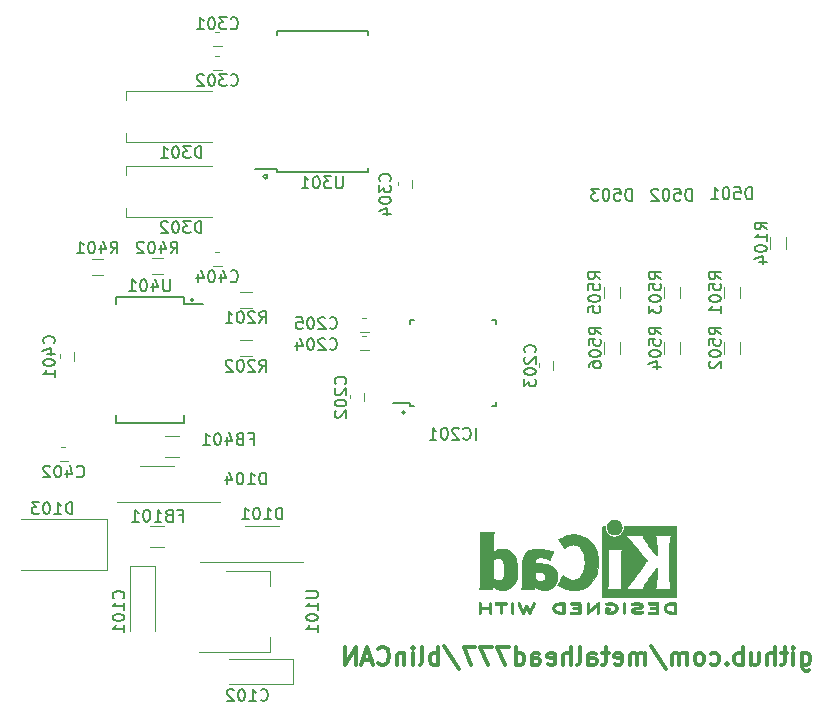
<source format=gbo>
%TF.GenerationSoftware,KiCad,Pcbnew,4.0.7*%
%TF.CreationDate,2018-01-21T19:25:00+01:00*%
%TF.ProjectId,blinCAN,626C696E43414E2E6B696361645F7063,0.1*%
%TF.FileFunction,Legend,Bot*%
%FSLAX46Y46*%
G04 Gerber Fmt 4.6, Leading zero omitted, Abs format (unit mm)*
G04 Created by KiCad (PCBNEW 4.0.7) date 01/21/18 19:25:00*
%MOMM*%
%LPD*%
G01*
G04 APERTURE LIST*
%ADD10C,0.050000*%
%ADD11C,0.300000*%
%ADD12C,0.200000*%
%ADD13C,0.120000*%
%ADD14C,0.150000*%
%ADD15C,0.010000*%
%ADD16C,3.600000*%
%ADD17R,1.600000X1.150000*%
%ADD18R,3.900000X2.700000*%
%ADD19R,1.150000X1.600000*%
%ADD20R,1.600000X1.300000*%
%ADD21C,1.900000*%
%ADD22R,2.200000X2.200000*%
%ADD23C,2.200000*%
%ADD24R,1.300000X1.600000*%
%ADD25R,1.900000X3.600000*%
%ADD26R,3.600000X1.900000*%
%ADD27R,3.900000X3.100000*%
%ADD28R,2.000000X2.000000*%
%ADD29C,2.000000*%
%ADD30R,1.900000X1.700000*%
%ADD31R,2.000000X0.950000*%
%ADD32R,0.950000X2.000000*%
%ADD33O,2.000000X2.000000*%
%ADD34R,2.100000X2.100000*%
%ADD35O,2.100000X2.100000*%
%ADD36C,1.920000*%
%ADD37C,3.100000*%
%ADD38C,4.210000*%
%ADD39R,1.920000X1.920000*%
%ADD40R,2.400000X4.200000*%
%ADD41R,2.400000X1.900000*%
%ADD42O,1.900000X1.300000*%
%ADD43R,1.900000X1.300000*%
%ADD44R,2.400000X1.000000*%
%ADD45R,2.150000X0.850000*%
%ADD46C,2.540000*%
G04 APERTURE END LIST*
D10*
D11*
X101169000Y-104580571D02*
X101169000Y-105794857D01*
X101240429Y-105937714D01*
X101311857Y-106009143D01*
X101454714Y-106080571D01*
X101669000Y-106080571D01*
X101811857Y-106009143D01*
X101169000Y-105509143D02*
X101311857Y-105580571D01*
X101597571Y-105580571D01*
X101740429Y-105509143D01*
X101811857Y-105437714D01*
X101883286Y-105294857D01*
X101883286Y-104866286D01*
X101811857Y-104723429D01*
X101740429Y-104652000D01*
X101597571Y-104580571D01*
X101311857Y-104580571D01*
X101169000Y-104652000D01*
X100454714Y-105580571D02*
X100454714Y-104580571D01*
X100454714Y-104080571D02*
X100526143Y-104152000D01*
X100454714Y-104223429D01*
X100383286Y-104152000D01*
X100454714Y-104080571D01*
X100454714Y-104223429D01*
X99954714Y-104580571D02*
X99383285Y-104580571D01*
X99740428Y-104080571D02*
X99740428Y-105366286D01*
X99669000Y-105509143D01*
X99526142Y-105580571D01*
X99383285Y-105580571D01*
X98883285Y-105580571D02*
X98883285Y-104080571D01*
X98240428Y-105580571D02*
X98240428Y-104794857D01*
X98311857Y-104652000D01*
X98454714Y-104580571D01*
X98668999Y-104580571D01*
X98811857Y-104652000D01*
X98883285Y-104723429D01*
X96883285Y-104580571D02*
X96883285Y-105580571D01*
X97526142Y-104580571D02*
X97526142Y-105366286D01*
X97454714Y-105509143D01*
X97311856Y-105580571D01*
X97097571Y-105580571D01*
X96954714Y-105509143D01*
X96883285Y-105437714D01*
X96168999Y-105580571D02*
X96168999Y-104080571D01*
X96168999Y-104652000D02*
X96026142Y-104580571D01*
X95740428Y-104580571D01*
X95597571Y-104652000D01*
X95526142Y-104723429D01*
X95454713Y-104866286D01*
X95454713Y-105294857D01*
X95526142Y-105437714D01*
X95597571Y-105509143D01*
X95740428Y-105580571D01*
X96026142Y-105580571D01*
X96168999Y-105509143D01*
X94811856Y-105437714D02*
X94740428Y-105509143D01*
X94811856Y-105580571D01*
X94883285Y-105509143D01*
X94811856Y-105437714D01*
X94811856Y-105580571D01*
X93454713Y-105509143D02*
X93597570Y-105580571D01*
X93883284Y-105580571D01*
X94026142Y-105509143D01*
X94097570Y-105437714D01*
X94168999Y-105294857D01*
X94168999Y-104866286D01*
X94097570Y-104723429D01*
X94026142Y-104652000D01*
X93883284Y-104580571D01*
X93597570Y-104580571D01*
X93454713Y-104652000D01*
X92597570Y-105580571D02*
X92740428Y-105509143D01*
X92811856Y-105437714D01*
X92883285Y-105294857D01*
X92883285Y-104866286D01*
X92811856Y-104723429D01*
X92740428Y-104652000D01*
X92597570Y-104580571D01*
X92383285Y-104580571D01*
X92240428Y-104652000D01*
X92168999Y-104723429D01*
X92097570Y-104866286D01*
X92097570Y-105294857D01*
X92168999Y-105437714D01*
X92240428Y-105509143D01*
X92383285Y-105580571D01*
X92597570Y-105580571D01*
X91454713Y-105580571D02*
X91454713Y-104580571D01*
X91454713Y-104723429D02*
X91383285Y-104652000D01*
X91240427Y-104580571D01*
X91026142Y-104580571D01*
X90883285Y-104652000D01*
X90811856Y-104794857D01*
X90811856Y-105580571D01*
X90811856Y-104794857D02*
X90740427Y-104652000D01*
X90597570Y-104580571D01*
X90383285Y-104580571D01*
X90240427Y-104652000D01*
X90168999Y-104794857D01*
X90168999Y-105580571D01*
X88383285Y-104009143D02*
X89668999Y-105937714D01*
X87883284Y-105580571D02*
X87883284Y-104580571D01*
X87883284Y-104723429D02*
X87811856Y-104652000D01*
X87668998Y-104580571D01*
X87454713Y-104580571D01*
X87311856Y-104652000D01*
X87240427Y-104794857D01*
X87240427Y-105580571D01*
X87240427Y-104794857D02*
X87168998Y-104652000D01*
X87026141Y-104580571D01*
X86811856Y-104580571D01*
X86668998Y-104652000D01*
X86597570Y-104794857D01*
X86597570Y-105580571D01*
X85311856Y-105509143D02*
X85454713Y-105580571D01*
X85740427Y-105580571D01*
X85883284Y-105509143D01*
X85954713Y-105366286D01*
X85954713Y-104794857D01*
X85883284Y-104652000D01*
X85740427Y-104580571D01*
X85454713Y-104580571D01*
X85311856Y-104652000D01*
X85240427Y-104794857D01*
X85240427Y-104937714D01*
X85954713Y-105080571D01*
X84811856Y-104580571D02*
X84240427Y-104580571D01*
X84597570Y-104080571D02*
X84597570Y-105366286D01*
X84526142Y-105509143D01*
X84383284Y-105580571D01*
X84240427Y-105580571D01*
X83097570Y-105580571D02*
X83097570Y-104794857D01*
X83168999Y-104652000D01*
X83311856Y-104580571D01*
X83597570Y-104580571D01*
X83740427Y-104652000D01*
X83097570Y-105509143D02*
X83240427Y-105580571D01*
X83597570Y-105580571D01*
X83740427Y-105509143D01*
X83811856Y-105366286D01*
X83811856Y-105223429D01*
X83740427Y-105080571D01*
X83597570Y-105009143D01*
X83240427Y-105009143D01*
X83097570Y-104937714D01*
X82168998Y-105580571D02*
X82311856Y-105509143D01*
X82383284Y-105366286D01*
X82383284Y-104080571D01*
X81597570Y-105580571D02*
X81597570Y-104080571D01*
X80954713Y-105580571D02*
X80954713Y-104794857D01*
X81026142Y-104652000D01*
X81168999Y-104580571D01*
X81383284Y-104580571D01*
X81526142Y-104652000D01*
X81597570Y-104723429D01*
X79668999Y-105509143D02*
X79811856Y-105580571D01*
X80097570Y-105580571D01*
X80240427Y-105509143D01*
X80311856Y-105366286D01*
X80311856Y-104794857D01*
X80240427Y-104652000D01*
X80097570Y-104580571D01*
X79811856Y-104580571D01*
X79668999Y-104652000D01*
X79597570Y-104794857D01*
X79597570Y-104937714D01*
X80311856Y-105080571D01*
X78311856Y-105580571D02*
X78311856Y-104794857D01*
X78383285Y-104652000D01*
X78526142Y-104580571D01*
X78811856Y-104580571D01*
X78954713Y-104652000D01*
X78311856Y-105509143D02*
X78454713Y-105580571D01*
X78811856Y-105580571D01*
X78954713Y-105509143D01*
X79026142Y-105366286D01*
X79026142Y-105223429D01*
X78954713Y-105080571D01*
X78811856Y-105009143D01*
X78454713Y-105009143D01*
X78311856Y-104937714D01*
X76954713Y-105580571D02*
X76954713Y-104080571D01*
X76954713Y-105509143D02*
X77097570Y-105580571D01*
X77383284Y-105580571D01*
X77526142Y-105509143D01*
X77597570Y-105437714D01*
X77668999Y-105294857D01*
X77668999Y-104866286D01*
X77597570Y-104723429D01*
X77526142Y-104652000D01*
X77383284Y-104580571D01*
X77097570Y-104580571D01*
X76954713Y-104652000D01*
X76383284Y-104080571D02*
X75383284Y-104080571D01*
X76026141Y-105580571D01*
X74954713Y-104080571D02*
X73954713Y-104080571D01*
X74597570Y-105580571D01*
X73526142Y-104080571D02*
X72526142Y-104080571D01*
X73168999Y-105580571D01*
X70883286Y-104009143D02*
X72169000Y-105937714D01*
X70383285Y-105580571D02*
X70383285Y-104080571D01*
X70383285Y-104652000D02*
X70240428Y-104580571D01*
X69954714Y-104580571D01*
X69811857Y-104652000D01*
X69740428Y-104723429D01*
X69668999Y-104866286D01*
X69668999Y-105294857D01*
X69740428Y-105437714D01*
X69811857Y-105509143D01*
X69954714Y-105580571D01*
X70240428Y-105580571D01*
X70383285Y-105509143D01*
X68811856Y-105580571D02*
X68954714Y-105509143D01*
X69026142Y-105366286D01*
X69026142Y-104080571D01*
X68240428Y-105580571D02*
X68240428Y-104580571D01*
X68240428Y-104080571D02*
X68311857Y-104152000D01*
X68240428Y-104223429D01*
X68169000Y-104152000D01*
X68240428Y-104080571D01*
X68240428Y-104223429D01*
X67526142Y-104580571D02*
X67526142Y-105580571D01*
X67526142Y-104723429D02*
X67454714Y-104652000D01*
X67311856Y-104580571D01*
X67097571Y-104580571D01*
X66954714Y-104652000D01*
X66883285Y-104794857D01*
X66883285Y-105580571D01*
X65311856Y-105437714D02*
X65383285Y-105509143D01*
X65597571Y-105580571D01*
X65740428Y-105580571D01*
X65954713Y-105509143D01*
X66097571Y-105366286D01*
X66168999Y-105223429D01*
X66240428Y-104937714D01*
X66240428Y-104723429D01*
X66168999Y-104437714D01*
X66097571Y-104294857D01*
X65954713Y-104152000D01*
X65740428Y-104080571D01*
X65597571Y-104080571D01*
X65383285Y-104152000D01*
X65311856Y-104223429D01*
X64740428Y-105152000D02*
X64026142Y-105152000D01*
X64883285Y-105580571D02*
X64383285Y-104080571D01*
X63883285Y-105580571D01*
X63383285Y-105580571D02*
X63383285Y-104080571D01*
X62526142Y-105580571D01*
X62526142Y-104080571D01*
D12*
X49657000Y-74676000D02*
G75*
G03X49657000Y-74676000I-127000J0D01*
G01*
X67564000Y-84201000D02*
G75*
G03X67564000Y-84201000I-127000J0D01*
G01*
X55932605Y-64262000D02*
G75*
G03X55932605Y-64262000I-179605J0D01*
G01*
D13*
X51339000Y-71847000D02*
X52039000Y-71847000D01*
X52039000Y-70647000D02*
X51339000Y-70647000D01*
X43914000Y-67682000D02*
X43914000Y-63382000D01*
X43914000Y-63382000D02*
X51214000Y-63382000D01*
X43914000Y-67682000D02*
X51214000Y-67682000D01*
X62900000Y-82581000D02*
X62900000Y-83281000D01*
X64100000Y-83281000D02*
X64100000Y-82581000D01*
X64485000Y-77759000D02*
X63785000Y-77759000D01*
X63785000Y-78959000D02*
X64485000Y-78959000D01*
X78902000Y-79914000D02*
X78902000Y-80614000D01*
X80102000Y-80614000D02*
X80102000Y-79914000D01*
X64485000Y-76235000D02*
X63785000Y-76235000D01*
X63785000Y-77435000D02*
X64485000Y-77435000D01*
X52039000Y-51978000D02*
X51339000Y-51978000D01*
X51339000Y-53178000D02*
X52039000Y-53178000D01*
X52039000Y-54010000D02*
X51339000Y-54010000D01*
X51339000Y-55210000D02*
X52039000Y-55210000D01*
X66964000Y-64547000D02*
X66964000Y-65247000D01*
X68164000Y-65247000D02*
X68164000Y-64547000D01*
X39021500Y-87157000D02*
X38321500Y-87157000D01*
X38321500Y-88357000D02*
X39021500Y-88357000D01*
X39589000Y-79852000D02*
X39589000Y-79152000D01*
X38389000Y-79152000D02*
X38389000Y-79852000D01*
X43914000Y-61332000D02*
X43914000Y-57032000D01*
X43914000Y-57032000D02*
X51214000Y-57032000D01*
X43914000Y-61332000D02*
X51214000Y-61332000D01*
X54602000Y-73996000D02*
X53602000Y-73996000D01*
X53602000Y-75356000D02*
X54602000Y-75356000D01*
X54602000Y-78060000D02*
X53602000Y-78060000D01*
X53602000Y-79420000D02*
X54602000Y-79420000D01*
X42029000Y-71202000D02*
X41029000Y-71202000D01*
X41029000Y-72562000D02*
X42029000Y-72562000D01*
X46109000Y-72498500D02*
X47109000Y-72498500D01*
X47109000Y-71138500D02*
X46109000Y-71138500D01*
X89490000Y-78240000D02*
X89490000Y-79240000D01*
X90850000Y-79240000D02*
X90850000Y-78240000D01*
X94570000Y-78240000D02*
X94570000Y-79240000D01*
X95930000Y-79240000D02*
X95930000Y-78240000D01*
X84410000Y-78240000D02*
X84410000Y-79240000D01*
X85770000Y-79240000D02*
X85770000Y-78240000D01*
X94570000Y-73566400D02*
X94570000Y-74566400D01*
X95930000Y-74566400D02*
X95930000Y-73566400D01*
X89490000Y-73566400D02*
X89490000Y-74566400D01*
X90850000Y-74566400D02*
X90850000Y-73566400D01*
X84410000Y-73566400D02*
X84410000Y-74566400D01*
X85770000Y-74566400D02*
X85770000Y-73566400D01*
X99867000Y-70350000D02*
X99867000Y-69350000D01*
X98507000Y-69350000D02*
X98507000Y-70350000D01*
X44289000Y-97192000D02*
X44289000Y-102692000D01*
X46389000Y-97192000D02*
X46389000Y-102692000D01*
X44289000Y-97192000D02*
X46389000Y-97192000D01*
X58129000Y-105122000D02*
X52629000Y-105122000D01*
X58129000Y-107222000D02*
X52629000Y-107222000D01*
X58129000Y-105122000D02*
X58129000Y-107222000D01*
X58899000Y-96877000D02*
X50199000Y-96877000D01*
X50199000Y-96877000D02*
X50199000Y-93877000D01*
X50199000Y-93877000D02*
X58899000Y-93877000D01*
X43209000Y-88797000D02*
X51909000Y-88797000D01*
X51909000Y-88797000D02*
X51909000Y-91797000D01*
X51909000Y-91797000D02*
X43209000Y-91797000D01*
X42319000Y-93227000D02*
X42319000Y-97527000D01*
X42319000Y-97527000D02*
X35019000Y-97527000D01*
X42319000Y-93227000D02*
X35019000Y-93227000D01*
X46009000Y-95622000D02*
X47209000Y-95622000D01*
X47209000Y-93862000D02*
X46009000Y-93862000D01*
X47279000Y-88002000D02*
X48479000Y-88002000D01*
X48479000Y-86242000D02*
X47279000Y-86242000D01*
D14*
X68011200Y-83641000D02*
X68011200Y-83416000D01*
X75261200Y-83641000D02*
X75261200Y-83316000D01*
X75261200Y-76391000D02*
X75261200Y-76716000D01*
X68011200Y-76391000D02*
X68011200Y-76716000D01*
X68011200Y-83641000D02*
X68336200Y-83641000D01*
X68011200Y-76391000D02*
X68336200Y-76391000D01*
X75261200Y-76391000D02*
X74936200Y-76391000D01*
X75261200Y-83641000D02*
X74936200Y-83641000D01*
X68011200Y-83416000D02*
X66586200Y-83416000D01*
D13*
X56139000Y-97682000D02*
X56139000Y-98942000D01*
X56139000Y-104502000D02*
X56139000Y-103242000D01*
X52379000Y-97682000D02*
X56139000Y-97682000D01*
X50129000Y-104502000D02*
X56139000Y-104502000D01*
D14*
X56704000Y-63862000D02*
X56704000Y-63612000D01*
X64454000Y-63862000D02*
X64454000Y-63517000D01*
X64454000Y-51962000D02*
X64454000Y-52307000D01*
X56704000Y-51962000D02*
X56704000Y-52307000D01*
X56704000Y-63862000D02*
X64454000Y-63862000D01*
X56704000Y-51962000D02*
X64454000Y-51962000D01*
X56704000Y-63612000D02*
X54879000Y-63612000D01*
X48842200Y-74437400D02*
X48842200Y-75012400D01*
X43092200Y-74437400D02*
X43092200Y-75087400D01*
X43092200Y-85087400D02*
X43092200Y-84437400D01*
X48842200Y-85087400D02*
X48842200Y-84437400D01*
X48842200Y-74437400D02*
X43092200Y-74437400D01*
X48842200Y-85087400D02*
X43092200Y-85087400D01*
X48842200Y-75012400D02*
X50442200Y-75012400D01*
D15*
G36*
X90318754Y-100302945D02*
X90266189Y-100303480D01*
X90112165Y-100307196D01*
X89983171Y-100318235D01*
X89874809Y-100337782D01*
X89782684Y-100367019D01*
X89702399Y-100407133D01*
X89629558Y-100459305D01*
X89603541Y-100481969D01*
X89560383Y-100534998D01*
X89521467Y-100606957D01*
X89491473Y-100686720D01*
X89475081Y-100763161D01*
X89473378Y-100791408D01*
X89484051Y-100869710D01*
X89512653Y-100955241D01*
X89554057Y-101036199D01*
X89603141Y-101100782D01*
X89611113Y-101108574D01*
X89678646Y-101163344D01*
X89752598Y-101206099D01*
X89837234Y-101237959D01*
X89936817Y-101260044D01*
X90055612Y-101273474D01*
X90197880Y-101279370D01*
X90263046Y-101279870D01*
X90345901Y-101279471D01*
X90404169Y-101277802D01*
X90443316Y-101274158D01*
X90468809Y-101267829D01*
X90486114Y-101258110D01*
X90495390Y-101249810D01*
X90504152Y-101239728D01*
X90511025Y-101226721D01*
X90516238Y-101207305D01*
X90520019Y-101177996D01*
X90522597Y-101135309D01*
X90524200Y-101075761D01*
X90525057Y-100995866D01*
X90525397Y-100892141D01*
X90525449Y-100791408D01*
X90525780Y-100657055D01*
X90525708Y-100549728D01*
X90524430Y-100498331D01*
X90330065Y-100498331D01*
X90330065Y-101084485D01*
X90206071Y-101084371D01*
X90131461Y-101082232D01*
X90053318Y-101076719D01*
X89988120Y-101069008D01*
X89986136Y-101068691D01*
X89880763Y-101043214D01*
X89799032Y-101003536D01*
X89736862Y-100947074D01*
X89697360Y-100885942D01*
X89673020Y-100818129D01*
X89674907Y-100754455D01*
X89703155Y-100686201D01*
X89758408Y-100615592D01*
X89834973Y-100563271D01*
X89934495Y-100528299D01*
X90001007Y-100515922D01*
X90076507Y-100507230D01*
X90156525Y-100500940D01*
X90224584Y-100498324D01*
X90228615Y-100498312D01*
X90330065Y-100498331D01*
X90524430Y-100498331D01*
X90523636Y-100466417D01*
X90517961Y-100404115D01*
X90507087Y-100359811D01*
X90489414Y-100330496D01*
X90463343Y-100313161D01*
X90427275Y-100304797D01*
X90379612Y-100302395D01*
X90318754Y-100302945D01*
X90318754Y-100302945D01*
G37*
X90318754Y-100302945D02*
X90266189Y-100303480D01*
X90112165Y-100307196D01*
X89983171Y-100318235D01*
X89874809Y-100337782D01*
X89782684Y-100367019D01*
X89702399Y-100407133D01*
X89629558Y-100459305D01*
X89603541Y-100481969D01*
X89560383Y-100534998D01*
X89521467Y-100606957D01*
X89491473Y-100686720D01*
X89475081Y-100763161D01*
X89473378Y-100791408D01*
X89484051Y-100869710D01*
X89512653Y-100955241D01*
X89554057Y-101036199D01*
X89603141Y-101100782D01*
X89611113Y-101108574D01*
X89678646Y-101163344D01*
X89752598Y-101206099D01*
X89837234Y-101237959D01*
X89936817Y-101260044D01*
X90055612Y-101273474D01*
X90197880Y-101279370D01*
X90263046Y-101279870D01*
X90345901Y-101279471D01*
X90404169Y-101277802D01*
X90443316Y-101274158D01*
X90468809Y-101267829D01*
X90486114Y-101258110D01*
X90495390Y-101249810D01*
X90504152Y-101239728D01*
X90511025Y-101226721D01*
X90516238Y-101207305D01*
X90520019Y-101177996D01*
X90522597Y-101135309D01*
X90524200Y-101075761D01*
X90525057Y-100995866D01*
X90525397Y-100892141D01*
X90525449Y-100791408D01*
X90525780Y-100657055D01*
X90525708Y-100549728D01*
X90524430Y-100498331D01*
X90330065Y-100498331D01*
X90330065Y-101084485D01*
X90206071Y-101084371D01*
X90131461Y-101082232D01*
X90053318Y-101076719D01*
X89988120Y-101069008D01*
X89986136Y-101068691D01*
X89880763Y-101043214D01*
X89799032Y-101003536D01*
X89736862Y-100947074D01*
X89697360Y-100885942D01*
X89673020Y-100818129D01*
X89674907Y-100754455D01*
X89703155Y-100686201D01*
X89758408Y-100615592D01*
X89834973Y-100563271D01*
X89934495Y-100528299D01*
X90001007Y-100515922D01*
X90076507Y-100507230D01*
X90156525Y-100500940D01*
X90224584Y-100498324D01*
X90228615Y-100498312D01*
X90330065Y-100498331D01*
X90524430Y-100498331D01*
X90523636Y-100466417D01*
X90517961Y-100404115D01*
X90507087Y-100359811D01*
X90489414Y-100330496D01*
X90463343Y-100313161D01*
X90427275Y-100304797D01*
X90379612Y-100302395D01*
X90318754Y-100302945D01*
G36*
X88443430Y-100303052D02*
X88351022Y-100303548D01*
X88281273Y-100304701D01*
X88230483Y-100306780D01*
X88194951Y-100310051D01*
X88170978Y-100314783D01*
X88154864Y-100321243D01*
X88142909Y-100329699D01*
X88138579Y-100333591D01*
X88112251Y-100374940D01*
X88107511Y-100422452D01*
X88124830Y-100464631D01*
X88132839Y-100473156D01*
X88145792Y-100481421D01*
X88166648Y-100487797D01*
X88199276Y-100492595D01*
X88247542Y-100496124D01*
X88315314Y-100498694D01*
X88406460Y-100500617D01*
X88489791Y-100501787D01*
X88819592Y-100505846D01*
X88828606Y-100678686D01*
X88604742Y-100678686D01*
X88507554Y-100679525D01*
X88436403Y-100683032D01*
X88387291Y-100690695D01*
X88356217Y-100704003D01*
X88339184Y-100724441D01*
X88332192Y-100753499D01*
X88331130Y-100780467D01*
X88334430Y-100813557D01*
X88346883Y-100837940D01*
X88372320Y-100854889D01*
X88414571Y-100865679D01*
X88477466Y-100871584D01*
X88564835Y-100873877D01*
X88612521Y-100874071D01*
X88827106Y-100874071D01*
X88827106Y-101084485D01*
X88496455Y-101084485D01*
X88388070Y-101084636D01*
X88305697Y-101085314D01*
X88245289Y-101086856D01*
X88202799Y-101089599D01*
X88174181Y-101093881D01*
X88155388Y-101100039D01*
X88142374Y-101108409D01*
X88135745Y-101114544D01*
X88113007Y-101150349D01*
X88105686Y-101182177D01*
X88116139Y-101221054D01*
X88135745Y-101249810D01*
X88146205Y-101258863D01*
X88159708Y-101265893D01*
X88179886Y-101271154D01*
X88210371Y-101274901D01*
X88254795Y-101277390D01*
X88316791Y-101278875D01*
X88399991Y-101279611D01*
X88508027Y-101279854D01*
X88564089Y-101279870D01*
X88684144Y-101279763D01*
X88777774Y-101279275D01*
X88848609Y-101278149D01*
X88900281Y-101276131D01*
X88936423Y-101272966D01*
X88960668Y-101268399D01*
X88976647Y-101262176D01*
X88987993Y-101254040D01*
X88992432Y-101249810D01*
X89001217Y-101239696D01*
X89008104Y-101226648D01*
X89013321Y-101207170D01*
X89017099Y-101177764D01*
X89019670Y-101134934D01*
X89021264Y-101075184D01*
X89022111Y-100995017D01*
X89022442Y-100890937D01*
X89022491Y-100794028D01*
X89022446Y-100669923D01*
X89022134Y-100572366D01*
X89021288Y-100497846D01*
X89019642Y-100442851D01*
X89016929Y-100403870D01*
X89012883Y-100377393D01*
X89007237Y-100359906D01*
X88999726Y-100347900D01*
X88990082Y-100337863D01*
X88987706Y-100335626D01*
X88976175Y-100325719D01*
X88962778Y-100318048D01*
X88943796Y-100312326D01*
X88915515Y-100308268D01*
X88874218Y-100305588D01*
X88816188Y-100304002D01*
X88737709Y-100303224D01*
X88635066Y-100302968D01*
X88562196Y-100302946D01*
X88443430Y-100303052D01*
X88443430Y-100303052D01*
G37*
X88443430Y-100303052D02*
X88351022Y-100303548D01*
X88281273Y-100304701D01*
X88230483Y-100306780D01*
X88194951Y-100310051D01*
X88170978Y-100314783D01*
X88154864Y-100321243D01*
X88142909Y-100329699D01*
X88138579Y-100333591D01*
X88112251Y-100374940D01*
X88107511Y-100422452D01*
X88124830Y-100464631D01*
X88132839Y-100473156D01*
X88145792Y-100481421D01*
X88166648Y-100487797D01*
X88199276Y-100492595D01*
X88247542Y-100496124D01*
X88315314Y-100498694D01*
X88406460Y-100500617D01*
X88489791Y-100501787D01*
X88819592Y-100505846D01*
X88828606Y-100678686D01*
X88604742Y-100678686D01*
X88507554Y-100679525D01*
X88436403Y-100683032D01*
X88387291Y-100690695D01*
X88356217Y-100704003D01*
X88339184Y-100724441D01*
X88332192Y-100753499D01*
X88331130Y-100780467D01*
X88334430Y-100813557D01*
X88346883Y-100837940D01*
X88372320Y-100854889D01*
X88414571Y-100865679D01*
X88477466Y-100871584D01*
X88564835Y-100873877D01*
X88612521Y-100874071D01*
X88827106Y-100874071D01*
X88827106Y-101084485D01*
X88496455Y-101084485D01*
X88388070Y-101084636D01*
X88305697Y-101085314D01*
X88245289Y-101086856D01*
X88202799Y-101089599D01*
X88174181Y-101093881D01*
X88155388Y-101100039D01*
X88142374Y-101108409D01*
X88135745Y-101114544D01*
X88113007Y-101150349D01*
X88105686Y-101182177D01*
X88116139Y-101221054D01*
X88135745Y-101249810D01*
X88146205Y-101258863D01*
X88159708Y-101265893D01*
X88179886Y-101271154D01*
X88210371Y-101274901D01*
X88254795Y-101277390D01*
X88316791Y-101278875D01*
X88399991Y-101279611D01*
X88508027Y-101279854D01*
X88564089Y-101279870D01*
X88684144Y-101279763D01*
X88777774Y-101279275D01*
X88848609Y-101278149D01*
X88900281Y-101276131D01*
X88936423Y-101272966D01*
X88960668Y-101268399D01*
X88976647Y-101262176D01*
X88987993Y-101254040D01*
X88992432Y-101249810D01*
X89001217Y-101239696D01*
X89008104Y-101226648D01*
X89013321Y-101207170D01*
X89017099Y-101177764D01*
X89019670Y-101134934D01*
X89021264Y-101075184D01*
X89022111Y-100995017D01*
X89022442Y-100890937D01*
X89022491Y-100794028D01*
X89022446Y-100669923D01*
X89022134Y-100572366D01*
X89021288Y-100497846D01*
X89019642Y-100442851D01*
X89016929Y-100403870D01*
X89012883Y-100377393D01*
X89007237Y-100359906D01*
X88999726Y-100347900D01*
X88990082Y-100337863D01*
X88987706Y-100335626D01*
X88976175Y-100325719D01*
X88962778Y-100318048D01*
X88943796Y-100312326D01*
X88915515Y-100308268D01*
X88874218Y-100305588D01*
X88816188Y-100304002D01*
X88737709Y-100303224D01*
X88635066Y-100302968D01*
X88562196Y-100302946D01*
X88443430Y-100303052D01*
G36*
X87083988Y-100304657D02*
X86984383Y-100311620D01*
X86891744Y-100322495D01*
X86811458Y-100336874D01*
X86748908Y-100354346D01*
X86709481Y-100374502D01*
X86703429Y-100380435D01*
X86682384Y-100426475D01*
X86688766Y-100473740D01*
X86721407Y-100514178D01*
X86722964Y-100515337D01*
X86742163Y-100527797D01*
X86762205Y-100534349D01*
X86790160Y-100535144D01*
X86833099Y-100530336D01*
X86898091Y-100520075D01*
X86903319Y-100519211D01*
X87000161Y-100507314D01*
X87104644Y-100501445D01*
X87209435Y-100501388D01*
X87307202Y-100506927D01*
X87390612Y-100517845D01*
X87452333Y-100533925D01*
X87456388Y-100535541D01*
X87501164Y-100560629D01*
X87516896Y-100586018D01*
X87504580Y-100610987D01*
X87465215Y-100634816D01*
X87399798Y-100656782D01*
X87309326Y-100676166D01*
X87249000Y-100685498D01*
X87123600Y-100703449D01*
X87023865Y-100719859D01*
X86945546Y-100736148D01*
X86884393Y-100753738D01*
X86836159Y-100774049D01*
X86796595Y-100798503D01*
X86761452Y-100828520D01*
X86733211Y-100857996D01*
X86699708Y-100899067D01*
X86683219Y-100934382D01*
X86678063Y-100977893D01*
X86677876Y-100993828D01*
X86681748Y-101046705D01*
X86697227Y-101086043D01*
X86724015Y-101120960D01*
X86778459Y-101174334D01*
X86839170Y-101215038D01*
X86910658Y-101244400D01*
X86997436Y-101263747D01*
X87104014Y-101274406D01*
X87234903Y-101277705D01*
X87256515Y-101277649D01*
X87343798Y-101275840D01*
X87430359Y-101271729D01*
X87506762Y-101265906D01*
X87563570Y-101258961D01*
X87568164Y-101258164D01*
X87624645Y-101244784D01*
X87672552Y-101227882D01*
X87699673Y-101212431D01*
X87724911Y-101171666D01*
X87726669Y-101124198D01*
X87704912Y-101081895D01*
X87700044Y-101077112D01*
X87679922Y-101062899D01*
X87654758Y-101056776D01*
X87615813Y-101057818D01*
X87568535Y-101063234D01*
X87515705Y-101068073D01*
X87441648Y-101072155D01*
X87355191Y-101075118D01*
X87265163Y-101076597D01*
X87241485Y-101076694D01*
X87151122Y-101076330D01*
X87084989Y-101074576D01*
X87037267Y-101070823D01*
X87002138Y-101064463D01*
X86973782Y-101054887D01*
X86956741Y-101046911D01*
X86919296Y-101024765D01*
X86895421Y-101004708D01*
X86891932Y-100999023D01*
X86899293Y-100975545D01*
X86934287Y-100952817D01*
X86994488Y-100931870D01*
X87077471Y-100913736D01*
X87101920Y-100909697D01*
X87229622Y-100889639D01*
X87331540Y-100872874D01*
X87411606Y-100858183D01*
X87473754Y-100844348D01*
X87521918Y-100830151D01*
X87560032Y-100814373D01*
X87592030Y-100795796D01*
X87621844Y-100773202D01*
X87653410Y-100745373D01*
X87664032Y-100735616D01*
X87701273Y-100699202D01*
X87720987Y-100670352D01*
X87728699Y-100637338D01*
X87729947Y-100595735D01*
X87716215Y-100514151D01*
X87675178Y-100444834D01*
X87607070Y-100388008D01*
X87512127Y-100343897D01*
X87444384Y-100324112D01*
X87370759Y-100311333D01*
X87282561Y-100304104D01*
X87185176Y-100302015D01*
X87083988Y-100304657D01*
X87083988Y-100304657D01*
G37*
X87083988Y-100304657D02*
X86984383Y-100311620D01*
X86891744Y-100322495D01*
X86811458Y-100336874D01*
X86748908Y-100354346D01*
X86709481Y-100374502D01*
X86703429Y-100380435D01*
X86682384Y-100426475D01*
X86688766Y-100473740D01*
X86721407Y-100514178D01*
X86722964Y-100515337D01*
X86742163Y-100527797D01*
X86762205Y-100534349D01*
X86790160Y-100535144D01*
X86833099Y-100530336D01*
X86898091Y-100520075D01*
X86903319Y-100519211D01*
X87000161Y-100507314D01*
X87104644Y-100501445D01*
X87209435Y-100501388D01*
X87307202Y-100506927D01*
X87390612Y-100517845D01*
X87452333Y-100533925D01*
X87456388Y-100535541D01*
X87501164Y-100560629D01*
X87516896Y-100586018D01*
X87504580Y-100610987D01*
X87465215Y-100634816D01*
X87399798Y-100656782D01*
X87309326Y-100676166D01*
X87249000Y-100685498D01*
X87123600Y-100703449D01*
X87023865Y-100719859D01*
X86945546Y-100736148D01*
X86884393Y-100753738D01*
X86836159Y-100774049D01*
X86796595Y-100798503D01*
X86761452Y-100828520D01*
X86733211Y-100857996D01*
X86699708Y-100899067D01*
X86683219Y-100934382D01*
X86678063Y-100977893D01*
X86677876Y-100993828D01*
X86681748Y-101046705D01*
X86697227Y-101086043D01*
X86724015Y-101120960D01*
X86778459Y-101174334D01*
X86839170Y-101215038D01*
X86910658Y-101244400D01*
X86997436Y-101263747D01*
X87104014Y-101274406D01*
X87234903Y-101277705D01*
X87256515Y-101277649D01*
X87343798Y-101275840D01*
X87430359Y-101271729D01*
X87506762Y-101265906D01*
X87563570Y-101258961D01*
X87568164Y-101258164D01*
X87624645Y-101244784D01*
X87672552Y-101227882D01*
X87699673Y-101212431D01*
X87724911Y-101171666D01*
X87726669Y-101124198D01*
X87704912Y-101081895D01*
X87700044Y-101077112D01*
X87679922Y-101062899D01*
X87654758Y-101056776D01*
X87615813Y-101057818D01*
X87568535Y-101063234D01*
X87515705Y-101068073D01*
X87441648Y-101072155D01*
X87355191Y-101075118D01*
X87265163Y-101076597D01*
X87241485Y-101076694D01*
X87151122Y-101076330D01*
X87084989Y-101074576D01*
X87037267Y-101070823D01*
X87002138Y-101064463D01*
X86973782Y-101054887D01*
X86956741Y-101046911D01*
X86919296Y-101024765D01*
X86895421Y-101004708D01*
X86891932Y-100999023D01*
X86899293Y-100975545D01*
X86934287Y-100952817D01*
X86994488Y-100931870D01*
X87077471Y-100913736D01*
X87101920Y-100909697D01*
X87229622Y-100889639D01*
X87331540Y-100872874D01*
X87411606Y-100858183D01*
X87473754Y-100844348D01*
X87521918Y-100830151D01*
X87560032Y-100814373D01*
X87592030Y-100795796D01*
X87621844Y-100773202D01*
X87653410Y-100745373D01*
X87664032Y-100735616D01*
X87701273Y-100699202D01*
X87720987Y-100670352D01*
X87728699Y-100637338D01*
X87729947Y-100595735D01*
X87716215Y-100514151D01*
X87675178Y-100444834D01*
X87607070Y-100388008D01*
X87512127Y-100343897D01*
X87444384Y-100324112D01*
X87370759Y-100311333D01*
X87282561Y-100304104D01*
X87185176Y-100302015D01*
X87083988Y-100304657D01*
G36*
X86061663Y-100333006D02*
X86052901Y-100343088D01*
X86046028Y-100356095D01*
X86040815Y-100375511D01*
X86037034Y-100404820D01*
X86034456Y-100447507D01*
X86032853Y-100507055D01*
X86031995Y-100586950D01*
X86031656Y-100690676D01*
X86031603Y-100791408D01*
X86031696Y-100916352D01*
X86032127Y-101014721D01*
X86033123Y-101090001D01*
X86034915Y-101145674D01*
X86037729Y-101185226D01*
X86041796Y-101212141D01*
X86047342Y-101229903D01*
X86054597Y-101241997D01*
X86061663Y-101249810D01*
X86105602Y-101276012D01*
X86152420Y-101273661D01*
X86194309Y-101245084D01*
X86203934Y-101233927D01*
X86211455Y-101220983D01*
X86217134Y-101202672D01*
X86221227Y-101175418D01*
X86223995Y-101135640D01*
X86225696Y-101079762D01*
X86226589Y-101004204D01*
X86226933Y-100905388D01*
X86226988Y-100793514D01*
X86226988Y-100376728D01*
X86190097Y-100339837D01*
X86144625Y-100308800D01*
X86100516Y-100307681D01*
X86061663Y-100333006D01*
X86061663Y-100333006D01*
G37*
X86061663Y-100333006D02*
X86052901Y-100343088D01*
X86046028Y-100356095D01*
X86040815Y-100375511D01*
X86037034Y-100404820D01*
X86034456Y-100447507D01*
X86032853Y-100507055D01*
X86031995Y-100586950D01*
X86031656Y-100690676D01*
X86031603Y-100791408D01*
X86031696Y-100916352D01*
X86032127Y-101014721D01*
X86033123Y-101090001D01*
X86034915Y-101145674D01*
X86037729Y-101185226D01*
X86041796Y-101212141D01*
X86047342Y-101229903D01*
X86054597Y-101241997D01*
X86061663Y-101249810D01*
X86105602Y-101276012D01*
X86152420Y-101273661D01*
X86194309Y-101245084D01*
X86203934Y-101233927D01*
X86211455Y-101220983D01*
X86217134Y-101202672D01*
X86221227Y-101175418D01*
X86223995Y-101135640D01*
X86225696Y-101079762D01*
X86226589Y-101004204D01*
X86226933Y-100905388D01*
X86226988Y-100793514D01*
X86226988Y-100376728D01*
X86190097Y-100339837D01*
X86144625Y-100308800D01*
X86100516Y-100307681D01*
X86061663Y-100333006D01*
G36*
X84765262Y-100310312D02*
X84674041Y-100325618D01*
X84603982Y-100349411D01*
X84558404Y-100380740D01*
X84545984Y-100398614D01*
X84533354Y-100440185D01*
X84541853Y-100477792D01*
X84568685Y-100513455D01*
X84610376Y-100530139D01*
X84670870Y-100528784D01*
X84717659Y-100519745D01*
X84821628Y-100502523D01*
X84927880Y-100500887D01*
X85046809Y-100514865D01*
X85079660Y-100520788D01*
X85190245Y-100551967D01*
X85276759Y-100598346D01*
X85338253Y-100659135D01*
X85373778Y-100733544D01*
X85381125Y-100772014D01*
X85376316Y-100850063D01*
X85345266Y-100919117D01*
X85290806Y-100977829D01*
X85215764Y-101024853D01*
X85122970Y-101058843D01*
X85015252Y-101078454D01*
X84895441Y-101082341D01*
X84766365Y-101069156D01*
X84759077Y-101067912D01*
X84707738Y-101058350D01*
X84679272Y-101049114D01*
X84666934Y-101035409D01*
X84663978Y-101012442D01*
X84663911Y-101000279D01*
X84663911Y-100949219D01*
X84755077Y-100949219D01*
X84835582Y-100943704D01*
X84890521Y-100926130D01*
X84922486Y-100894953D01*
X84934072Y-100848630D01*
X84934213Y-100842584D01*
X84927435Y-100802989D01*
X84904191Y-100774717D01*
X84860930Y-100756007D01*
X84794101Y-100745100D01*
X84729370Y-100741090D01*
X84635287Y-100738789D01*
X84567044Y-100742300D01*
X84520501Y-100755255D01*
X84491518Y-100781286D01*
X84475955Y-100824027D01*
X84469671Y-100887110D01*
X84468526Y-100969964D01*
X84470402Y-101062446D01*
X84476046Y-101125354D01*
X84485482Y-101158939D01*
X84487313Y-101161569D01*
X84539125Y-101203534D01*
X84615090Y-101236768D01*
X84710392Y-101260559D01*
X84820216Y-101274199D01*
X84939746Y-101276978D01*
X85064166Y-101268185D01*
X85137343Y-101257385D01*
X85252120Y-101224898D01*
X85358796Y-101171786D01*
X85448111Y-101102855D01*
X85461686Y-101089078D01*
X85505792Y-101031158D01*
X85545589Y-100959376D01*
X85576427Y-100884119D01*
X85593657Y-100815777D01*
X85595734Y-100789529D01*
X85586893Y-100734777D01*
X85563395Y-100666655D01*
X85529749Y-100594950D01*
X85490464Y-100529449D01*
X85455755Y-100485698D01*
X85374603Y-100420619D01*
X85269698Y-100368821D01*
X85144800Y-100331474D01*
X85003667Y-100309753D01*
X84874325Y-100304445D01*
X84765262Y-100310312D01*
X84765262Y-100310312D01*
G37*
X84765262Y-100310312D02*
X84674041Y-100325618D01*
X84603982Y-100349411D01*
X84558404Y-100380740D01*
X84545984Y-100398614D01*
X84533354Y-100440185D01*
X84541853Y-100477792D01*
X84568685Y-100513455D01*
X84610376Y-100530139D01*
X84670870Y-100528784D01*
X84717659Y-100519745D01*
X84821628Y-100502523D01*
X84927880Y-100500887D01*
X85046809Y-100514865D01*
X85079660Y-100520788D01*
X85190245Y-100551967D01*
X85276759Y-100598346D01*
X85338253Y-100659135D01*
X85373778Y-100733544D01*
X85381125Y-100772014D01*
X85376316Y-100850063D01*
X85345266Y-100919117D01*
X85290806Y-100977829D01*
X85215764Y-101024853D01*
X85122970Y-101058843D01*
X85015252Y-101078454D01*
X84895441Y-101082341D01*
X84766365Y-101069156D01*
X84759077Y-101067912D01*
X84707738Y-101058350D01*
X84679272Y-101049114D01*
X84666934Y-101035409D01*
X84663978Y-101012442D01*
X84663911Y-101000279D01*
X84663911Y-100949219D01*
X84755077Y-100949219D01*
X84835582Y-100943704D01*
X84890521Y-100926130D01*
X84922486Y-100894953D01*
X84934072Y-100848630D01*
X84934213Y-100842584D01*
X84927435Y-100802989D01*
X84904191Y-100774717D01*
X84860930Y-100756007D01*
X84794101Y-100745100D01*
X84729370Y-100741090D01*
X84635287Y-100738789D01*
X84567044Y-100742300D01*
X84520501Y-100755255D01*
X84491518Y-100781286D01*
X84475955Y-100824027D01*
X84469671Y-100887110D01*
X84468526Y-100969964D01*
X84470402Y-101062446D01*
X84476046Y-101125354D01*
X84485482Y-101158939D01*
X84487313Y-101161569D01*
X84539125Y-101203534D01*
X84615090Y-101236768D01*
X84710392Y-101260559D01*
X84820216Y-101274199D01*
X84939746Y-101276978D01*
X85064166Y-101268185D01*
X85137343Y-101257385D01*
X85252120Y-101224898D01*
X85358796Y-101171786D01*
X85448111Y-101102855D01*
X85461686Y-101089078D01*
X85505792Y-101031158D01*
X85545589Y-100959376D01*
X85576427Y-100884119D01*
X85593657Y-100815777D01*
X85595734Y-100789529D01*
X85586893Y-100734777D01*
X85563395Y-100666655D01*
X85529749Y-100594950D01*
X85490464Y-100529449D01*
X85455755Y-100485698D01*
X85374603Y-100420619D01*
X85269698Y-100368821D01*
X85144800Y-100331474D01*
X85003667Y-100309753D01*
X84874325Y-100304445D01*
X84765262Y-100310312D01*
G36*
X83899920Y-100308780D02*
X83868545Y-100327185D01*
X83827522Y-100357285D01*
X83774724Y-100400496D01*
X83708025Y-100458238D01*
X83625299Y-100531928D01*
X83524420Y-100622984D01*
X83408941Y-100727674D01*
X83168467Y-100945743D01*
X83160952Y-100653044D01*
X83158239Y-100552290D01*
X83155622Y-100477258D01*
X83152520Y-100423620D01*
X83148356Y-100387046D01*
X83142551Y-100363207D01*
X83134524Y-100347774D01*
X83123697Y-100336418D01*
X83117956Y-100331646D01*
X83071983Y-100306413D01*
X83028237Y-100310102D01*
X82993535Y-100331659D01*
X82958053Y-100360371D01*
X82953640Y-100779686D01*
X82952419Y-100903007D01*
X82951797Y-100999884D01*
X82951990Y-101073930D01*
X82953214Y-101128757D01*
X82955684Y-101167979D01*
X82959614Y-101195209D01*
X82965220Y-101214059D01*
X82972718Y-101228141D01*
X82981033Y-101239435D01*
X82999022Y-101260382D01*
X83016921Y-101274267D01*
X83037212Y-101279596D01*
X83062378Y-101274876D01*
X83094900Y-101258613D01*
X83137263Y-101229313D01*
X83191948Y-101185482D01*
X83261437Y-101125627D01*
X83348215Y-101048254D01*
X83446515Y-100959350D01*
X83799710Y-100638971D01*
X83807225Y-100930713D01*
X83809943Y-101031283D01*
X83812567Y-101106140D01*
X83815679Y-101159620D01*
X83819862Y-101196062D01*
X83825697Y-101219804D01*
X83833766Y-101235182D01*
X83844651Y-101246536D01*
X83850221Y-101251162D01*
X83899456Y-101276578D01*
X83945977Y-101272745D01*
X83986489Y-101240269D01*
X83995756Y-101227203D01*
X84002979Y-101211945D01*
X84008412Y-101190832D01*
X84012308Y-101160205D01*
X84014921Y-101116402D01*
X84016507Y-101055763D01*
X84017318Y-100974627D01*
X84017608Y-100869333D01*
X84017639Y-100791408D01*
X84017541Y-100669524D01*
X84017079Y-100574039D01*
X84015997Y-100501291D01*
X84014043Y-100447619D01*
X84010962Y-100409363D01*
X84006500Y-100382863D01*
X84000403Y-100364456D01*
X83992417Y-100350484D01*
X83986489Y-100342547D01*
X83971462Y-100323748D01*
X83957418Y-100309553D01*
X83942230Y-100301382D01*
X83923773Y-100300652D01*
X83899920Y-100308780D01*
X83899920Y-100308780D01*
G37*
X83899920Y-100308780D02*
X83868545Y-100327185D01*
X83827522Y-100357285D01*
X83774724Y-100400496D01*
X83708025Y-100458238D01*
X83625299Y-100531928D01*
X83524420Y-100622984D01*
X83408941Y-100727674D01*
X83168467Y-100945743D01*
X83160952Y-100653044D01*
X83158239Y-100552290D01*
X83155622Y-100477258D01*
X83152520Y-100423620D01*
X83148356Y-100387046D01*
X83142551Y-100363207D01*
X83134524Y-100347774D01*
X83123697Y-100336418D01*
X83117956Y-100331646D01*
X83071983Y-100306413D01*
X83028237Y-100310102D01*
X82993535Y-100331659D01*
X82958053Y-100360371D01*
X82953640Y-100779686D01*
X82952419Y-100903007D01*
X82951797Y-100999884D01*
X82951990Y-101073930D01*
X82953214Y-101128757D01*
X82955684Y-101167979D01*
X82959614Y-101195209D01*
X82965220Y-101214059D01*
X82972718Y-101228141D01*
X82981033Y-101239435D01*
X82999022Y-101260382D01*
X83016921Y-101274267D01*
X83037212Y-101279596D01*
X83062378Y-101274876D01*
X83094900Y-101258613D01*
X83137263Y-101229313D01*
X83191948Y-101185482D01*
X83261437Y-101125627D01*
X83348215Y-101048254D01*
X83446515Y-100959350D01*
X83799710Y-100638971D01*
X83807225Y-100930713D01*
X83809943Y-101031283D01*
X83812567Y-101106140D01*
X83815679Y-101159620D01*
X83819862Y-101196062D01*
X83825697Y-101219804D01*
X83833766Y-101235182D01*
X83844651Y-101246536D01*
X83850221Y-101251162D01*
X83899456Y-101276578D01*
X83945977Y-101272745D01*
X83986489Y-101240269D01*
X83995756Y-101227203D01*
X84002979Y-101211945D01*
X84008412Y-101190832D01*
X84012308Y-101160205D01*
X84014921Y-101116402D01*
X84016507Y-101055763D01*
X84017318Y-100974627D01*
X84017608Y-100869333D01*
X84017639Y-100791408D01*
X84017541Y-100669524D01*
X84017079Y-100574039D01*
X84015997Y-100501291D01*
X84014043Y-100447619D01*
X84010962Y-100409363D01*
X84006500Y-100382863D01*
X84000403Y-100364456D01*
X83992417Y-100350484D01*
X83986489Y-100342547D01*
X83971462Y-100323748D01*
X83957418Y-100309553D01*
X83942230Y-100301382D01*
X83923773Y-100300652D01*
X83899920Y-100308780D01*
G36*
X81862330Y-100303203D02*
X81760669Y-100304420D01*
X81682764Y-100307266D01*
X81625465Y-100312410D01*
X81585619Y-100320520D01*
X81560078Y-100332267D01*
X81545689Y-100348318D01*
X81539301Y-100369344D01*
X81537765Y-100396012D01*
X81537757Y-100399162D01*
X81539091Y-100429326D01*
X81545395Y-100452639D01*
X81560124Y-100470042D01*
X81586731Y-100482476D01*
X81628672Y-100490881D01*
X81689400Y-100496201D01*
X81772370Y-100499375D01*
X81881035Y-100501345D01*
X81914341Y-100501781D01*
X82236633Y-100505846D01*
X82241140Y-100592266D01*
X82245648Y-100678686D01*
X82021783Y-100678686D01*
X81934325Y-100679009D01*
X81871877Y-100680373D01*
X81829392Y-100683375D01*
X81801823Y-100688609D01*
X81784124Y-100696671D01*
X81771249Y-100708156D01*
X81771166Y-100708247D01*
X81747816Y-100753007D01*
X81748660Y-100801383D01*
X81773167Y-100842622D01*
X81778017Y-100846861D01*
X81795231Y-100857785D01*
X81818820Y-100865385D01*
X81854039Y-100870233D01*
X81906146Y-100872902D01*
X81980396Y-100873964D01*
X82027884Y-100874071D01*
X82244148Y-100874071D01*
X82244148Y-101084485D01*
X81915826Y-101084485D01*
X81807428Y-101084675D01*
X81725111Y-101085450D01*
X81664897Y-101087120D01*
X81622811Y-101089994D01*
X81594875Y-101094383D01*
X81577112Y-101100595D01*
X81565546Y-101108940D01*
X81562631Y-101111970D01*
X81541110Y-101153970D01*
X81539536Y-101201750D01*
X81557191Y-101243178D01*
X81571161Y-101256473D01*
X81585692Y-101263792D01*
X81608208Y-101269455D01*
X81642270Y-101273659D01*
X81691439Y-101276604D01*
X81759278Y-101278487D01*
X81849348Y-101279506D01*
X81965209Y-101279861D01*
X81991403Y-101279870D01*
X82109207Y-101279792D01*
X82200650Y-101279367D01*
X82269432Y-101278302D01*
X82319250Y-101276305D01*
X82353806Y-101273086D01*
X82376796Y-101268352D01*
X82391920Y-101261813D01*
X82402877Y-101253177D01*
X82408888Y-101246976D01*
X82417936Y-101235993D01*
X82425004Y-101222388D01*
X82430337Y-101202592D01*
X82434178Y-101173038D01*
X82436771Y-101130157D01*
X82438359Y-101070381D01*
X82439185Y-100990143D01*
X82439494Y-100885875D01*
X82439532Y-100798116D01*
X82439438Y-100675144D01*
X82438989Y-100578605D01*
X82437938Y-100504875D01*
X82436036Y-100450326D01*
X82433037Y-100411335D01*
X82428691Y-100384275D01*
X82422752Y-100365520D01*
X82414971Y-100351446D01*
X82408382Y-100342547D01*
X82377232Y-100302946D01*
X81990898Y-100302946D01*
X81862330Y-100303203D01*
X81862330Y-100303203D01*
G37*
X81862330Y-100303203D02*
X81760669Y-100304420D01*
X81682764Y-100307266D01*
X81625465Y-100312410D01*
X81585619Y-100320520D01*
X81560078Y-100332267D01*
X81545689Y-100348318D01*
X81539301Y-100369344D01*
X81537765Y-100396012D01*
X81537757Y-100399162D01*
X81539091Y-100429326D01*
X81545395Y-100452639D01*
X81560124Y-100470042D01*
X81586731Y-100482476D01*
X81628672Y-100490881D01*
X81689400Y-100496201D01*
X81772370Y-100499375D01*
X81881035Y-100501345D01*
X81914341Y-100501781D01*
X82236633Y-100505846D01*
X82241140Y-100592266D01*
X82245648Y-100678686D01*
X82021783Y-100678686D01*
X81934325Y-100679009D01*
X81871877Y-100680373D01*
X81829392Y-100683375D01*
X81801823Y-100688609D01*
X81784124Y-100696671D01*
X81771249Y-100708156D01*
X81771166Y-100708247D01*
X81747816Y-100753007D01*
X81748660Y-100801383D01*
X81773167Y-100842622D01*
X81778017Y-100846861D01*
X81795231Y-100857785D01*
X81818820Y-100865385D01*
X81854039Y-100870233D01*
X81906146Y-100872902D01*
X81980396Y-100873964D01*
X82027884Y-100874071D01*
X82244148Y-100874071D01*
X82244148Y-101084485D01*
X81915826Y-101084485D01*
X81807428Y-101084675D01*
X81725111Y-101085450D01*
X81664897Y-101087120D01*
X81622811Y-101089994D01*
X81594875Y-101094383D01*
X81577112Y-101100595D01*
X81565546Y-101108940D01*
X81562631Y-101111970D01*
X81541110Y-101153970D01*
X81539536Y-101201750D01*
X81557191Y-101243178D01*
X81571161Y-101256473D01*
X81585692Y-101263792D01*
X81608208Y-101269455D01*
X81642270Y-101273659D01*
X81691439Y-101276604D01*
X81759278Y-101278487D01*
X81849348Y-101279506D01*
X81965209Y-101279861D01*
X81991403Y-101279870D01*
X82109207Y-101279792D01*
X82200650Y-101279367D01*
X82269432Y-101278302D01*
X82319250Y-101276305D01*
X82353806Y-101273086D01*
X82376796Y-101268352D01*
X82391920Y-101261813D01*
X82402877Y-101253177D01*
X82408888Y-101246976D01*
X82417936Y-101235993D01*
X82425004Y-101222388D01*
X82430337Y-101202592D01*
X82434178Y-101173038D01*
X82436771Y-101130157D01*
X82438359Y-101070381D01*
X82439185Y-100990143D01*
X82439494Y-100885875D01*
X82439532Y-100798116D01*
X82439438Y-100675144D01*
X82438989Y-100578605D01*
X82437938Y-100504875D01*
X82436036Y-100450326D01*
X82433037Y-100411335D01*
X82428691Y-100384275D01*
X82422752Y-100365520D01*
X82414971Y-100351446D01*
X82408382Y-100342547D01*
X82377232Y-100302946D01*
X81990898Y-100302946D01*
X81862330Y-100303203D01*
G36*
X80813263Y-100303223D02*
X80641545Y-100309029D01*
X80495491Y-100326637D01*
X80372693Y-100357099D01*
X80270743Y-100401471D01*
X80187232Y-100460807D01*
X80119753Y-100536160D01*
X80065897Y-100628586D01*
X80064838Y-100630840D01*
X80032697Y-100713560D01*
X80021245Y-100786820D01*
X80030526Y-100860548D01*
X80060585Y-100944671D01*
X80066285Y-100957473D01*
X80105161Y-101032398D01*
X80148851Y-101090293D01*
X80205240Y-101139508D01*
X80282208Y-101188393D01*
X80286680Y-101190945D01*
X80353683Y-101223131D01*
X80429415Y-101247168D01*
X80518742Y-101263887D01*
X80626531Y-101274115D01*
X80757648Y-101278682D01*
X80803974Y-101279079D01*
X81024570Y-101279870D01*
X81055720Y-101240269D01*
X81064960Y-101227247D01*
X81072168Y-101212040D01*
X81077596Y-101191002D01*
X81081495Y-101160486D01*
X81084117Y-101116847D01*
X81084972Y-101084485D01*
X80876455Y-101084485D01*
X80751464Y-101084485D01*
X80678323Y-101082346D01*
X80603239Y-101076717D01*
X80541616Y-101068779D01*
X80537897Y-101068111D01*
X80428447Y-101038748D01*
X80343552Y-100994633D01*
X80280528Y-100933719D01*
X80236686Y-100853960D01*
X80229063Y-100832820D01*
X80221590Y-100799898D01*
X80224825Y-100767372D01*
X80240567Y-100724100D01*
X80250056Y-100702843D01*
X80281129Y-100646356D01*
X80318567Y-100606727D01*
X80359759Y-100579130D01*
X80442270Y-100543218D01*
X80547867Y-100517204D01*
X80670882Y-100502224D01*
X80759976Y-100498928D01*
X80876455Y-100498331D01*
X80876455Y-101084485D01*
X81084972Y-101084485D01*
X81085714Y-101056436D01*
X81086536Y-100975608D01*
X81086836Y-100870717D01*
X81086870Y-100788698D01*
X81086870Y-100376728D01*
X81049979Y-100339837D01*
X81033606Y-100324884D01*
X81015903Y-100314644D01*
X80991181Y-100308237D01*
X80953752Y-100304783D01*
X80897927Y-100303403D01*
X80818018Y-100303217D01*
X80813263Y-100303223D01*
X80813263Y-100303223D01*
G37*
X80813263Y-100303223D02*
X80641545Y-100309029D01*
X80495491Y-100326637D01*
X80372693Y-100357099D01*
X80270743Y-100401471D01*
X80187232Y-100460807D01*
X80119753Y-100536160D01*
X80065897Y-100628586D01*
X80064838Y-100630840D01*
X80032697Y-100713560D01*
X80021245Y-100786820D01*
X80030526Y-100860548D01*
X80060585Y-100944671D01*
X80066285Y-100957473D01*
X80105161Y-101032398D01*
X80148851Y-101090293D01*
X80205240Y-101139508D01*
X80282208Y-101188393D01*
X80286680Y-101190945D01*
X80353683Y-101223131D01*
X80429415Y-101247168D01*
X80518742Y-101263887D01*
X80626531Y-101274115D01*
X80757648Y-101278682D01*
X80803974Y-101279079D01*
X81024570Y-101279870D01*
X81055720Y-101240269D01*
X81064960Y-101227247D01*
X81072168Y-101212040D01*
X81077596Y-101191002D01*
X81081495Y-101160486D01*
X81084117Y-101116847D01*
X81084972Y-101084485D01*
X80876455Y-101084485D01*
X80751464Y-101084485D01*
X80678323Y-101082346D01*
X80603239Y-101076717D01*
X80541616Y-101068779D01*
X80537897Y-101068111D01*
X80428447Y-101038748D01*
X80343552Y-100994633D01*
X80280528Y-100933719D01*
X80236686Y-100853960D01*
X80229063Y-100832820D01*
X80221590Y-100799898D01*
X80224825Y-100767372D01*
X80240567Y-100724100D01*
X80250056Y-100702843D01*
X80281129Y-100646356D01*
X80318567Y-100606727D01*
X80359759Y-100579130D01*
X80442270Y-100543218D01*
X80547867Y-100517204D01*
X80670882Y-100502224D01*
X80759976Y-100498928D01*
X80876455Y-100498331D01*
X80876455Y-101084485D01*
X81084972Y-101084485D01*
X81085714Y-101056436D01*
X81086536Y-100975608D01*
X81086836Y-100870717D01*
X81086870Y-100788698D01*
X81086870Y-100376728D01*
X81049979Y-100339837D01*
X81033606Y-100324884D01*
X81015903Y-100314644D01*
X80991181Y-100308237D01*
X80953752Y-100304783D01*
X80897927Y-100303403D01*
X80818018Y-100303217D01*
X80813263Y-100303223D01*
G36*
X77183499Y-100305566D02*
X77157418Y-100314886D01*
X77156412Y-100315342D01*
X77120994Y-100342370D01*
X77101480Y-100370172D01*
X77097662Y-100383208D01*
X77097851Y-100400528D01*
X77103224Y-100425203D01*
X77114958Y-100460300D01*
X77134233Y-100508889D01*
X77162224Y-100574038D01*
X77200110Y-100658817D01*
X77249068Y-100766295D01*
X77276015Y-100825039D01*
X77324676Y-100929909D01*
X77370356Y-101026350D01*
X77411312Y-101110834D01*
X77445800Y-101179836D01*
X77472077Y-101229830D01*
X77488400Y-101257290D01*
X77491630Y-101261083D01*
X77532957Y-101277816D01*
X77579637Y-101275575D01*
X77617076Y-101255223D01*
X77618602Y-101253568D01*
X77633495Y-101231022D01*
X77658477Y-101187107D01*
X77690467Y-101127476D01*
X77726386Y-101057782D01*
X77739294Y-101032099D01*
X77836732Y-100836933D01*
X77942940Y-101048943D01*
X77980849Y-101122197D01*
X78016019Y-101185726D01*
X78045578Y-101234667D01*
X78066652Y-101264158D01*
X78073794Y-101270412D01*
X78129308Y-101278881D01*
X78175117Y-101261083D01*
X78188592Y-101242061D01*
X78211910Y-101199785D01*
X78243169Y-101138416D01*
X78280466Y-101062112D01*
X78321900Y-100975035D01*
X78365568Y-100881343D01*
X78409568Y-100785197D01*
X78451998Y-100690757D01*
X78490956Y-100602181D01*
X78524539Y-100523632D01*
X78550845Y-100459267D01*
X78567972Y-100413247D01*
X78574017Y-100389733D01*
X78573955Y-100388881D01*
X78559246Y-100359292D01*
X78529844Y-100329156D01*
X78528113Y-100327844D01*
X78491976Y-100307418D01*
X78458552Y-100307616D01*
X78446024Y-100311467D01*
X78430759Y-100319789D01*
X78414548Y-100336161D01*
X78395447Y-100363978D01*
X78371511Y-100406636D01*
X78340795Y-100467531D01*
X78301355Y-100550061D01*
X78265788Y-100626243D01*
X78224869Y-100714550D01*
X78188202Y-100793962D01*
X78157692Y-100860332D01*
X78135244Y-100909511D01*
X78122763Y-100937349D01*
X78120943Y-100941704D01*
X78112756Y-100934585D01*
X78093941Y-100904777D01*
X78067000Y-100856632D01*
X78034438Y-100794499D01*
X78021480Y-100768864D01*
X77977586Y-100682301D01*
X77943735Y-100619261D01*
X77917149Y-100576078D01*
X77895051Y-100549088D01*
X77874662Y-100534624D01*
X77853206Y-100529023D01*
X77839223Y-100528390D01*
X77814558Y-100530576D01*
X77792944Y-100539615D01*
X77771468Y-100559233D01*
X77747216Y-100593153D01*
X77717276Y-100645098D01*
X77678733Y-100718794D01*
X77657468Y-100760716D01*
X77622974Y-100827530D01*
X77592890Y-100882937D01*
X77569869Y-100922263D01*
X77556566Y-100940832D01*
X77554757Y-100941605D01*
X77546166Y-100926991D01*
X77526932Y-100889043D01*
X77498981Y-100831732D01*
X77464239Y-100759032D01*
X77424633Y-100674912D01*
X77405150Y-100633130D01*
X77354466Y-100525299D01*
X77313653Y-100442326D01*
X77280592Y-100381502D01*
X77253165Y-100340121D01*
X77229254Y-100315476D01*
X77206738Y-100304860D01*
X77183499Y-100305566D01*
X77183499Y-100305566D01*
G37*
X77183499Y-100305566D02*
X77157418Y-100314886D01*
X77156412Y-100315342D01*
X77120994Y-100342370D01*
X77101480Y-100370172D01*
X77097662Y-100383208D01*
X77097851Y-100400528D01*
X77103224Y-100425203D01*
X77114958Y-100460300D01*
X77134233Y-100508889D01*
X77162224Y-100574038D01*
X77200110Y-100658817D01*
X77249068Y-100766295D01*
X77276015Y-100825039D01*
X77324676Y-100929909D01*
X77370356Y-101026350D01*
X77411312Y-101110834D01*
X77445800Y-101179836D01*
X77472077Y-101229830D01*
X77488400Y-101257290D01*
X77491630Y-101261083D01*
X77532957Y-101277816D01*
X77579637Y-101275575D01*
X77617076Y-101255223D01*
X77618602Y-101253568D01*
X77633495Y-101231022D01*
X77658477Y-101187107D01*
X77690467Y-101127476D01*
X77726386Y-101057782D01*
X77739294Y-101032099D01*
X77836732Y-100836933D01*
X77942940Y-101048943D01*
X77980849Y-101122197D01*
X78016019Y-101185726D01*
X78045578Y-101234667D01*
X78066652Y-101264158D01*
X78073794Y-101270412D01*
X78129308Y-101278881D01*
X78175117Y-101261083D01*
X78188592Y-101242061D01*
X78211910Y-101199785D01*
X78243169Y-101138416D01*
X78280466Y-101062112D01*
X78321900Y-100975035D01*
X78365568Y-100881343D01*
X78409568Y-100785197D01*
X78451998Y-100690757D01*
X78490956Y-100602181D01*
X78524539Y-100523632D01*
X78550845Y-100459267D01*
X78567972Y-100413247D01*
X78574017Y-100389733D01*
X78573955Y-100388881D01*
X78559246Y-100359292D01*
X78529844Y-100329156D01*
X78528113Y-100327844D01*
X78491976Y-100307418D01*
X78458552Y-100307616D01*
X78446024Y-100311467D01*
X78430759Y-100319789D01*
X78414548Y-100336161D01*
X78395447Y-100363978D01*
X78371511Y-100406636D01*
X78340795Y-100467531D01*
X78301355Y-100550061D01*
X78265788Y-100626243D01*
X78224869Y-100714550D01*
X78188202Y-100793962D01*
X78157692Y-100860332D01*
X78135244Y-100909511D01*
X78122763Y-100937349D01*
X78120943Y-100941704D01*
X78112756Y-100934585D01*
X78093941Y-100904777D01*
X78067000Y-100856632D01*
X78034438Y-100794499D01*
X78021480Y-100768864D01*
X77977586Y-100682301D01*
X77943735Y-100619261D01*
X77917149Y-100576078D01*
X77895051Y-100549088D01*
X77874662Y-100534624D01*
X77853206Y-100529023D01*
X77839223Y-100528390D01*
X77814558Y-100530576D01*
X77792944Y-100539615D01*
X77771468Y-100559233D01*
X77747216Y-100593153D01*
X77717276Y-100645098D01*
X77678733Y-100718794D01*
X77657468Y-100760716D01*
X77622974Y-100827530D01*
X77592890Y-100882937D01*
X77569869Y-100922263D01*
X77556566Y-100940832D01*
X77554757Y-100941605D01*
X77546166Y-100926991D01*
X77526932Y-100889043D01*
X77498981Y-100831732D01*
X77464239Y-100759032D01*
X77424633Y-100674912D01*
X77405150Y-100633130D01*
X77354466Y-100525299D01*
X77313653Y-100442326D01*
X77280592Y-100381502D01*
X77253165Y-100340121D01*
X77229254Y-100315476D01*
X77206738Y-100304860D01*
X77183499Y-100305566D01*
G36*
X76592442Y-100312013D02*
X76560872Y-100331678D01*
X76525390Y-100360409D01*
X76525390Y-100788502D01*
X76525503Y-100913726D01*
X76525987Y-101012383D01*
X76527060Y-101087966D01*
X76528938Y-101143969D01*
X76531840Y-101183883D01*
X76535983Y-101211202D01*
X76541584Y-101229417D01*
X76548861Y-101242022D01*
X76554022Y-101248232D01*
X76595878Y-101275516D01*
X76643541Y-101274403D01*
X76685293Y-101251138D01*
X76720775Y-101222407D01*
X76720775Y-100360409D01*
X76685293Y-100331678D01*
X76651048Y-100310778D01*
X76623083Y-100302946D01*
X76592442Y-100312013D01*
X76592442Y-100312013D01*
G37*
X76592442Y-100312013D02*
X76560872Y-100331678D01*
X76525390Y-100360409D01*
X76525390Y-100788502D01*
X76525503Y-100913726D01*
X76525987Y-101012383D01*
X76527060Y-101087966D01*
X76528938Y-101143969D01*
X76531840Y-101183883D01*
X76535983Y-101211202D01*
X76541584Y-101229417D01*
X76548861Y-101242022D01*
X76554022Y-101248232D01*
X76595878Y-101275516D01*
X76643541Y-101274403D01*
X76685293Y-101251138D01*
X76720775Y-101222407D01*
X76720775Y-100360409D01*
X76685293Y-100331678D01*
X76651048Y-100310778D01*
X76623083Y-100302946D01*
X76592442Y-100312013D01*
G36*
X75561369Y-100303075D02*
X75456581Y-100303579D01*
X75375247Y-100304632D01*
X75314066Y-100306412D01*
X75269735Y-100309093D01*
X75238952Y-100312850D01*
X75218415Y-100317861D01*
X75204821Y-100324299D01*
X75198243Y-100329248D01*
X75164102Y-100372565D01*
X75159972Y-100417539D01*
X75181070Y-100458396D01*
X75194867Y-100474722D01*
X75209714Y-100485854D01*
X75231231Y-100492786D01*
X75265038Y-100496513D01*
X75316754Y-100498030D01*
X75391999Y-100498330D01*
X75406777Y-100498331D01*
X75601071Y-100498331D01*
X75601071Y-100859041D01*
X75601199Y-100972737D01*
X75601780Y-101060221D01*
X75603110Y-101125338D01*
X75605486Y-101171934D01*
X75609202Y-101203855D01*
X75614554Y-101224948D01*
X75621839Y-101239059D01*
X75631130Y-101249810D01*
X75674975Y-101276232D01*
X75720746Y-101274150D01*
X75762256Y-101244005D01*
X75765305Y-101240269D01*
X75775234Y-101226146D01*
X75782798Y-101209622D01*
X75788317Y-101186682D01*
X75792113Y-101153309D01*
X75794504Y-101105491D01*
X75795812Y-101039210D01*
X75796355Y-100950454D01*
X75796455Y-100849499D01*
X75796455Y-100498331D01*
X75981996Y-100498331D01*
X76061619Y-100497792D01*
X76116742Y-100495693D01*
X76152914Y-100491307D01*
X76175684Y-100483912D01*
X76190599Y-100472781D01*
X76192410Y-100470846D01*
X76214188Y-100426593D01*
X76212262Y-100376565D01*
X76187225Y-100333006D01*
X76177542Y-100324556D01*
X76165058Y-100317857D01*
X76146443Y-100312705D01*
X76118369Y-100308897D01*
X76077505Y-100306233D01*
X76020524Y-100304508D01*
X75944094Y-100303520D01*
X75844889Y-100303068D01*
X75719577Y-100302948D01*
X75692913Y-100302946D01*
X75561369Y-100303075D01*
X75561369Y-100303075D01*
G37*
X75561369Y-100303075D02*
X75456581Y-100303579D01*
X75375247Y-100304632D01*
X75314066Y-100306412D01*
X75269735Y-100309093D01*
X75238952Y-100312850D01*
X75218415Y-100317861D01*
X75204821Y-100324299D01*
X75198243Y-100329248D01*
X75164102Y-100372565D01*
X75159972Y-100417539D01*
X75181070Y-100458396D01*
X75194867Y-100474722D01*
X75209714Y-100485854D01*
X75231231Y-100492786D01*
X75265038Y-100496513D01*
X75316754Y-100498030D01*
X75391999Y-100498330D01*
X75406777Y-100498331D01*
X75601071Y-100498331D01*
X75601071Y-100859041D01*
X75601199Y-100972737D01*
X75601780Y-101060221D01*
X75603110Y-101125338D01*
X75605486Y-101171934D01*
X75609202Y-101203855D01*
X75614554Y-101224948D01*
X75621839Y-101239059D01*
X75631130Y-101249810D01*
X75674975Y-101276232D01*
X75720746Y-101274150D01*
X75762256Y-101244005D01*
X75765305Y-101240269D01*
X75775234Y-101226146D01*
X75782798Y-101209622D01*
X75788317Y-101186682D01*
X75792113Y-101153309D01*
X75794504Y-101105491D01*
X75795812Y-101039210D01*
X75796355Y-100950454D01*
X75796455Y-100849499D01*
X75796455Y-100498331D01*
X75981996Y-100498331D01*
X76061619Y-100497792D01*
X76116742Y-100495693D01*
X76152914Y-100491307D01*
X76175684Y-100483912D01*
X76190599Y-100472781D01*
X76192410Y-100470846D01*
X76214188Y-100426593D01*
X76212262Y-100376565D01*
X76187225Y-100333006D01*
X76177542Y-100324556D01*
X76165058Y-100317857D01*
X76146443Y-100312705D01*
X76118369Y-100308897D01*
X76077505Y-100306233D01*
X76020524Y-100304508D01*
X75944094Y-100303520D01*
X75844889Y-100303068D01*
X75719577Y-100302948D01*
X75692913Y-100302946D01*
X75561369Y-100303075D01*
G36*
X73876187Y-100310224D02*
X73834411Y-100339837D01*
X73797521Y-100376728D01*
X73797521Y-100788698D01*
X73797617Y-100911022D01*
X73798074Y-101006934D01*
X73799143Y-101080080D01*
X73801075Y-101134106D01*
X73804123Y-101172659D01*
X73808537Y-101199384D01*
X73814570Y-101217930D01*
X73822472Y-101231941D01*
X73828671Y-101240269D01*
X73869585Y-101272985D01*
X73916564Y-101276536D01*
X73959502Y-101256473D01*
X73973690Y-101244628D01*
X73983174Y-101228894D01*
X73988895Y-101203558D01*
X73991793Y-101162906D01*
X73992808Y-101101224D01*
X73992905Y-101053574D01*
X73992905Y-100874071D01*
X74654207Y-100874071D01*
X74654207Y-101037369D01*
X74654891Y-101112041D01*
X74657627Y-101163360D01*
X74663442Y-101198013D01*
X74673362Y-101222691D01*
X74685357Y-101240269D01*
X74726500Y-101272893D01*
X74773029Y-101276756D01*
X74817573Y-101253568D01*
X74829734Y-101241412D01*
X74838323Y-101225297D01*
X74843988Y-101200196D01*
X74847377Y-101161080D01*
X74849138Y-101102922D01*
X74849918Y-101020694D01*
X74850010Y-101001822D01*
X74850654Y-100846893D01*
X74850986Y-100719210D01*
X74850878Y-100615963D01*
X74850201Y-100534339D01*
X74848828Y-100471528D01*
X74846630Y-100424717D01*
X74843480Y-100391095D01*
X74839248Y-100367851D01*
X74833808Y-100352172D01*
X74827031Y-100341247D01*
X74819532Y-100333006D01*
X74777113Y-100306643D01*
X74732874Y-100310224D01*
X74691098Y-100339837D01*
X74674193Y-100358943D01*
X74663417Y-100380047D01*
X74657405Y-100410104D01*
X74654790Y-100456069D01*
X74654207Y-100524896D01*
X74654207Y-100678686D01*
X73992905Y-100678686D01*
X73992905Y-100520875D01*
X73992230Y-100448172D01*
X73989520Y-100399081D01*
X73983745Y-100367172D01*
X73973877Y-100346014D01*
X73962846Y-100333006D01*
X73920427Y-100306643D01*
X73876187Y-100310224D01*
X73876187Y-100310224D01*
G37*
X73876187Y-100310224D02*
X73834411Y-100339837D01*
X73797521Y-100376728D01*
X73797521Y-100788698D01*
X73797617Y-100911022D01*
X73798074Y-101006934D01*
X73799143Y-101080080D01*
X73801075Y-101134106D01*
X73804123Y-101172659D01*
X73808537Y-101199384D01*
X73814570Y-101217930D01*
X73822472Y-101231941D01*
X73828671Y-101240269D01*
X73869585Y-101272985D01*
X73916564Y-101276536D01*
X73959502Y-101256473D01*
X73973690Y-101244628D01*
X73983174Y-101228894D01*
X73988895Y-101203558D01*
X73991793Y-101162906D01*
X73992808Y-101101224D01*
X73992905Y-101053574D01*
X73992905Y-100874071D01*
X74654207Y-100874071D01*
X74654207Y-101037369D01*
X74654891Y-101112041D01*
X74657627Y-101163360D01*
X74663442Y-101198013D01*
X74673362Y-101222691D01*
X74685357Y-101240269D01*
X74726500Y-101272893D01*
X74773029Y-101276756D01*
X74817573Y-101253568D01*
X74829734Y-101241412D01*
X74838323Y-101225297D01*
X74843988Y-101200196D01*
X74847377Y-101161080D01*
X74849138Y-101102922D01*
X74849918Y-101020694D01*
X74850010Y-101001822D01*
X74850654Y-100846893D01*
X74850986Y-100719210D01*
X74850878Y-100615963D01*
X74850201Y-100534339D01*
X74848828Y-100471528D01*
X74846630Y-100424717D01*
X74843480Y-100391095D01*
X74839248Y-100367851D01*
X74833808Y-100352172D01*
X74827031Y-100341247D01*
X74819532Y-100333006D01*
X74777113Y-100306643D01*
X74732874Y-100310224D01*
X74691098Y-100339837D01*
X74674193Y-100358943D01*
X74663417Y-100380047D01*
X74657405Y-100410104D01*
X74654790Y-100456069D01*
X74654207Y-100524896D01*
X74654207Y-100678686D01*
X73992905Y-100678686D01*
X73992905Y-100520875D01*
X73992230Y-100448172D01*
X73989520Y-100399081D01*
X73983745Y-100367172D01*
X73973877Y-100346014D01*
X73962846Y-100333006D01*
X73920427Y-100306643D01*
X73876187Y-100310224D01*
G36*
X86091722Y-93939024D02*
X86077256Y-94090719D01*
X86035163Y-94234003D01*
X85967393Y-94365807D01*
X85875899Y-94483058D01*
X85762635Y-94582687D01*
X85633510Y-94659729D01*
X85492028Y-94712479D01*
X85349554Y-94737201D01*
X85208896Y-94735684D01*
X85072864Y-94709717D01*
X84944267Y-94661090D01*
X84825914Y-94591593D01*
X84720614Y-94503014D01*
X84631177Y-94397143D01*
X84560412Y-94275770D01*
X84511129Y-94140683D01*
X84486135Y-93993674D01*
X84483556Y-93927244D01*
X84483556Y-93810165D01*
X84414420Y-93810165D01*
X84366081Y-93813953D01*
X84330271Y-93829662D01*
X84294183Y-93861266D01*
X84243083Y-93912367D01*
X84243083Y-96830138D01*
X84243095Y-97179138D01*
X84243138Y-97499332D01*
X84243223Y-97791974D01*
X84243361Y-98058318D01*
X84243562Y-98299617D01*
X84243838Y-98517125D01*
X84244200Y-98712095D01*
X84244658Y-98885780D01*
X84245223Y-99039435D01*
X84245906Y-99174313D01*
X84246717Y-99291668D01*
X84247669Y-99392753D01*
X84248771Y-99478821D01*
X84250035Y-99551127D01*
X84251470Y-99610923D01*
X84253089Y-99659464D01*
X84254902Y-99698003D01*
X84256920Y-99727793D01*
X84259154Y-99750089D01*
X84261614Y-99766143D01*
X84264312Y-99777210D01*
X84267258Y-99784542D01*
X84268699Y-99787005D01*
X84274241Y-99796340D01*
X84278947Y-99804923D01*
X84284045Y-99812784D01*
X84290765Y-99819955D01*
X84300336Y-99826467D01*
X84313986Y-99832353D01*
X84332945Y-99837642D01*
X84358442Y-99842368D01*
X84391705Y-99846560D01*
X84433964Y-99850251D01*
X84486448Y-99853472D01*
X84550386Y-99856254D01*
X84627007Y-99858630D01*
X84717540Y-99860629D01*
X84823214Y-99862284D01*
X84945258Y-99863627D01*
X85084901Y-99864687D01*
X85243372Y-99865498D01*
X85421900Y-99866090D01*
X85621715Y-99866495D01*
X85844045Y-99866744D01*
X86090119Y-99866869D01*
X86361166Y-99866901D01*
X86658416Y-99866871D01*
X86983097Y-99866811D01*
X87336438Y-99866752D01*
X87387541Y-99866746D01*
X87742985Y-99866689D01*
X88069594Y-99866595D01*
X88368592Y-99866455D01*
X88641204Y-99866259D01*
X88888653Y-99865997D01*
X89112164Y-99865660D01*
X89312960Y-99865239D01*
X89492266Y-99864723D01*
X89651307Y-99864104D01*
X89791306Y-99863371D01*
X89913487Y-99862515D01*
X90019075Y-99861526D01*
X90109293Y-99860394D01*
X90185366Y-99859111D01*
X90248519Y-99857666D01*
X90299975Y-99856049D01*
X90340958Y-99854252D01*
X90372692Y-99852265D01*
X90396402Y-99850077D01*
X90413312Y-99847679D01*
X90424646Y-99845063D01*
X90430448Y-99842841D01*
X90441714Y-99838088D01*
X90452058Y-99834578D01*
X90461517Y-99831068D01*
X90470132Y-99826313D01*
X90477942Y-99819069D01*
X90484985Y-99808091D01*
X90491302Y-99792135D01*
X90496931Y-99769955D01*
X90501912Y-99740309D01*
X90506284Y-99701951D01*
X90510086Y-99653637D01*
X90513358Y-99594122D01*
X90516139Y-99522163D01*
X90518467Y-99436513D01*
X90520383Y-99335931D01*
X90521925Y-99219169D01*
X90523134Y-99084985D01*
X90524047Y-98932134D01*
X90524705Y-98759371D01*
X90525146Y-98565452D01*
X90525411Y-98349133D01*
X90525536Y-98109168D01*
X90525564Y-97844314D01*
X90525533Y-97553326D01*
X90525481Y-97234960D01*
X90525449Y-96887970D01*
X90525449Y-96831852D01*
X90525467Y-96481841D01*
X90525501Y-96160636D01*
X90525515Y-95866983D01*
X90525476Y-95599628D01*
X90525351Y-95357317D01*
X90525103Y-95138797D01*
X90524700Y-94942813D01*
X90524107Y-94768113D01*
X90523335Y-94621763D01*
X90120149Y-94621763D01*
X90067174Y-94698775D01*
X90052302Y-94719768D01*
X90038895Y-94738356D01*
X90026876Y-94756120D01*
X90016170Y-94774638D01*
X90006703Y-94795491D01*
X89998397Y-94820257D01*
X89991178Y-94850517D01*
X89984969Y-94887850D01*
X89979696Y-94933835D01*
X89975282Y-94990052D01*
X89971652Y-95058080D01*
X89968730Y-95139500D01*
X89966441Y-95235890D01*
X89964709Y-95348830D01*
X89963458Y-95479899D01*
X89962614Y-95630678D01*
X89962099Y-95802746D01*
X89961839Y-95997681D01*
X89961757Y-96217065D01*
X89961779Y-96462476D01*
X89961828Y-96735494D01*
X89961840Y-96898745D01*
X89961808Y-97187583D01*
X89961763Y-97447943D01*
X89961779Y-97681406D01*
X89961931Y-97889554D01*
X89962294Y-98073969D01*
X89962943Y-98236231D01*
X89963953Y-98377922D01*
X89965399Y-98500624D01*
X89967355Y-98605917D01*
X89969896Y-98695383D01*
X89973097Y-98770603D01*
X89977033Y-98833159D01*
X89981780Y-98884632D01*
X89987410Y-98926603D01*
X89994001Y-98960653D01*
X90001626Y-98988365D01*
X90010360Y-99011318D01*
X90020279Y-99031096D01*
X90031456Y-99049278D01*
X90043967Y-99067446D01*
X90057888Y-99087182D01*
X90065997Y-99099019D01*
X90117618Y-99175728D01*
X89409914Y-99175728D01*
X89245826Y-99175681D01*
X89109367Y-99175481D01*
X88998109Y-99175033D01*
X88909621Y-99174244D01*
X88841476Y-99173020D01*
X88791243Y-99171269D01*
X88756493Y-99168897D01*
X88734798Y-99165810D01*
X88723727Y-99161916D01*
X88720851Y-99157120D01*
X88723741Y-99151330D01*
X88725333Y-99149426D01*
X88758817Y-99100070D01*
X88793296Y-99029773D01*
X88824729Y-98947227D01*
X88835738Y-98912061D01*
X88841884Y-98888175D01*
X88847078Y-98860135D01*
X88851430Y-98825165D01*
X88855048Y-98780489D01*
X88858043Y-98723329D01*
X88860523Y-98650910D01*
X88862598Y-98560455D01*
X88864377Y-98449188D01*
X88865970Y-98314331D01*
X88867486Y-98153109D01*
X88867988Y-98093597D01*
X88869342Y-97926976D01*
X88870352Y-97788026D01*
X88870941Y-97674361D01*
X88871031Y-97583596D01*
X88870544Y-97513344D01*
X88869403Y-97461219D01*
X88867530Y-97424834D01*
X88864847Y-97401804D01*
X88861276Y-97389742D01*
X88856739Y-97386261D01*
X88851159Y-97388976D01*
X88845203Y-97394722D01*
X88831417Y-97411943D01*
X88802050Y-97450651D01*
X88759179Y-97508010D01*
X88704882Y-97581181D01*
X88641237Y-97667326D01*
X88570323Y-97763609D01*
X88494216Y-97867192D01*
X88414995Y-97975237D01*
X88334738Y-98084907D01*
X88255522Y-98193364D01*
X88179426Y-98297770D01*
X88108527Y-98395289D01*
X88044903Y-98483083D01*
X87990633Y-98558314D01*
X87947793Y-98618144D01*
X87918462Y-98659737D01*
X87912380Y-98668567D01*
X87881864Y-98717698D01*
X87846172Y-98781590D01*
X87812357Y-98847542D01*
X87808069Y-98856437D01*
X87779208Y-98920602D01*
X87762452Y-98970610D01*
X87754823Y-99018307D01*
X87753334Y-99074278D01*
X87754178Y-99175728D01*
X86217204Y-99175728D01*
X86338575Y-99050938D01*
X86400879Y-98984510D01*
X86467830Y-98909316D01*
X86529132Y-98837063D01*
X86556325Y-98803310D01*
X86596849Y-98750661D01*
X86650176Y-98679817D01*
X86714747Y-98592947D01*
X86789001Y-98492222D01*
X86871381Y-98379809D01*
X86960326Y-98257879D01*
X87054278Y-98128602D01*
X87151678Y-97994146D01*
X87250965Y-97856681D01*
X87350581Y-97718377D01*
X87448967Y-97581403D01*
X87544564Y-97447929D01*
X87635812Y-97320124D01*
X87721152Y-97200157D01*
X87799025Y-97090199D01*
X87867871Y-96992418D01*
X87926132Y-96908984D01*
X87972249Y-96842066D01*
X88004661Y-96793834D01*
X88021810Y-96766458D01*
X88024150Y-96760996D01*
X88013554Y-96745917D01*
X87985868Y-96709730D01*
X87942909Y-96654701D01*
X87886490Y-96583093D01*
X87818426Y-96497171D01*
X87740533Y-96399198D01*
X87654625Y-96291438D01*
X87562517Y-96176155D01*
X87466023Y-96055614D01*
X87366959Y-95932079D01*
X87287438Y-95833082D01*
X85941426Y-95833082D01*
X85933558Y-95850333D01*
X85914480Y-95879955D01*
X85913086Y-95881928D01*
X85888073Y-95922073D01*
X85861916Y-95971109D01*
X85856725Y-95981941D01*
X85852017Y-95993163D01*
X85847857Y-96006634D01*
X85844203Y-96024210D01*
X85841015Y-96047745D01*
X85838255Y-96079094D01*
X85835881Y-96120112D01*
X85833853Y-96172652D01*
X85832132Y-96238571D01*
X85830676Y-96319723D01*
X85829447Y-96417962D01*
X85828404Y-96535143D01*
X85827506Y-96673121D01*
X85826714Y-96833751D01*
X85825988Y-97018888D01*
X85825287Y-97230386D01*
X85824577Y-97468509D01*
X85823860Y-97714967D01*
X85823282Y-97933229D01*
X85822931Y-98125155D01*
X85822898Y-98292607D01*
X85823272Y-98437449D01*
X85824143Y-98561540D01*
X85825601Y-98666744D01*
X85827736Y-98754922D01*
X85830637Y-98827936D01*
X85834394Y-98887648D01*
X85839097Y-98935920D01*
X85844835Y-98974614D01*
X85851699Y-99005591D01*
X85859778Y-99030714D01*
X85869162Y-99051845D01*
X85879940Y-99070845D01*
X85892203Y-99089576D01*
X85903520Y-99106175D01*
X85926334Y-99141182D01*
X85939843Y-99164593D01*
X85941426Y-99168880D01*
X85926905Y-99170314D01*
X85885375Y-99171646D01*
X85819889Y-99172845D01*
X85733495Y-99173877D01*
X85629246Y-99174712D01*
X85510192Y-99175317D01*
X85379384Y-99175660D01*
X85287639Y-99175728D01*
X85147855Y-99175434D01*
X85018924Y-99174593D01*
X84903758Y-99173263D01*
X84805270Y-99171503D01*
X84726376Y-99169372D01*
X84669988Y-99166928D01*
X84639020Y-99164231D01*
X84633852Y-99162538D01*
X84644100Y-99142697D01*
X84654749Y-99132006D01*
X84672286Y-99109204D01*
X84695237Y-99068929D01*
X84711110Y-99036231D01*
X84746574Y-98957799D01*
X84750668Y-97390964D01*
X84754762Y-95824130D01*
X85348094Y-95824130D01*
X85478323Y-95824349D01*
X85598670Y-95824973D01*
X85705932Y-95825953D01*
X85796907Y-95827243D01*
X85868393Y-95828792D01*
X85917186Y-95830554D01*
X85940085Y-95832479D01*
X85941426Y-95833082D01*
X87287438Y-95833082D01*
X87267140Y-95807813D01*
X87168380Y-95685081D01*
X87072493Y-95566147D01*
X86981296Y-95453274D01*
X86896602Y-95348728D01*
X86820227Y-95254771D01*
X86753984Y-95173668D01*
X86699690Y-95107684D01*
X86676838Y-95080165D01*
X86561952Y-94946149D01*
X86459971Y-94835303D01*
X86368355Y-94745009D01*
X86284566Y-94672651D01*
X86272077Y-94662842D01*
X86219473Y-94622096D01*
X86972864Y-94621930D01*
X87726254Y-94621763D01*
X87719213Y-94685639D01*
X87723610Y-94761984D01*
X87752276Y-94852882D01*
X87805496Y-94959057D01*
X87865817Y-95055292D01*
X87887409Y-95085441D01*
X87924758Y-95135441D01*
X87975637Y-95202442D01*
X88037820Y-95283591D01*
X88109081Y-95376038D01*
X88187192Y-95476933D01*
X88269928Y-95583423D01*
X88355063Y-95692658D01*
X88440369Y-95801787D01*
X88523621Y-95907959D01*
X88602592Y-96008323D01*
X88675055Y-96100027D01*
X88738785Y-96180221D01*
X88791555Y-96246054D01*
X88831138Y-96294674D01*
X88855309Y-96323230D01*
X88859381Y-96327621D01*
X88863188Y-96316962D01*
X88866135Y-96276630D01*
X88868217Y-96207000D01*
X88869429Y-96108447D01*
X88869766Y-95981344D01*
X88869223Y-95826068D01*
X88868013Y-95666319D01*
X88866253Y-95490431D01*
X88864223Y-95341667D01*
X88861593Y-95217092D01*
X88858031Y-95113771D01*
X88853206Y-95028769D01*
X88846787Y-94959152D01*
X88838444Y-94901984D01*
X88827844Y-94854331D01*
X88814657Y-94813257D01*
X88798552Y-94775827D01*
X88779197Y-94739107D01*
X88759650Y-94705771D01*
X88709063Y-94621763D01*
X90120149Y-94621763D01*
X90523335Y-94621763D01*
X90523291Y-94613442D01*
X90522218Y-94477547D01*
X90520853Y-94359174D01*
X90519162Y-94257069D01*
X90517112Y-94169979D01*
X90514668Y-94096650D01*
X90511796Y-94035829D01*
X90508462Y-93986260D01*
X90504633Y-93946692D01*
X90500274Y-93915870D01*
X90495351Y-93892540D01*
X90489830Y-93875448D01*
X90483678Y-93863342D01*
X90476859Y-93854967D01*
X90469340Y-93849070D01*
X90461087Y-93844396D01*
X90452067Y-93839693D01*
X90444084Y-93834942D01*
X90437117Y-93831512D01*
X90426232Y-93828412D01*
X90409972Y-93825625D01*
X90386879Y-93823134D01*
X90355497Y-93820923D01*
X90314368Y-93818976D01*
X90262034Y-93817276D01*
X90197039Y-93815807D01*
X90117925Y-93814552D01*
X90023236Y-93813494D01*
X89911512Y-93812618D01*
X89781299Y-93811907D01*
X89631137Y-93811345D01*
X89459570Y-93810914D01*
X89265141Y-93810599D01*
X89046392Y-93810383D01*
X88801866Y-93810250D01*
X88530105Y-93810183D01*
X88248996Y-93810165D01*
X86091722Y-93810165D01*
X86091722Y-93939024D01*
X86091722Y-93939024D01*
G37*
X86091722Y-93939024D02*
X86077256Y-94090719D01*
X86035163Y-94234003D01*
X85967393Y-94365807D01*
X85875899Y-94483058D01*
X85762635Y-94582687D01*
X85633510Y-94659729D01*
X85492028Y-94712479D01*
X85349554Y-94737201D01*
X85208896Y-94735684D01*
X85072864Y-94709717D01*
X84944267Y-94661090D01*
X84825914Y-94591593D01*
X84720614Y-94503014D01*
X84631177Y-94397143D01*
X84560412Y-94275770D01*
X84511129Y-94140683D01*
X84486135Y-93993674D01*
X84483556Y-93927244D01*
X84483556Y-93810165D01*
X84414420Y-93810165D01*
X84366081Y-93813953D01*
X84330271Y-93829662D01*
X84294183Y-93861266D01*
X84243083Y-93912367D01*
X84243083Y-96830138D01*
X84243095Y-97179138D01*
X84243138Y-97499332D01*
X84243223Y-97791974D01*
X84243361Y-98058318D01*
X84243562Y-98299617D01*
X84243838Y-98517125D01*
X84244200Y-98712095D01*
X84244658Y-98885780D01*
X84245223Y-99039435D01*
X84245906Y-99174313D01*
X84246717Y-99291668D01*
X84247669Y-99392753D01*
X84248771Y-99478821D01*
X84250035Y-99551127D01*
X84251470Y-99610923D01*
X84253089Y-99659464D01*
X84254902Y-99698003D01*
X84256920Y-99727793D01*
X84259154Y-99750089D01*
X84261614Y-99766143D01*
X84264312Y-99777210D01*
X84267258Y-99784542D01*
X84268699Y-99787005D01*
X84274241Y-99796340D01*
X84278947Y-99804923D01*
X84284045Y-99812784D01*
X84290765Y-99819955D01*
X84300336Y-99826467D01*
X84313986Y-99832353D01*
X84332945Y-99837642D01*
X84358442Y-99842368D01*
X84391705Y-99846560D01*
X84433964Y-99850251D01*
X84486448Y-99853472D01*
X84550386Y-99856254D01*
X84627007Y-99858630D01*
X84717540Y-99860629D01*
X84823214Y-99862284D01*
X84945258Y-99863627D01*
X85084901Y-99864687D01*
X85243372Y-99865498D01*
X85421900Y-99866090D01*
X85621715Y-99866495D01*
X85844045Y-99866744D01*
X86090119Y-99866869D01*
X86361166Y-99866901D01*
X86658416Y-99866871D01*
X86983097Y-99866811D01*
X87336438Y-99866752D01*
X87387541Y-99866746D01*
X87742985Y-99866689D01*
X88069594Y-99866595D01*
X88368592Y-99866455D01*
X88641204Y-99866259D01*
X88888653Y-99865997D01*
X89112164Y-99865660D01*
X89312960Y-99865239D01*
X89492266Y-99864723D01*
X89651307Y-99864104D01*
X89791306Y-99863371D01*
X89913487Y-99862515D01*
X90019075Y-99861526D01*
X90109293Y-99860394D01*
X90185366Y-99859111D01*
X90248519Y-99857666D01*
X90299975Y-99856049D01*
X90340958Y-99854252D01*
X90372692Y-99852265D01*
X90396402Y-99850077D01*
X90413312Y-99847679D01*
X90424646Y-99845063D01*
X90430448Y-99842841D01*
X90441714Y-99838088D01*
X90452058Y-99834578D01*
X90461517Y-99831068D01*
X90470132Y-99826313D01*
X90477942Y-99819069D01*
X90484985Y-99808091D01*
X90491302Y-99792135D01*
X90496931Y-99769955D01*
X90501912Y-99740309D01*
X90506284Y-99701951D01*
X90510086Y-99653637D01*
X90513358Y-99594122D01*
X90516139Y-99522163D01*
X90518467Y-99436513D01*
X90520383Y-99335931D01*
X90521925Y-99219169D01*
X90523134Y-99084985D01*
X90524047Y-98932134D01*
X90524705Y-98759371D01*
X90525146Y-98565452D01*
X90525411Y-98349133D01*
X90525536Y-98109168D01*
X90525564Y-97844314D01*
X90525533Y-97553326D01*
X90525481Y-97234960D01*
X90525449Y-96887970D01*
X90525449Y-96831852D01*
X90525467Y-96481841D01*
X90525501Y-96160636D01*
X90525515Y-95866983D01*
X90525476Y-95599628D01*
X90525351Y-95357317D01*
X90525103Y-95138797D01*
X90524700Y-94942813D01*
X90524107Y-94768113D01*
X90523335Y-94621763D01*
X90120149Y-94621763D01*
X90067174Y-94698775D01*
X90052302Y-94719768D01*
X90038895Y-94738356D01*
X90026876Y-94756120D01*
X90016170Y-94774638D01*
X90006703Y-94795491D01*
X89998397Y-94820257D01*
X89991178Y-94850517D01*
X89984969Y-94887850D01*
X89979696Y-94933835D01*
X89975282Y-94990052D01*
X89971652Y-95058080D01*
X89968730Y-95139500D01*
X89966441Y-95235890D01*
X89964709Y-95348830D01*
X89963458Y-95479899D01*
X89962614Y-95630678D01*
X89962099Y-95802746D01*
X89961839Y-95997681D01*
X89961757Y-96217065D01*
X89961779Y-96462476D01*
X89961828Y-96735494D01*
X89961840Y-96898745D01*
X89961808Y-97187583D01*
X89961763Y-97447943D01*
X89961779Y-97681406D01*
X89961931Y-97889554D01*
X89962294Y-98073969D01*
X89962943Y-98236231D01*
X89963953Y-98377922D01*
X89965399Y-98500624D01*
X89967355Y-98605917D01*
X89969896Y-98695383D01*
X89973097Y-98770603D01*
X89977033Y-98833159D01*
X89981780Y-98884632D01*
X89987410Y-98926603D01*
X89994001Y-98960653D01*
X90001626Y-98988365D01*
X90010360Y-99011318D01*
X90020279Y-99031096D01*
X90031456Y-99049278D01*
X90043967Y-99067446D01*
X90057888Y-99087182D01*
X90065997Y-99099019D01*
X90117618Y-99175728D01*
X89409914Y-99175728D01*
X89245826Y-99175681D01*
X89109367Y-99175481D01*
X88998109Y-99175033D01*
X88909621Y-99174244D01*
X88841476Y-99173020D01*
X88791243Y-99171269D01*
X88756493Y-99168897D01*
X88734798Y-99165810D01*
X88723727Y-99161916D01*
X88720851Y-99157120D01*
X88723741Y-99151330D01*
X88725333Y-99149426D01*
X88758817Y-99100070D01*
X88793296Y-99029773D01*
X88824729Y-98947227D01*
X88835738Y-98912061D01*
X88841884Y-98888175D01*
X88847078Y-98860135D01*
X88851430Y-98825165D01*
X88855048Y-98780489D01*
X88858043Y-98723329D01*
X88860523Y-98650910D01*
X88862598Y-98560455D01*
X88864377Y-98449188D01*
X88865970Y-98314331D01*
X88867486Y-98153109D01*
X88867988Y-98093597D01*
X88869342Y-97926976D01*
X88870352Y-97788026D01*
X88870941Y-97674361D01*
X88871031Y-97583596D01*
X88870544Y-97513344D01*
X88869403Y-97461219D01*
X88867530Y-97424834D01*
X88864847Y-97401804D01*
X88861276Y-97389742D01*
X88856739Y-97386261D01*
X88851159Y-97388976D01*
X88845203Y-97394722D01*
X88831417Y-97411943D01*
X88802050Y-97450651D01*
X88759179Y-97508010D01*
X88704882Y-97581181D01*
X88641237Y-97667326D01*
X88570323Y-97763609D01*
X88494216Y-97867192D01*
X88414995Y-97975237D01*
X88334738Y-98084907D01*
X88255522Y-98193364D01*
X88179426Y-98297770D01*
X88108527Y-98395289D01*
X88044903Y-98483083D01*
X87990633Y-98558314D01*
X87947793Y-98618144D01*
X87918462Y-98659737D01*
X87912380Y-98668567D01*
X87881864Y-98717698D01*
X87846172Y-98781590D01*
X87812357Y-98847542D01*
X87808069Y-98856437D01*
X87779208Y-98920602D01*
X87762452Y-98970610D01*
X87754823Y-99018307D01*
X87753334Y-99074278D01*
X87754178Y-99175728D01*
X86217204Y-99175728D01*
X86338575Y-99050938D01*
X86400879Y-98984510D01*
X86467830Y-98909316D01*
X86529132Y-98837063D01*
X86556325Y-98803310D01*
X86596849Y-98750661D01*
X86650176Y-98679817D01*
X86714747Y-98592947D01*
X86789001Y-98492222D01*
X86871381Y-98379809D01*
X86960326Y-98257879D01*
X87054278Y-98128602D01*
X87151678Y-97994146D01*
X87250965Y-97856681D01*
X87350581Y-97718377D01*
X87448967Y-97581403D01*
X87544564Y-97447929D01*
X87635812Y-97320124D01*
X87721152Y-97200157D01*
X87799025Y-97090199D01*
X87867871Y-96992418D01*
X87926132Y-96908984D01*
X87972249Y-96842066D01*
X88004661Y-96793834D01*
X88021810Y-96766458D01*
X88024150Y-96760996D01*
X88013554Y-96745917D01*
X87985868Y-96709730D01*
X87942909Y-96654701D01*
X87886490Y-96583093D01*
X87818426Y-96497171D01*
X87740533Y-96399198D01*
X87654625Y-96291438D01*
X87562517Y-96176155D01*
X87466023Y-96055614D01*
X87366959Y-95932079D01*
X87287438Y-95833082D01*
X85941426Y-95833082D01*
X85933558Y-95850333D01*
X85914480Y-95879955D01*
X85913086Y-95881928D01*
X85888073Y-95922073D01*
X85861916Y-95971109D01*
X85856725Y-95981941D01*
X85852017Y-95993163D01*
X85847857Y-96006634D01*
X85844203Y-96024210D01*
X85841015Y-96047745D01*
X85838255Y-96079094D01*
X85835881Y-96120112D01*
X85833853Y-96172652D01*
X85832132Y-96238571D01*
X85830676Y-96319723D01*
X85829447Y-96417962D01*
X85828404Y-96535143D01*
X85827506Y-96673121D01*
X85826714Y-96833751D01*
X85825988Y-97018888D01*
X85825287Y-97230386D01*
X85824577Y-97468509D01*
X85823860Y-97714967D01*
X85823282Y-97933229D01*
X85822931Y-98125155D01*
X85822898Y-98292607D01*
X85823272Y-98437449D01*
X85824143Y-98561540D01*
X85825601Y-98666744D01*
X85827736Y-98754922D01*
X85830637Y-98827936D01*
X85834394Y-98887648D01*
X85839097Y-98935920D01*
X85844835Y-98974614D01*
X85851699Y-99005591D01*
X85859778Y-99030714D01*
X85869162Y-99051845D01*
X85879940Y-99070845D01*
X85892203Y-99089576D01*
X85903520Y-99106175D01*
X85926334Y-99141182D01*
X85939843Y-99164593D01*
X85941426Y-99168880D01*
X85926905Y-99170314D01*
X85885375Y-99171646D01*
X85819889Y-99172845D01*
X85733495Y-99173877D01*
X85629246Y-99174712D01*
X85510192Y-99175317D01*
X85379384Y-99175660D01*
X85287639Y-99175728D01*
X85147855Y-99175434D01*
X85018924Y-99174593D01*
X84903758Y-99173263D01*
X84805270Y-99171503D01*
X84726376Y-99169372D01*
X84669988Y-99166928D01*
X84639020Y-99164231D01*
X84633852Y-99162538D01*
X84644100Y-99142697D01*
X84654749Y-99132006D01*
X84672286Y-99109204D01*
X84695237Y-99068929D01*
X84711110Y-99036231D01*
X84746574Y-98957799D01*
X84750668Y-97390964D01*
X84754762Y-95824130D01*
X85348094Y-95824130D01*
X85478323Y-95824349D01*
X85598670Y-95824973D01*
X85705932Y-95825953D01*
X85796907Y-95827243D01*
X85868393Y-95828792D01*
X85917186Y-95830554D01*
X85940085Y-95832479D01*
X85941426Y-95833082D01*
X87287438Y-95833082D01*
X87267140Y-95807813D01*
X87168380Y-95685081D01*
X87072493Y-95566147D01*
X86981296Y-95453274D01*
X86896602Y-95348728D01*
X86820227Y-95254771D01*
X86753984Y-95173668D01*
X86699690Y-95107684D01*
X86676838Y-95080165D01*
X86561952Y-94946149D01*
X86459971Y-94835303D01*
X86368355Y-94745009D01*
X86284566Y-94672651D01*
X86272077Y-94662842D01*
X86219473Y-94622096D01*
X86972864Y-94621930D01*
X87726254Y-94621763D01*
X87719213Y-94685639D01*
X87723610Y-94761984D01*
X87752276Y-94852882D01*
X87805496Y-94959057D01*
X87865817Y-95055292D01*
X87887409Y-95085441D01*
X87924758Y-95135441D01*
X87975637Y-95202442D01*
X88037820Y-95283591D01*
X88109081Y-95376038D01*
X88187192Y-95476933D01*
X88269928Y-95583423D01*
X88355063Y-95692658D01*
X88440369Y-95801787D01*
X88523621Y-95907959D01*
X88602592Y-96008323D01*
X88675055Y-96100027D01*
X88738785Y-96180221D01*
X88791555Y-96246054D01*
X88831138Y-96294674D01*
X88855309Y-96323230D01*
X88859381Y-96327621D01*
X88863188Y-96316962D01*
X88866135Y-96276630D01*
X88868217Y-96207000D01*
X88869429Y-96108447D01*
X88869766Y-95981344D01*
X88869223Y-95826068D01*
X88868013Y-95666319D01*
X88866253Y-95490431D01*
X88864223Y-95341667D01*
X88861593Y-95217092D01*
X88858031Y-95113771D01*
X88853206Y-95028769D01*
X88846787Y-94959152D01*
X88838444Y-94901984D01*
X88827844Y-94854331D01*
X88814657Y-94813257D01*
X88798552Y-94775827D01*
X88779197Y-94739107D01*
X88759650Y-94705771D01*
X88709063Y-94621763D01*
X90120149Y-94621763D01*
X90523335Y-94621763D01*
X90523291Y-94613442D01*
X90522218Y-94477547D01*
X90520853Y-94359174D01*
X90519162Y-94257069D01*
X90517112Y-94169979D01*
X90514668Y-94096650D01*
X90511796Y-94035829D01*
X90508462Y-93986260D01*
X90504633Y-93946692D01*
X90500274Y-93915870D01*
X90495351Y-93892540D01*
X90489830Y-93875448D01*
X90483678Y-93863342D01*
X90476859Y-93854967D01*
X90469340Y-93849070D01*
X90461087Y-93844396D01*
X90452067Y-93839693D01*
X90444084Y-93834942D01*
X90437117Y-93831512D01*
X90426232Y-93828412D01*
X90409972Y-93825625D01*
X90386879Y-93823134D01*
X90355497Y-93820923D01*
X90314368Y-93818976D01*
X90262034Y-93817276D01*
X90197039Y-93815807D01*
X90117925Y-93814552D01*
X90023236Y-93813494D01*
X89911512Y-93812618D01*
X89781299Y-93811907D01*
X89631137Y-93811345D01*
X89459570Y-93810914D01*
X89265141Y-93810599D01*
X89046392Y-93810383D01*
X88801866Y-93810250D01*
X88530105Y-93810183D01*
X88248996Y-93810165D01*
X86091722Y-93810165D01*
X86091722Y-93939024D01*
G36*
X81731742Y-94551473D02*
X81518536Y-94579663D01*
X81300273Y-94633103D01*
X81074204Y-94712325D01*
X80837582Y-94817856D01*
X80822580Y-94825238D01*
X80745768Y-94862550D01*
X80677140Y-94894605D01*
X80621703Y-94919166D01*
X80584464Y-94933992D01*
X80571722Y-94937384D01*
X80546137Y-94944051D01*
X80539997Y-94949651D01*
X80546792Y-94963541D01*
X80568147Y-94998540D01*
X80601604Y-95050980D01*
X80644706Y-95117194D01*
X80694992Y-95193514D01*
X80750005Y-95276273D01*
X80807286Y-95361801D01*
X80864377Y-95446433D01*
X80918817Y-95526500D01*
X80968150Y-95598334D01*
X81009917Y-95658268D01*
X81041658Y-95702635D01*
X81060915Y-95727765D01*
X81063558Y-95730680D01*
X81077029Y-95724491D01*
X81106773Y-95701623D01*
X81147473Y-95666314D01*
X81168434Y-95647040D01*
X81296896Y-95546814D01*
X81438966Y-95473002D01*
X81592744Y-95426270D01*
X81756328Y-95407284D01*
X81848725Y-95408843D01*
X82010005Y-95431690D01*
X82155413Y-95479462D01*
X82285384Y-95552508D01*
X82400353Y-95651176D01*
X82500754Y-95775815D01*
X82587022Y-95926776D01*
X82636839Y-96042059D01*
X82695222Y-96222724D01*
X82738252Y-96419078D01*
X82766040Y-96626057D01*
X82778695Y-96838598D01*
X82776330Y-97051638D01*
X82759055Y-97260113D01*
X82726981Y-97458961D01*
X82680218Y-97643118D01*
X82618877Y-97807520D01*
X82597200Y-97853124D01*
X82506340Y-98005014D01*
X82399219Y-98133481D01*
X82277412Y-98237478D01*
X82142490Y-98315958D01*
X81996029Y-98367874D01*
X81839600Y-98392179D01*
X81784392Y-98393967D01*
X81622554Y-98379428D01*
X81462209Y-98335737D01*
X81305390Y-98263798D01*
X81154133Y-98164512D01*
X81032436Y-98060232D01*
X80970488Y-98000945D01*
X80729155Y-98396709D01*
X80669114Y-98495446D01*
X80614211Y-98586262D01*
X80566394Y-98665895D01*
X80527609Y-98731080D01*
X80499806Y-98778554D01*
X80484930Y-98805055D01*
X80482997Y-98809175D01*
X80493953Y-98822009D01*
X80528007Y-98845016D01*
X80580855Y-98876015D01*
X80648189Y-98912829D01*
X80725706Y-98953278D01*
X80809098Y-98995182D01*
X80894060Y-99036363D01*
X80976286Y-99074642D01*
X81051471Y-99107838D01*
X81115309Y-99133775D01*
X81146533Y-99144997D01*
X81324623Y-99195342D01*
X81508209Y-99228630D01*
X81704858Y-99245943D01*
X81873659Y-99249043D01*
X81964133Y-99247585D01*
X82051471Y-99244792D01*
X82127932Y-99241009D01*
X82185770Y-99236578D01*
X82204549Y-99234337D01*
X82389628Y-99195947D01*
X82578051Y-99135877D01*
X82761090Y-99057702D01*
X82930013Y-98965000D01*
X83033201Y-98894864D01*
X83202826Y-98750809D01*
X83360330Y-98582302D01*
X83502795Y-98393508D01*
X83627303Y-98188591D01*
X83730938Y-97971715D01*
X83789324Y-97815550D01*
X83856222Y-97571076D01*
X83900821Y-97312064D01*
X83923135Y-97044119D01*
X83923179Y-96772845D01*
X83900966Y-96503847D01*
X83856509Y-96242729D01*
X83789824Y-95995095D01*
X83784743Y-95979666D01*
X83701022Y-95763915D01*
X83598844Y-95566983D01*
X83474742Y-95383299D01*
X83325250Y-95207288D01*
X83266850Y-95147027D01*
X83085596Y-94982016D01*
X82899263Y-94845495D01*
X82704991Y-94735979D01*
X82499921Y-94651981D01*
X82281190Y-94592015D01*
X82153970Y-94568730D01*
X81942637Y-94548005D01*
X81731742Y-94551473D01*
X81731742Y-94551473D01*
G37*
X81731742Y-94551473D02*
X81518536Y-94579663D01*
X81300273Y-94633103D01*
X81074204Y-94712325D01*
X80837582Y-94817856D01*
X80822580Y-94825238D01*
X80745768Y-94862550D01*
X80677140Y-94894605D01*
X80621703Y-94919166D01*
X80584464Y-94933992D01*
X80571722Y-94937384D01*
X80546137Y-94944051D01*
X80539997Y-94949651D01*
X80546792Y-94963541D01*
X80568147Y-94998540D01*
X80601604Y-95050980D01*
X80644706Y-95117194D01*
X80694992Y-95193514D01*
X80750005Y-95276273D01*
X80807286Y-95361801D01*
X80864377Y-95446433D01*
X80918817Y-95526500D01*
X80968150Y-95598334D01*
X81009917Y-95658268D01*
X81041658Y-95702635D01*
X81060915Y-95727765D01*
X81063558Y-95730680D01*
X81077029Y-95724491D01*
X81106773Y-95701623D01*
X81147473Y-95666314D01*
X81168434Y-95647040D01*
X81296896Y-95546814D01*
X81438966Y-95473002D01*
X81592744Y-95426270D01*
X81756328Y-95407284D01*
X81848725Y-95408843D01*
X82010005Y-95431690D01*
X82155413Y-95479462D01*
X82285384Y-95552508D01*
X82400353Y-95651176D01*
X82500754Y-95775815D01*
X82587022Y-95926776D01*
X82636839Y-96042059D01*
X82695222Y-96222724D01*
X82738252Y-96419078D01*
X82766040Y-96626057D01*
X82778695Y-96838598D01*
X82776330Y-97051638D01*
X82759055Y-97260113D01*
X82726981Y-97458961D01*
X82680218Y-97643118D01*
X82618877Y-97807520D01*
X82597200Y-97853124D01*
X82506340Y-98005014D01*
X82399219Y-98133481D01*
X82277412Y-98237478D01*
X82142490Y-98315958D01*
X81996029Y-98367874D01*
X81839600Y-98392179D01*
X81784392Y-98393967D01*
X81622554Y-98379428D01*
X81462209Y-98335737D01*
X81305390Y-98263798D01*
X81154133Y-98164512D01*
X81032436Y-98060232D01*
X80970488Y-98000945D01*
X80729155Y-98396709D01*
X80669114Y-98495446D01*
X80614211Y-98586262D01*
X80566394Y-98665895D01*
X80527609Y-98731080D01*
X80499806Y-98778554D01*
X80484930Y-98805055D01*
X80482997Y-98809175D01*
X80493953Y-98822009D01*
X80528007Y-98845016D01*
X80580855Y-98876015D01*
X80648189Y-98912829D01*
X80725706Y-98953278D01*
X80809098Y-98995182D01*
X80894060Y-99036363D01*
X80976286Y-99074642D01*
X81051471Y-99107838D01*
X81115309Y-99133775D01*
X81146533Y-99144997D01*
X81324623Y-99195342D01*
X81508209Y-99228630D01*
X81704858Y-99245943D01*
X81873659Y-99249043D01*
X81964133Y-99247585D01*
X82051471Y-99244792D01*
X82127932Y-99241009D01*
X82185770Y-99236578D01*
X82204549Y-99234337D01*
X82389628Y-99195947D01*
X82578051Y-99135877D01*
X82761090Y-99057702D01*
X82930013Y-98965000D01*
X83033201Y-98894864D01*
X83202826Y-98750809D01*
X83360330Y-98582302D01*
X83502795Y-98393508D01*
X83627303Y-98188591D01*
X83730938Y-97971715D01*
X83789324Y-97815550D01*
X83856222Y-97571076D01*
X83900821Y-97312064D01*
X83923135Y-97044119D01*
X83923179Y-96772845D01*
X83900966Y-96503847D01*
X83856509Y-96242729D01*
X83789824Y-95995095D01*
X83784743Y-95979666D01*
X83701022Y-95763915D01*
X83598844Y-95566983D01*
X83474742Y-95383299D01*
X83325250Y-95207288D01*
X83266850Y-95147027D01*
X83085596Y-94982016D01*
X82899263Y-94845495D01*
X82704991Y-94735979D01*
X82499921Y-94651981D01*
X82281190Y-94592015D01*
X82153970Y-94568730D01*
X81942637Y-94548005D01*
X81731742Y-94551473D01*
G36*
X78609508Y-95772971D02*
X78407250Y-95799618D01*
X78227164Y-95844398D01*
X78068089Y-95907669D01*
X77928862Y-95989787D01*
X77825535Y-96074409D01*
X77733884Y-96173108D01*
X77662334Y-96279313D01*
X77605214Y-96402092D01*
X77584612Y-96459433D01*
X77567492Y-96511331D01*
X77552578Y-96559455D01*
X77539698Y-96606246D01*
X77528680Y-96654144D01*
X77519350Y-96705587D01*
X77511537Y-96763016D01*
X77505068Y-96828870D01*
X77499770Y-96905589D01*
X77495470Y-96995612D01*
X77491997Y-97101380D01*
X77489177Y-97225331D01*
X77486838Y-97369906D01*
X77484807Y-97537544D01*
X77482912Y-97730685D01*
X77481245Y-97920757D01*
X77479479Y-98128703D01*
X77477874Y-98308797D01*
X77476263Y-98463244D01*
X77474480Y-98594249D01*
X77472357Y-98704017D01*
X77469728Y-98794753D01*
X77466424Y-98868662D01*
X77462281Y-98927950D01*
X77457130Y-98974822D01*
X77450804Y-99011483D01*
X77443137Y-99040137D01*
X77433962Y-99062990D01*
X77423112Y-99082248D01*
X77410419Y-99100115D01*
X77395717Y-99118796D01*
X77389991Y-99126029D01*
X77368930Y-99156436D01*
X77359562Y-99177142D01*
X77359532Y-99177754D01*
X77374014Y-99180682D01*
X77415267Y-99183378D01*
X77480003Y-99185769D01*
X77564936Y-99187778D01*
X77666777Y-99189329D01*
X77782240Y-99190346D01*
X77908036Y-99190753D01*
X77922557Y-99190757D01*
X78485581Y-99190757D01*
X78489924Y-99062858D01*
X78494266Y-98934958D01*
X78576929Y-99002841D01*
X78706510Y-99092726D01*
X78852828Y-99165541D01*
X78967944Y-99205787D01*
X79059902Y-99225342D01*
X79170874Y-99238647D01*
X79290385Y-99245285D01*
X79407963Y-99244843D01*
X79513133Y-99236905D01*
X79561367Y-99229298D01*
X79747782Y-99178890D01*
X79916100Y-99105874D01*
X80065104Y-99011337D01*
X80193576Y-98896365D01*
X80300301Y-98762046D01*
X80384060Y-98609467D01*
X80443140Y-98441594D01*
X80459562Y-98366261D01*
X80469693Y-98283451D01*
X80474524Y-98183815D01*
X80475183Y-98138686D01*
X80475096Y-98134446D01*
X79463344Y-98134446D01*
X79450971Y-98234367D01*
X79413444Y-98319343D01*
X79348915Y-98393417D01*
X79342182Y-98399292D01*
X79277885Y-98445659D01*
X79209042Y-98475724D01*
X79128186Y-98491595D01*
X79027851Y-98495380D01*
X79003743Y-98494840D01*
X78932091Y-98491309D01*
X78878797Y-98484098D01*
X78832177Y-98470566D01*
X78780548Y-98448072D01*
X78766380Y-98441178D01*
X78685632Y-98393478D01*
X78623299Y-98336719D01*
X78606341Y-98316431D01*
X78546870Y-98241194D01*
X78546870Y-97980413D01*
X78547583Y-97875706D01*
X78549833Y-97798552D01*
X78553785Y-97746478D01*
X78559604Y-97717009D01*
X78565042Y-97708400D01*
X78586245Y-97704188D01*
X78631222Y-97700697D01*
X78693695Y-97698256D01*
X78767381Y-97697194D01*
X78779214Y-97697174D01*
X78940010Y-97704169D01*
X79076701Y-97725693D01*
X79191935Y-97762569D01*
X79288359Y-97815620D01*
X79361491Y-97878127D01*
X79420799Y-97955195D01*
X79453715Y-98039135D01*
X79463344Y-98134446D01*
X80475096Y-98134446D01*
X80472609Y-98013864D01*
X80461499Y-97908821D01*
X80439871Y-97813998D01*
X80405739Y-97719837D01*
X80373791Y-97650111D01*
X80295748Y-97523236D01*
X80191773Y-97406042D01*
X80065030Y-97300662D01*
X79918682Y-97209228D01*
X79755894Y-97133874D01*
X79579829Y-97076732D01*
X79493734Y-97056842D01*
X79312426Y-97027413D01*
X79114792Y-97007997D01*
X78913150Y-96999502D01*
X78744654Y-97001675D01*
X78529125Y-97010700D01*
X78539003Y-96932178D01*
X78564689Y-96800170D01*
X78606139Y-96692702D01*
X78664499Y-96608952D01*
X78740917Y-96548095D01*
X78836539Y-96509308D01*
X78952510Y-96491766D01*
X79089979Y-96494647D01*
X79140538Y-96499974D01*
X79328514Y-96533482D01*
X79510662Y-96588113D01*
X79636515Y-96638706D01*
X79696639Y-96664501D01*
X79747806Y-96685231D01*
X79782889Y-96698071D01*
X79793125Y-96700797D01*
X79806098Y-96688710D01*
X79828357Y-96650142D01*
X79860110Y-96584655D01*
X79901568Y-96491816D01*
X79952939Y-96371187D01*
X79961723Y-96350165D01*
X80001739Y-96253885D01*
X80037659Y-96166885D01*
X80067931Y-96092969D01*
X80091004Y-96035941D01*
X80105326Y-95999607D01*
X80109462Y-95987839D01*
X80096150Y-95981509D01*
X80061167Y-95974483D01*
X80023526Y-95969585D01*
X79983377Y-95963252D01*
X79919754Y-95950677D01*
X79838303Y-95933092D01*
X79744664Y-95911730D01*
X79644480Y-95887825D01*
X79606455Y-95878475D01*
X79466581Y-95844408D01*
X79349869Y-95817698D01*
X79250565Y-95797491D01*
X79162915Y-95782934D01*
X79081164Y-95773173D01*
X78999559Y-95767356D01*
X78912344Y-95764630D01*
X78835102Y-95764100D01*
X78609508Y-95772971D01*
X78609508Y-95772971D01*
G37*
X78609508Y-95772971D02*
X78407250Y-95799618D01*
X78227164Y-95844398D01*
X78068089Y-95907669D01*
X77928862Y-95989787D01*
X77825535Y-96074409D01*
X77733884Y-96173108D01*
X77662334Y-96279313D01*
X77605214Y-96402092D01*
X77584612Y-96459433D01*
X77567492Y-96511331D01*
X77552578Y-96559455D01*
X77539698Y-96606246D01*
X77528680Y-96654144D01*
X77519350Y-96705587D01*
X77511537Y-96763016D01*
X77505068Y-96828870D01*
X77499770Y-96905589D01*
X77495470Y-96995612D01*
X77491997Y-97101380D01*
X77489177Y-97225331D01*
X77486838Y-97369906D01*
X77484807Y-97537544D01*
X77482912Y-97730685D01*
X77481245Y-97920757D01*
X77479479Y-98128703D01*
X77477874Y-98308797D01*
X77476263Y-98463244D01*
X77474480Y-98594249D01*
X77472357Y-98704017D01*
X77469728Y-98794753D01*
X77466424Y-98868662D01*
X77462281Y-98927950D01*
X77457130Y-98974822D01*
X77450804Y-99011483D01*
X77443137Y-99040137D01*
X77433962Y-99062990D01*
X77423112Y-99082248D01*
X77410419Y-99100115D01*
X77395717Y-99118796D01*
X77389991Y-99126029D01*
X77368930Y-99156436D01*
X77359562Y-99177142D01*
X77359532Y-99177754D01*
X77374014Y-99180682D01*
X77415267Y-99183378D01*
X77480003Y-99185769D01*
X77564936Y-99187778D01*
X77666777Y-99189329D01*
X77782240Y-99190346D01*
X77908036Y-99190753D01*
X77922557Y-99190757D01*
X78485581Y-99190757D01*
X78489924Y-99062858D01*
X78494266Y-98934958D01*
X78576929Y-99002841D01*
X78706510Y-99092726D01*
X78852828Y-99165541D01*
X78967944Y-99205787D01*
X79059902Y-99225342D01*
X79170874Y-99238647D01*
X79290385Y-99245285D01*
X79407963Y-99244843D01*
X79513133Y-99236905D01*
X79561367Y-99229298D01*
X79747782Y-99178890D01*
X79916100Y-99105874D01*
X80065104Y-99011337D01*
X80193576Y-98896365D01*
X80300301Y-98762046D01*
X80384060Y-98609467D01*
X80443140Y-98441594D01*
X80459562Y-98366261D01*
X80469693Y-98283451D01*
X80474524Y-98183815D01*
X80475183Y-98138686D01*
X80475096Y-98134446D01*
X79463344Y-98134446D01*
X79450971Y-98234367D01*
X79413444Y-98319343D01*
X79348915Y-98393417D01*
X79342182Y-98399292D01*
X79277885Y-98445659D01*
X79209042Y-98475724D01*
X79128186Y-98491595D01*
X79027851Y-98495380D01*
X79003743Y-98494840D01*
X78932091Y-98491309D01*
X78878797Y-98484098D01*
X78832177Y-98470566D01*
X78780548Y-98448072D01*
X78766380Y-98441178D01*
X78685632Y-98393478D01*
X78623299Y-98336719D01*
X78606341Y-98316431D01*
X78546870Y-98241194D01*
X78546870Y-97980413D01*
X78547583Y-97875706D01*
X78549833Y-97798552D01*
X78553785Y-97746478D01*
X78559604Y-97717009D01*
X78565042Y-97708400D01*
X78586245Y-97704188D01*
X78631222Y-97700697D01*
X78693695Y-97698256D01*
X78767381Y-97697194D01*
X78779214Y-97697174D01*
X78940010Y-97704169D01*
X79076701Y-97725693D01*
X79191935Y-97762569D01*
X79288359Y-97815620D01*
X79361491Y-97878127D01*
X79420799Y-97955195D01*
X79453715Y-98039135D01*
X79463344Y-98134446D01*
X80475096Y-98134446D01*
X80472609Y-98013864D01*
X80461499Y-97908821D01*
X80439871Y-97813998D01*
X80405739Y-97719837D01*
X80373791Y-97650111D01*
X80295748Y-97523236D01*
X80191773Y-97406042D01*
X80065030Y-97300662D01*
X79918682Y-97209228D01*
X79755894Y-97133874D01*
X79579829Y-97076732D01*
X79493734Y-97056842D01*
X79312426Y-97027413D01*
X79114792Y-97007997D01*
X78913150Y-96999502D01*
X78744654Y-97001675D01*
X78529125Y-97010700D01*
X78539003Y-96932178D01*
X78564689Y-96800170D01*
X78606139Y-96692702D01*
X78664499Y-96608952D01*
X78740917Y-96548095D01*
X78836539Y-96509308D01*
X78952510Y-96491766D01*
X79089979Y-96494647D01*
X79140538Y-96499974D01*
X79328514Y-96533482D01*
X79510662Y-96588113D01*
X79636515Y-96638706D01*
X79696639Y-96664501D01*
X79747806Y-96685231D01*
X79782889Y-96698071D01*
X79793125Y-96700797D01*
X79806098Y-96688710D01*
X79828357Y-96650142D01*
X79860110Y-96584655D01*
X79901568Y-96491816D01*
X79952939Y-96371187D01*
X79961723Y-96350165D01*
X80001739Y-96253885D01*
X80037659Y-96166885D01*
X80067931Y-96092969D01*
X80091004Y-96035941D01*
X80105326Y-95999607D01*
X80109462Y-95987839D01*
X80096150Y-95981509D01*
X80061167Y-95974483D01*
X80023526Y-95969585D01*
X79983377Y-95963252D01*
X79919754Y-95950677D01*
X79838303Y-95933092D01*
X79744664Y-95911730D01*
X79644480Y-95887825D01*
X79606455Y-95878475D01*
X79466581Y-95844408D01*
X79349869Y-95817698D01*
X79250565Y-95797491D01*
X79162915Y-95782934D01*
X79081164Y-95773173D01*
X78999559Y-95767356D01*
X78912344Y-95764630D01*
X78835102Y-95764100D01*
X78609508Y-95772971D01*
G36*
X73932526Y-96579367D02*
X73932500Y-96891461D01*
X73932465Y-97174962D01*
X73932369Y-97431336D01*
X73932159Y-97662048D01*
X73931784Y-97868565D01*
X73931191Y-98052351D01*
X73930330Y-98214874D01*
X73929147Y-98357598D01*
X73927592Y-98481990D01*
X73925611Y-98589515D01*
X73923154Y-98681640D01*
X73920167Y-98759830D01*
X73916600Y-98825551D01*
X73912401Y-98880269D01*
X73907516Y-98925449D01*
X73901896Y-98962558D01*
X73895487Y-98993062D01*
X73888237Y-99018426D01*
X73880095Y-99040115D01*
X73871010Y-99059597D01*
X73860927Y-99078337D01*
X73849797Y-99097800D01*
X73842883Y-99109924D01*
X73797264Y-99190757D01*
X74939769Y-99190757D01*
X74939769Y-99063006D01*
X74940743Y-99005273D01*
X74943342Y-98961119D01*
X74947082Y-98937446D01*
X74948735Y-98935254D01*
X74963942Y-98944419D01*
X74994183Y-98968175D01*
X75024405Y-98993969D01*
X75097076Y-99048201D01*
X75189577Y-99102792D01*
X75292161Y-99152725D01*
X75395081Y-99192987D01*
X75436157Y-99205833D01*
X75527351Y-99225225D01*
X75637657Y-99238487D01*
X75756671Y-99245202D01*
X75873995Y-99244953D01*
X75979227Y-99237324D01*
X76029414Y-99229592D01*
X76213270Y-99178918D01*
X76382755Y-99102067D01*
X76536954Y-98999737D01*
X76674956Y-98872628D01*
X76795849Y-98721440D01*
X76884786Y-98573927D01*
X76957835Y-98418483D01*
X77013752Y-98259586D01*
X77053689Y-98091843D01*
X77078793Y-97909861D01*
X77090214Y-97708245D01*
X77091181Y-97605136D01*
X77088393Y-97529545D01*
X75984540Y-97529545D01*
X75984263Y-97653452D01*
X75980385Y-97770199D01*
X75972846Y-97872820D01*
X75961589Y-97954349D01*
X75958149Y-97970779D01*
X75915811Y-98113612D01*
X75860348Y-98229473D01*
X75791297Y-98318654D01*
X75708196Y-98381444D01*
X75610582Y-98418137D01*
X75497990Y-98429021D01*
X75369959Y-98414390D01*
X75285449Y-98393458D01*
X75220022Y-98369241D01*
X75147957Y-98334828D01*
X75093822Y-98303272D01*
X74999887Y-98241540D01*
X74999887Y-96710220D01*
X75089631Y-96652216D01*
X75194177Y-96597733D01*
X75306258Y-96562251D01*
X75419589Y-96546376D01*
X75527883Y-96550712D01*
X75624855Y-96575865D01*
X75667397Y-96596593D01*
X75744515Y-96653838D01*
X75809695Y-96729422D01*
X75864487Y-96826108D01*
X75910439Y-96946658D01*
X75949103Y-97093833D01*
X75950809Y-97101645D01*
X75964350Y-97184527D01*
X75974524Y-97288116D01*
X75981274Y-97405444D01*
X75984540Y-97529545D01*
X77088393Y-97529545D01*
X77080728Y-97321801D01*
X77051512Y-97061073D01*
X77003604Y-96823123D01*
X76937072Y-96608124D01*
X76851985Y-96416250D01*
X76748413Y-96247674D01*
X76626425Y-96102568D01*
X76486089Y-95981105D01*
X76425959Y-95939898D01*
X76291559Y-95865145D01*
X76154043Y-95812409D01*
X76007476Y-95780243D01*
X75845927Y-95767203D01*
X75722769Y-95768595D01*
X75550152Y-95783195D01*
X75400249Y-95812239D01*
X75268722Y-95857063D01*
X75151235Y-95919000D01*
X75086177Y-95964549D01*
X75047080Y-95993725D01*
X75018202Y-96013656D01*
X75007272Y-96019515D01*
X75005122Y-96005097D01*
X75003404Y-95964287D01*
X75002100Y-95900747D01*
X75001195Y-95818140D01*
X75000672Y-95720130D01*
X75000513Y-95610379D01*
X75000702Y-95492551D01*
X75001222Y-95370307D01*
X75002056Y-95247313D01*
X75003188Y-95127230D01*
X75004601Y-95013721D01*
X75006277Y-94910450D01*
X75008200Y-94821080D01*
X75010354Y-94749273D01*
X75012720Y-94698693D01*
X75013375Y-94689396D01*
X75023463Y-94595647D01*
X75038855Y-94522224D01*
X75062472Y-94459489D01*
X75097233Y-94397802D01*
X75105577Y-94385047D01*
X75138105Y-94336201D01*
X73932787Y-94336201D01*
X73932526Y-96579367D01*
X73932526Y-96579367D01*
G37*
X73932526Y-96579367D02*
X73932500Y-96891461D01*
X73932465Y-97174962D01*
X73932369Y-97431336D01*
X73932159Y-97662048D01*
X73931784Y-97868565D01*
X73931191Y-98052351D01*
X73930330Y-98214874D01*
X73929147Y-98357598D01*
X73927592Y-98481990D01*
X73925611Y-98589515D01*
X73923154Y-98681640D01*
X73920167Y-98759830D01*
X73916600Y-98825551D01*
X73912401Y-98880269D01*
X73907516Y-98925449D01*
X73901896Y-98962558D01*
X73895487Y-98993062D01*
X73888237Y-99018426D01*
X73880095Y-99040115D01*
X73871010Y-99059597D01*
X73860927Y-99078337D01*
X73849797Y-99097800D01*
X73842883Y-99109924D01*
X73797264Y-99190757D01*
X74939769Y-99190757D01*
X74939769Y-99063006D01*
X74940743Y-99005273D01*
X74943342Y-98961119D01*
X74947082Y-98937446D01*
X74948735Y-98935254D01*
X74963942Y-98944419D01*
X74994183Y-98968175D01*
X75024405Y-98993969D01*
X75097076Y-99048201D01*
X75189577Y-99102792D01*
X75292161Y-99152725D01*
X75395081Y-99192987D01*
X75436157Y-99205833D01*
X75527351Y-99225225D01*
X75637657Y-99238487D01*
X75756671Y-99245202D01*
X75873995Y-99244953D01*
X75979227Y-99237324D01*
X76029414Y-99229592D01*
X76213270Y-99178918D01*
X76382755Y-99102067D01*
X76536954Y-98999737D01*
X76674956Y-98872628D01*
X76795849Y-98721440D01*
X76884786Y-98573927D01*
X76957835Y-98418483D01*
X77013752Y-98259586D01*
X77053689Y-98091843D01*
X77078793Y-97909861D01*
X77090214Y-97708245D01*
X77091181Y-97605136D01*
X77088393Y-97529545D01*
X75984540Y-97529545D01*
X75984263Y-97653452D01*
X75980385Y-97770199D01*
X75972846Y-97872820D01*
X75961589Y-97954349D01*
X75958149Y-97970779D01*
X75915811Y-98113612D01*
X75860348Y-98229473D01*
X75791297Y-98318654D01*
X75708196Y-98381444D01*
X75610582Y-98418137D01*
X75497990Y-98429021D01*
X75369959Y-98414390D01*
X75285449Y-98393458D01*
X75220022Y-98369241D01*
X75147957Y-98334828D01*
X75093822Y-98303272D01*
X74999887Y-98241540D01*
X74999887Y-96710220D01*
X75089631Y-96652216D01*
X75194177Y-96597733D01*
X75306258Y-96562251D01*
X75419589Y-96546376D01*
X75527883Y-96550712D01*
X75624855Y-96575865D01*
X75667397Y-96596593D01*
X75744515Y-96653838D01*
X75809695Y-96729422D01*
X75864487Y-96826108D01*
X75910439Y-96946658D01*
X75949103Y-97093833D01*
X75950809Y-97101645D01*
X75964350Y-97184527D01*
X75974524Y-97288116D01*
X75981274Y-97405444D01*
X75984540Y-97529545D01*
X77088393Y-97529545D01*
X77080728Y-97321801D01*
X77051512Y-97061073D01*
X77003604Y-96823123D01*
X76937072Y-96608124D01*
X76851985Y-96416250D01*
X76748413Y-96247674D01*
X76626425Y-96102568D01*
X76486089Y-95981105D01*
X76425959Y-95939898D01*
X76291559Y-95865145D01*
X76154043Y-95812409D01*
X76007476Y-95780243D01*
X75845927Y-95767203D01*
X75722769Y-95768595D01*
X75550152Y-95783195D01*
X75400249Y-95812239D01*
X75268722Y-95857063D01*
X75151235Y-95919000D01*
X75086177Y-95964549D01*
X75047080Y-95993725D01*
X75018202Y-96013656D01*
X75007272Y-96019515D01*
X75005122Y-96005097D01*
X75003404Y-95964287D01*
X75002100Y-95900747D01*
X75001195Y-95818140D01*
X75000672Y-95720130D01*
X75000513Y-95610379D01*
X75000702Y-95492551D01*
X75001222Y-95370307D01*
X75002056Y-95247313D01*
X75003188Y-95127230D01*
X75004601Y-95013721D01*
X75006277Y-94910450D01*
X75008200Y-94821080D01*
X75010354Y-94749273D01*
X75012720Y-94698693D01*
X75013375Y-94689396D01*
X75023463Y-94595647D01*
X75038855Y-94522224D01*
X75062472Y-94459489D01*
X75097233Y-94397802D01*
X75105577Y-94385047D01*
X75138105Y-94336201D01*
X73932787Y-94336201D01*
X73932526Y-96579367D01*
G36*
X85195240Y-93323293D02*
X85067063Y-93355562D01*
X84951789Y-93412587D01*
X84852189Y-93492172D01*
X84771035Y-93592125D01*
X84711098Y-93710251D01*
X84676134Y-93838475D01*
X84668344Y-93967969D01*
X84688120Y-94092929D01*
X84732988Y-94209899D01*
X84800472Y-94315422D01*
X84888098Y-94406042D01*
X84993393Y-94478303D01*
X85113882Y-94528748D01*
X85182135Y-94545288D01*
X85241378Y-94555302D01*
X85287046Y-94559259D01*
X85330928Y-94556830D01*
X85384814Y-94547684D01*
X85428877Y-94538398D01*
X85553248Y-94496447D01*
X85664647Y-94428383D01*
X85760565Y-94336269D01*
X85838496Y-94222170D01*
X85857067Y-94185905D01*
X85878951Y-94137487D01*
X85892675Y-94096828D01*
X85900085Y-94054049D01*
X85903027Y-93999272D01*
X85903397Y-93937917D01*
X85897957Y-93825606D01*
X85880096Y-93733371D01*
X85846559Y-93652658D01*
X85794090Y-93574914D01*
X85742769Y-93515982D01*
X85647054Y-93428355D01*
X85547078Y-93367868D01*
X85436907Y-93331653D01*
X85333549Y-93317973D01*
X85195240Y-93323293D01*
X85195240Y-93323293D01*
G37*
X85195240Y-93323293D02*
X85067063Y-93355562D01*
X84951789Y-93412587D01*
X84852189Y-93492172D01*
X84771035Y-93592125D01*
X84711098Y-93710251D01*
X84676134Y-93838475D01*
X84668344Y-93967969D01*
X84688120Y-94092929D01*
X84732988Y-94209899D01*
X84800472Y-94315422D01*
X84888098Y-94406042D01*
X84993393Y-94478303D01*
X85113882Y-94528748D01*
X85182135Y-94545288D01*
X85241378Y-94555302D01*
X85287046Y-94559259D01*
X85330928Y-94556830D01*
X85384814Y-94547684D01*
X85428877Y-94538398D01*
X85553248Y-94496447D01*
X85664647Y-94428383D01*
X85760565Y-94336269D01*
X85838496Y-94222170D01*
X85857067Y-94185905D01*
X85878951Y-94137487D01*
X85892675Y-94096828D01*
X85900085Y-94054049D01*
X85903027Y-93999272D01*
X85903397Y-93937917D01*
X85897957Y-93825606D01*
X85880096Y-93733371D01*
X85846559Y-93652658D01*
X85794090Y-93574914D01*
X85742769Y-93515982D01*
X85647054Y-93428355D01*
X85547078Y-93367868D01*
X85436907Y-93331653D01*
X85333549Y-93317973D01*
X85195240Y-93323293D01*
D14*
X52808047Y-73102743D02*
X52855666Y-73150362D01*
X52998523Y-73197981D01*
X53093761Y-73197981D01*
X53236619Y-73150362D01*
X53331857Y-73055124D01*
X53379476Y-72959886D01*
X53427095Y-72769410D01*
X53427095Y-72626552D01*
X53379476Y-72436076D01*
X53331857Y-72340838D01*
X53236619Y-72245600D01*
X53093761Y-72197981D01*
X52998523Y-72197981D01*
X52855666Y-72245600D01*
X52808047Y-72293219D01*
X51950904Y-72531314D02*
X51950904Y-73197981D01*
X52189000Y-72150362D02*
X52427095Y-72864648D01*
X51808047Y-72864648D01*
X51236619Y-72197981D02*
X51141380Y-72197981D01*
X51046142Y-72245600D01*
X50998523Y-72293219D01*
X50950904Y-72388457D01*
X50903285Y-72578933D01*
X50903285Y-72817029D01*
X50950904Y-73007505D01*
X50998523Y-73102743D01*
X51046142Y-73150362D01*
X51141380Y-73197981D01*
X51236619Y-73197981D01*
X51331857Y-73150362D01*
X51379476Y-73102743D01*
X51427095Y-73007505D01*
X51474714Y-72817029D01*
X51474714Y-72578933D01*
X51427095Y-72388457D01*
X51379476Y-72293219D01*
X51331857Y-72245600D01*
X51236619Y-72197981D01*
X50046142Y-72531314D02*
X50046142Y-73197981D01*
X50284238Y-72150362D02*
X50522333Y-72864648D01*
X49903285Y-72864648D01*
X50331476Y-69032381D02*
X50331476Y-68032381D01*
X50093381Y-68032381D01*
X49950523Y-68080000D01*
X49855285Y-68175238D01*
X49807666Y-68270476D01*
X49760047Y-68460952D01*
X49760047Y-68603810D01*
X49807666Y-68794286D01*
X49855285Y-68889524D01*
X49950523Y-68984762D01*
X50093381Y-69032381D01*
X50331476Y-69032381D01*
X49426714Y-68032381D02*
X48807666Y-68032381D01*
X49141000Y-68413333D01*
X48998142Y-68413333D01*
X48902904Y-68460952D01*
X48855285Y-68508571D01*
X48807666Y-68603810D01*
X48807666Y-68841905D01*
X48855285Y-68937143D01*
X48902904Y-68984762D01*
X48998142Y-69032381D01*
X49283857Y-69032381D01*
X49379095Y-68984762D01*
X49426714Y-68937143D01*
X48188619Y-68032381D02*
X48093380Y-68032381D01*
X47998142Y-68080000D01*
X47950523Y-68127619D01*
X47902904Y-68222857D01*
X47855285Y-68413333D01*
X47855285Y-68651429D01*
X47902904Y-68841905D01*
X47950523Y-68937143D01*
X47998142Y-68984762D01*
X48093380Y-69032381D01*
X48188619Y-69032381D01*
X48283857Y-68984762D01*
X48331476Y-68937143D01*
X48379095Y-68841905D01*
X48426714Y-68651429D01*
X48426714Y-68413333D01*
X48379095Y-68222857D01*
X48331476Y-68127619D01*
X48283857Y-68080000D01*
X48188619Y-68032381D01*
X47474333Y-68127619D02*
X47426714Y-68080000D01*
X47331476Y-68032381D01*
X47093380Y-68032381D01*
X46998142Y-68080000D01*
X46950523Y-68127619D01*
X46902904Y-68222857D01*
X46902904Y-68318095D01*
X46950523Y-68460952D01*
X47521952Y-69032381D01*
X46902904Y-69032381D01*
X62510943Y-81811953D02*
X62558562Y-81764334D01*
X62606181Y-81621477D01*
X62606181Y-81526239D01*
X62558562Y-81383381D01*
X62463324Y-81288143D01*
X62368086Y-81240524D01*
X62177610Y-81192905D01*
X62034752Y-81192905D01*
X61844276Y-81240524D01*
X61749038Y-81288143D01*
X61653800Y-81383381D01*
X61606181Y-81526239D01*
X61606181Y-81621477D01*
X61653800Y-81764334D01*
X61701419Y-81811953D01*
X61701419Y-82192905D02*
X61653800Y-82240524D01*
X61606181Y-82335762D01*
X61606181Y-82573858D01*
X61653800Y-82669096D01*
X61701419Y-82716715D01*
X61796657Y-82764334D01*
X61891895Y-82764334D01*
X62034752Y-82716715D01*
X62606181Y-82145286D01*
X62606181Y-82764334D01*
X61606181Y-83383381D02*
X61606181Y-83478620D01*
X61653800Y-83573858D01*
X61701419Y-83621477D01*
X61796657Y-83669096D01*
X61987133Y-83716715D01*
X62225229Y-83716715D01*
X62415705Y-83669096D01*
X62510943Y-83621477D01*
X62558562Y-83573858D01*
X62606181Y-83478620D01*
X62606181Y-83383381D01*
X62558562Y-83288143D01*
X62510943Y-83240524D01*
X62415705Y-83192905D01*
X62225229Y-83145286D01*
X61987133Y-83145286D01*
X61796657Y-83192905D01*
X61701419Y-83240524D01*
X61653800Y-83288143D01*
X61606181Y-83383381D01*
X61701419Y-84097667D02*
X61653800Y-84145286D01*
X61606181Y-84240524D01*
X61606181Y-84478620D01*
X61653800Y-84573858D01*
X61701419Y-84621477D01*
X61796657Y-84669096D01*
X61891895Y-84669096D01*
X62034752Y-84621477D01*
X62606181Y-84050048D01*
X62606181Y-84669096D01*
X61190047Y-78843143D02*
X61237666Y-78890762D01*
X61380523Y-78938381D01*
X61475761Y-78938381D01*
X61618619Y-78890762D01*
X61713857Y-78795524D01*
X61761476Y-78700286D01*
X61809095Y-78509810D01*
X61809095Y-78366952D01*
X61761476Y-78176476D01*
X61713857Y-78081238D01*
X61618619Y-77986000D01*
X61475761Y-77938381D01*
X61380523Y-77938381D01*
X61237666Y-77986000D01*
X61190047Y-78033619D01*
X60809095Y-78033619D02*
X60761476Y-77986000D01*
X60666238Y-77938381D01*
X60428142Y-77938381D01*
X60332904Y-77986000D01*
X60285285Y-78033619D01*
X60237666Y-78128857D01*
X60237666Y-78224095D01*
X60285285Y-78366952D01*
X60856714Y-78938381D01*
X60237666Y-78938381D01*
X59618619Y-77938381D02*
X59523380Y-77938381D01*
X59428142Y-77986000D01*
X59380523Y-78033619D01*
X59332904Y-78128857D01*
X59285285Y-78319333D01*
X59285285Y-78557429D01*
X59332904Y-78747905D01*
X59380523Y-78843143D01*
X59428142Y-78890762D01*
X59523380Y-78938381D01*
X59618619Y-78938381D01*
X59713857Y-78890762D01*
X59761476Y-78843143D01*
X59809095Y-78747905D01*
X59856714Y-78557429D01*
X59856714Y-78319333D01*
X59809095Y-78128857D01*
X59761476Y-78033619D01*
X59713857Y-77986000D01*
X59618619Y-77938381D01*
X58428142Y-78271714D02*
X58428142Y-78938381D01*
X58666238Y-77890762D02*
X58904333Y-78605048D01*
X58285285Y-78605048D01*
X78563743Y-79144953D02*
X78611362Y-79097334D01*
X78658981Y-78954477D01*
X78658981Y-78859239D01*
X78611362Y-78716381D01*
X78516124Y-78621143D01*
X78420886Y-78573524D01*
X78230410Y-78525905D01*
X78087552Y-78525905D01*
X77897076Y-78573524D01*
X77801838Y-78621143D01*
X77706600Y-78716381D01*
X77658981Y-78859239D01*
X77658981Y-78954477D01*
X77706600Y-79097334D01*
X77754219Y-79144953D01*
X77754219Y-79525905D02*
X77706600Y-79573524D01*
X77658981Y-79668762D01*
X77658981Y-79906858D01*
X77706600Y-80002096D01*
X77754219Y-80049715D01*
X77849457Y-80097334D01*
X77944695Y-80097334D01*
X78087552Y-80049715D01*
X78658981Y-79478286D01*
X78658981Y-80097334D01*
X77658981Y-80716381D02*
X77658981Y-80811620D01*
X77706600Y-80906858D01*
X77754219Y-80954477D01*
X77849457Y-81002096D01*
X78039933Y-81049715D01*
X78278029Y-81049715D01*
X78468505Y-81002096D01*
X78563743Y-80954477D01*
X78611362Y-80906858D01*
X78658981Y-80811620D01*
X78658981Y-80716381D01*
X78611362Y-80621143D01*
X78563743Y-80573524D01*
X78468505Y-80525905D01*
X78278029Y-80478286D01*
X78039933Y-80478286D01*
X77849457Y-80525905D01*
X77754219Y-80573524D01*
X77706600Y-80621143D01*
X77658981Y-80716381D01*
X77658981Y-81383048D02*
X77658981Y-82002096D01*
X78039933Y-81668762D01*
X78039933Y-81811620D01*
X78087552Y-81906858D01*
X78135171Y-81954477D01*
X78230410Y-82002096D01*
X78468505Y-82002096D01*
X78563743Y-81954477D01*
X78611362Y-81906858D01*
X78658981Y-81811620D01*
X78658981Y-81525905D01*
X78611362Y-81430667D01*
X78563743Y-81383048D01*
X61190047Y-77065143D02*
X61237666Y-77112762D01*
X61380523Y-77160381D01*
X61475761Y-77160381D01*
X61618619Y-77112762D01*
X61713857Y-77017524D01*
X61761476Y-76922286D01*
X61809095Y-76731810D01*
X61809095Y-76588952D01*
X61761476Y-76398476D01*
X61713857Y-76303238D01*
X61618619Y-76208000D01*
X61475761Y-76160381D01*
X61380523Y-76160381D01*
X61237666Y-76208000D01*
X61190047Y-76255619D01*
X60809095Y-76255619D02*
X60761476Y-76208000D01*
X60666238Y-76160381D01*
X60428142Y-76160381D01*
X60332904Y-76208000D01*
X60285285Y-76255619D01*
X60237666Y-76350857D01*
X60237666Y-76446095D01*
X60285285Y-76588952D01*
X60856714Y-77160381D01*
X60237666Y-77160381D01*
X59618619Y-76160381D02*
X59523380Y-76160381D01*
X59428142Y-76208000D01*
X59380523Y-76255619D01*
X59332904Y-76350857D01*
X59285285Y-76541333D01*
X59285285Y-76779429D01*
X59332904Y-76969905D01*
X59380523Y-77065143D01*
X59428142Y-77112762D01*
X59523380Y-77160381D01*
X59618619Y-77160381D01*
X59713857Y-77112762D01*
X59761476Y-77065143D01*
X59809095Y-76969905D01*
X59856714Y-76779429D01*
X59856714Y-76541333D01*
X59809095Y-76350857D01*
X59761476Y-76255619D01*
X59713857Y-76208000D01*
X59618619Y-76160381D01*
X58380523Y-76160381D02*
X58856714Y-76160381D01*
X58904333Y-76636571D01*
X58856714Y-76588952D01*
X58761476Y-76541333D01*
X58523380Y-76541333D01*
X58428142Y-76588952D01*
X58380523Y-76636571D01*
X58332904Y-76731810D01*
X58332904Y-76969905D01*
X58380523Y-77065143D01*
X58428142Y-77112762D01*
X58523380Y-77160381D01*
X58761476Y-77160381D01*
X58856714Y-77112762D01*
X58904333Y-77065143D01*
X52808047Y-51685143D02*
X52855666Y-51732762D01*
X52998523Y-51780381D01*
X53093761Y-51780381D01*
X53236619Y-51732762D01*
X53331857Y-51637524D01*
X53379476Y-51542286D01*
X53427095Y-51351810D01*
X53427095Y-51208952D01*
X53379476Y-51018476D01*
X53331857Y-50923238D01*
X53236619Y-50828000D01*
X53093761Y-50780381D01*
X52998523Y-50780381D01*
X52855666Y-50828000D01*
X52808047Y-50875619D01*
X52474714Y-50780381D02*
X51855666Y-50780381D01*
X52189000Y-51161333D01*
X52046142Y-51161333D01*
X51950904Y-51208952D01*
X51903285Y-51256571D01*
X51855666Y-51351810D01*
X51855666Y-51589905D01*
X51903285Y-51685143D01*
X51950904Y-51732762D01*
X52046142Y-51780381D01*
X52331857Y-51780381D01*
X52427095Y-51732762D01*
X52474714Y-51685143D01*
X51236619Y-50780381D02*
X51141380Y-50780381D01*
X51046142Y-50828000D01*
X50998523Y-50875619D01*
X50950904Y-50970857D01*
X50903285Y-51161333D01*
X50903285Y-51399429D01*
X50950904Y-51589905D01*
X50998523Y-51685143D01*
X51046142Y-51732762D01*
X51141380Y-51780381D01*
X51236619Y-51780381D01*
X51331857Y-51732762D01*
X51379476Y-51685143D01*
X51427095Y-51589905D01*
X51474714Y-51399429D01*
X51474714Y-51161333D01*
X51427095Y-50970857D01*
X51379476Y-50875619D01*
X51331857Y-50828000D01*
X51236619Y-50780381D01*
X49950904Y-51780381D02*
X50522333Y-51780381D01*
X50236619Y-51780381D02*
X50236619Y-50780381D01*
X50331857Y-50923238D01*
X50427095Y-51018476D01*
X50522333Y-51066095D01*
X52808047Y-56491143D02*
X52855666Y-56538762D01*
X52998523Y-56586381D01*
X53093761Y-56586381D01*
X53236619Y-56538762D01*
X53331857Y-56443524D01*
X53379476Y-56348286D01*
X53427095Y-56157810D01*
X53427095Y-56014952D01*
X53379476Y-55824476D01*
X53331857Y-55729238D01*
X53236619Y-55634000D01*
X53093761Y-55586381D01*
X52998523Y-55586381D01*
X52855666Y-55634000D01*
X52808047Y-55681619D01*
X52474714Y-55586381D02*
X51855666Y-55586381D01*
X52189000Y-55967333D01*
X52046142Y-55967333D01*
X51950904Y-56014952D01*
X51903285Y-56062571D01*
X51855666Y-56157810D01*
X51855666Y-56395905D01*
X51903285Y-56491143D01*
X51950904Y-56538762D01*
X52046142Y-56586381D01*
X52331857Y-56586381D01*
X52427095Y-56538762D01*
X52474714Y-56491143D01*
X51236619Y-55586381D02*
X51141380Y-55586381D01*
X51046142Y-55634000D01*
X50998523Y-55681619D01*
X50950904Y-55776857D01*
X50903285Y-55967333D01*
X50903285Y-56205429D01*
X50950904Y-56395905D01*
X50998523Y-56491143D01*
X51046142Y-56538762D01*
X51141380Y-56586381D01*
X51236619Y-56586381D01*
X51331857Y-56538762D01*
X51379476Y-56491143D01*
X51427095Y-56395905D01*
X51474714Y-56205429D01*
X51474714Y-55967333D01*
X51427095Y-55776857D01*
X51379476Y-55681619D01*
X51331857Y-55634000D01*
X51236619Y-55586381D01*
X50522333Y-55681619D02*
X50474714Y-55634000D01*
X50379476Y-55586381D01*
X50141380Y-55586381D01*
X50046142Y-55634000D01*
X49998523Y-55681619D01*
X49950904Y-55776857D01*
X49950904Y-55872095D01*
X49998523Y-56014952D01*
X50569952Y-56586381D01*
X49950904Y-56586381D01*
X66295543Y-64641553D02*
X66343162Y-64593934D01*
X66390781Y-64451077D01*
X66390781Y-64355839D01*
X66343162Y-64212981D01*
X66247924Y-64117743D01*
X66152686Y-64070124D01*
X65962210Y-64022505D01*
X65819352Y-64022505D01*
X65628876Y-64070124D01*
X65533638Y-64117743D01*
X65438400Y-64212981D01*
X65390781Y-64355839D01*
X65390781Y-64451077D01*
X65438400Y-64593934D01*
X65486019Y-64641553D01*
X65390781Y-64974886D02*
X65390781Y-65593934D01*
X65771733Y-65260600D01*
X65771733Y-65403458D01*
X65819352Y-65498696D01*
X65866971Y-65546315D01*
X65962210Y-65593934D01*
X66200305Y-65593934D01*
X66295543Y-65546315D01*
X66343162Y-65498696D01*
X66390781Y-65403458D01*
X66390781Y-65117743D01*
X66343162Y-65022505D01*
X66295543Y-64974886D01*
X65390781Y-66212981D02*
X65390781Y-66308220D01*
X65438400Y-66403458D01*
X65486019Y-66451077D01*
X65581257Y-66498696D01*
X65771733Y-66546315D01*
X66009829Y-66546315D01*
X66200305Y-66498696D01*
X66295543Y-66451077D01*
X66343162Y-66403458D01*
X66390781Y-66308220D01*
X66390781Y-66212981D01*
X66343162Y-66117743D01*
X66295543Y-66070124D01*
X66200305Y-66022505D01*
X66009829Y-65974886D01*
X65771733Y-65974886D01*
X65581257Y-66022505D01*
X65486019Y-66070124D01*
X65438400Y-66117743D01*
X65390781Y-66212981D01*
X65724114Y-67403458D02*
X66390781Y-67403458D01*
X65343162Y-67165362D02*
X66057448Y-66927267D01*
X66057448Y-67546315D01*
X39790547Y-89638143D02*
X39838166Y-89685762D01*
X39981023Y-89733381D01*
X40076261Y-89733381D01*
X40219119Y-89685762D01*
X40314357Y-89590524D01*
X40361976Y-89495286D01*
X40409595Y-89304810D01*
X40409595Y-89161952D01*
X40361976Y-88971476D01*
X40314357Y-88876238D01*
X40219119Y-88781000D01*
X40076261Y-88733381D01*
X39981023Y-88733381D01*
X39838166Y-88781000D01*
X39790547Y-88828619D01*
X38933404Y-89066714D02*
X38933404Y-89733381D01*
X39171500Y-88685762D02*
X39409595Y-89400048D01*
X38790547Y-89400048D01*
X38219119Y-88733381D02*
X38123880Y-88733381D01*
X38028642Y-88781000D01*
X37981023Y-88828619D01*
X37933404Y-88923857D01*
X37885785Y-89114333D01*
X37885785Y-89352429D01*
X37933404Y-89542905D01*
X37981023Y-89638143D01*
X38028642Y-89685762D01*
X38123880Y-89733381D01*
X38219119Y-89733381D01*
X38314357Y-89685762D01*
X38361976Y-89638143D01*
X38409595Y-89542905D01*
X38457214Y-89352429D01*
X38457214Y-89114333D01*
X38409595Y-88923857D01*
X38361976Y-88828619D01*
X38314357Y-88781000D01*
X38219119Y-88733381D01*
X37504833Y-88828619D02*
X37457214Y-88781000D01*
X37361976Y-88733381D01*
X37123880Y-88733381D01*
X37028642Y-88781000D01*
X36981023Y-88828619D01*
X36933404Y-88923857D01*
X36933404Y-89019095D01*
X36981023Y-89161952D01*
X37552452Y-89733381D01*
X36933404Y-89733381D01*
X37822143Y-78382953D02*
X37869762Y-78335334D01*
X37917381Y-78192477D01*
X37917381Y-78097239D01*
X37869762Y-77954381D01*
X37774524Y-77859143D01*
X37679286Y-77811524D01*
X37488810Y-77763905D01*
X37345952Y-77763905D01*
X37155476Y-77811524D01*
X37060238Y-77859143D01*
X36965000Y-77954381D01*
X36917381Y-78097239D01*
X36917381Y-78192477D01*
X36965000Y-78335334D01*
X37012619Y-78382953D01*
X37250714Y-79240096D02*
X37917381Y-79240096D01*
X36869762Y-79002000D02*
X37584048Y-78763905D01*
X37584048Y-79382953D01*
X36917381Y-79954381D02*
X36917381Y-80049620D01*
X36965000Y-80144858D01*
X37012619Y-80192477D01*
X37107857Y-80240096D01*
X37298333Y-80287715D01*
X37536429Y-80287715D01*
X37726905Y-80240096D01*
X37822143Y-80192477D01*
X37869762Y-80144858D01*
X37917381Y-80049620D01*
X37917381Y-79954381D01*
X37869762Y-79859143D01*
X37822143Y-79811524D01*
X37726905Y-79763905D01*
X37536429Y-79716286D01*
X37298333Y-79716286D01*
X37107857Y-79763905D01*
X37012619Y-79811524D01*
X36965000Y-79859143D01*
X36917381Y-79954381D01*
X37917381Y-81240096D02*
X37917381Y-80668667D01*
X37917381Y-80954381D02*
X36917381Y-80954381D01*
X37060238Y-80859143D01*
X37155476Y-80763905D01*
X37203095Y-80668667D01*
X50331476Y-62682381D02*
X50331476Y-61682381D01*
X50093381Y-61682381D01*
X49950523Y-61730000D01*
X49855285Y-61825238D01*
X49807666Y-61920476D01*
X49760047Y-62110952D01*
X49760047Y-62253810D01*
X49807666Y-62444286D01*
X49855285Y-62539524D01*
X49950523Y-62634762D01*
X50093381Y-62682381D01*
X50331476Y-62682381D01*
X49426714Y-61682381D02*
X48807666Y-61682381D01*
X49141000Y-62063333D01*
X48998142Y-62063333D01*
X48902904Y-62110952D01*
X48855285Y-62158571D01*
X48807666Y-62253810D01*
X48807666Y-62491905D01*
X48855285Y-62587143D01*
X48902904Y-62634762D01*
X48998142Y-62682381D01*
X49283857Y-62682381D01*
X49379095Y-62634762D01*
X49426714Y-62587143D01*
X48188619Y-61682381D02*
X48093380Y-61682381D01*
X47998142Y-61730000D01*
X47950523Y-61777619D01*
X47902904Y-61872857D01*
X47855285Y-62063333D01*
X47855285Y-62301429D01*
X47902904Y-62491905D01*
X47950523Y-62587143D01*
X47998142Y-62634762D01*
X48093380Y-62682381D01*
X48188619Y-62682381D01*
X48283857Y-62634762D01*
X48331476Y-62587143D01*
X48379095Y-62491905D01*
X48426714Y-62301429D01*
X48426714Y-62063333D01*
X48379095Y-61872857D01*
X48331476Y-61777619D01*
X48283857Y-61730000D01*
X48188619Y-61682381D01*
X46902904Y-62682381D02*
X47474333Y-62682381D01*
X47188619Y-62682381D02*
X47188619Y-61682381D01*
X47283857Y-61825238D01*
X47379095Y-61920476D01*
X47474333Y-61968095D01*
X55246447Y-76652381D02*
X55579781Y-76176190D01*
X55817876Y-76652381D02*
X55817876Y-75652381D01*
X55436923Y-75652381D01*
X55341685Y-75700000D01*
X55294066Y-75747619D01*
X55246447Y-75842857D01*
X55246447Y-75985714D01*
X55294066Y-76080952D01*
X55341685Y-76128571D01*
X55436923Y-76176190D01*
X55817876Y-76176190D01*
X54865495Y-75747619D02*
X54817876Y-75700000D01*
X54722638Y-75652381D01*
X54484542Y-75652381D01*
X54389304Y-75700000D01*
X54341685Y-75747619D01*
X54294066Y-75842857D01*
X54294066Y-75938095D01*
X54341685Y-76080952D01*
X54913114Y-76652381D01*
X54294066Y-76652381D01*
X53675019Y-75652381D02*
X53579780Y-75652381D01*
X53484542Y-75700000D01*
X53436923Y-75747619D01*
X53389304Y-75842857D01*
X53341685Y-76033333D01*
X53341685Y-76271429D01*
X53389304Y-76461905D01*
X53436923Y-76557143D01*
X53484542Y-76604762D01*
X53579780Y-76652381D01*
X53675019Y-76652381D01*
X53770257Y-76604762D01*
X53817876Y-76557143D01*
X53865495Y-76461905D01*
X53913114Y-76271429D01*
X53913114Y-76033333D01*
X53865495Y-75842857D01*
X53817876Y-75747619D01*
X53770257Y-75700000D01*
X53675019Y-75652381D01*
X52389304Y-76652381D02*
X52960733Y-76652381D01*
X52675019Y-76652381D02*
X52675019Y-75652381D01*
X52770257Y-75795238D01*
X52865495Y-75890476D01*
X52960733Y-75938095D01*
X55246447Y-80767181D02*
X55579781Y-80290990D01*
X55817876Y-80767181D02*
X55817876Y-79767181D01*
X55436923Y-79767181D01*
X55341685Y-79814800D01*
X55294066Y-79862419D01*
X55246447Y-79957657D01*
X55246447Y-80100514D01*
X55294066Y-80195752D01*
X55341685Y-80243371D01*
X55436923Y-80290990D01*
X55817876Y-80290990D01*
X54865495Y-79862419D02*
X54817876Y-79814800D01*
X54722638Y-79767181D01*
X54484542Y-79767181D01*
X54389304Y-79814800D01*
X54341685Y-79862419D01*
X54294066Y-79957657D01*
X54294066Y-80052895D01*
X54341685Y-80195752D01*
X54913114Y-80767181D01*
X54294066Y-80767181D01*
X53675019Y-79767181D02*
X53579780Y-79767181D01*
X53484542Y-79814800D01*
X53436923Y-79862419D01*
X53389304Y-79957657D01*
X53341685Y-80148133D01*
X53341685Y-80386229D01*
X53389304Y-80576705D01*
X53436923Y-80671943D01*
X53484542Y-80719562D01*
X53579780Y-80767181D01*
X53675019Y-80767181D01*
X53770257Y-80719562D01*
X53817876Y-80671943D01*
X53865495Y-80576705D01*
X53913114Y-80386229D01*
X53913114Y-80148133D01*
X53865495Y-79957657D01*
X53817876Y-79862419D01*
X53770257Y-79814800D01*
X53675019Y-79767181D01*
X52960733Y-79862419D02*
X52913114Y-79814800D01*
X52817876Y-79767181D01*
X52579780Y-79767181D01*
X52484542Y-79814800D01*
X52436923Y-79862419D01*
X52389304Y-79957657D01*
X52389304Y-80052895D01*
X52436923Y-80195752D01*
X53008352Y-80767181D01*
X52389304Y-80767181D01*
X42648047Y-70759581D02*
X42981381Y-70283390D01*
X43219476Y-70759581D02*
X43219476Y-69759581D01*
X42838523Y-69759581D01*
X42743285Y-69807200D01*
X42695666Y-69854819D01*
X42648047Y-69950057D01*
X42648047Y-70092914D01*
X42695666Y-70188152D01*
X42743285Y-70235771D01*
X42838523Y-70283390D01*
X43219476Y-70283390D01*
X41790904Y-70092914D02*
X41790904Y-70759581D01*
X42029000Y-69711962D02*
X42267095Y-70426248D01*
X41648047Y-70426248D01*
X41076619Y-69759581D02*
X40981380Y-69759581D01*
X40886142Y-69807200D01*
X40838523Y-69854819D01*
X40790904Y-69950057D01*
X40743285Y-70140533D01*
X40743285Y-70378629D01*
X40790904Y-70569105D01*
X40838523Y-70664343D01*
X40886142Y-70711962D01*
X40981380Y-70759581D01*
X41076619Y-70759581D01*
X41171857Y-70711962D01*
X41219476Y-70664343D01*
X41267095Y-70569105D01*
X41314714Y-70378629D01*
X41314714Y-70140533D01*
X41267095Y-69950057D01*
X41219476Y-69854819D01*
X41171857Y-69807200D01*
X41076619Y-69759581D01*
X39790904Y-70759581D02*
X40362333Y-70759581D01*
X40076619Y-70759581D02*
X40076619Y-69759581D01*
X40171857Y-69902438D01*
X40267095Y-69997676D01*
X40362333Y-70045295D01*
X47728047Y-70759581D02*
X48061381Y-70283390D01*
X48299476Y-70759581D02*
X48299476Y-69759581D01*
X47918523Y-69759581D01*
X47823285Y-69807200D01*
X47775666Y-69854819D01*
X47728047Y-69950057D01*
X47728047Y-70092914D01*
X47775666Y-70188152D01*
X47823285Y-70235771D01*
X47918523Y-70283390D01*
X48299476Y-70283390D01*
X46870904Y-70092914D02*
X46870904Y-70759581D01*
X47109000Y-69711962D02*
X47347095Y-70426248D01*
X46728047Y-70426248D01*
X46156619Y-69759581D02*
X46061380Y-69759581D01*
X45966142Y-69807200D01*
X45918523Y-69854819D01*
X45870904Y-69950057D01*
X45823285Y-70140533D01*
X45823285Y-70378629D01*
X45870904Y-70569105D01*
X45918523Y-70664343D01*
X45966142Y-70711962D01*
X46061380Y-70759581D01*
X46156619Y-70759581D01*
X46251857Y-70711962D01*
X46299476Y-70664343D01*
X46347095Y-70569105D01*
X46394714Y-70378629D01*
X46394714Y-70140533D01*
X46347095Y-69950057D01*
X46299476Y-69854819D01*
X46251857Y-69807200D01*
X46156619Y-69759581D01*
X45442333Y-69854819D02*
X45394714Y-69807200D01*
X45299476Y-69759581D01*
X45061380Y-69759581D01*
X44966142Y-69807200D01*
X44918523Y-69854819D01*
X44870904Y-69950057D01*
X44870904Y-70045295D01*
X44918523Y-70188152D01*
X45489952Y-70759581D01*
X44870904Y-70759581D01*
X86780476Y-66289181D02*
X86780476Y-65289181D01*
X86542381Y-65289181D01*
X86399523Y-65336800D01*
X86304285Y-65432038D01*
X86256666Y-65527276D01*
X86209047Y-65717752D01*
X86209047Y-65860610D01*
X86256666Y-66051086D01*
X86304285Y-66146324D01*
X86399523Y-66241562D01*
X86542381Y-66289181D01*
X86780476Y-66289181D01*
X85304285Y-65289181D02*
X85780476Y-65289181D01*
X85828095Y-65765371D01*
X85780476Y-65717752D01*
X85685238Y-65670133D01*
X85447142Y-65670133D01*
X85351904Y-65717752D01*
X85304285Y-65765371D01*
X85256666Y-65860610D01*
X85256666Y-66098705D01*
X85304285Y-66193943D01*
X85351904Y-66241562D01*
X85447142Y-66289181D01*
X85685238Y-66289181D01*
X85780476Y-66241562D01*
X85828095Y-66193943D01*
X84637619Y-65289181D02*
X84542380Y-65289181D01*
X84447142Y-65336800D01*
X84399523Y-65384419D01*
X84351904Y-65479657D01*
X84304285Y-65670133D01*
X84304285Y-65908229D01*
X84351904Y-66098705D01*
X84399523Y-66193943D01*
X84447142Y-66241562D01*
X84542380Y-66289181D01*
X84637619Y-66289181D01*
X84732857Y-66241562D01*
X84780476Y-66193943D01*
X84828095Y-66098705D01*
X84875714Y-65908229D01*
X84875714Y-65670133D01*
X84828095Y-65479657D01*
X84780476Y-65384419D01*
X84732857Y-65336800D01*
X84637619Y-65289181D01*
X83970952Y-65289181D02*
X83351904Y-65289181D01*
X83685238Y-65670133D01*
X83542380Y-65670133D01*
X83447142Y-65717752D01*
X83399523Y-65765371D01*
X83351904Y-65860610D01*
X83351904Y-66098705D01*
X83399523Y-66193943D01*
X83447142Y-66241562D01*
X83542380Y-66289181D01*
X83828095Y-66289181D01*
X83923333Y-66241562D01*
X83970952Y-66193943D01*
X91860476Y-66289181D02*
X91860476Y-65289181D01*
X91622381Y-65289181D01*
X91479523Y-65336800D01*
X91384285Y-65432038D01*
X91336666Y-65527276D01*
X91289047Y-65717752D01*
X91289047Y-65860610D01*
X91336666Y-66051086D01*
X91384285Y-66146324D01*
X91479523Y-66241562D01*
X91622381Y-66289181D01*
X91860476Y-66289181D01*
X90384285Y-65289181D02*
X90860476Y-65289181D01*
X90908095Y-65765371D01*
X90860476Y-65717752D01*
X90765238Y-65670133D01*
X90527142Y-65670133D01*
X90431904Y-65717752D01*
X90384285Y-65765371D01*
X90336666Y-65860610D01*
X90336666Y-66098705D01*
X90384285Y-66193943D01*
X90431904Y-66241562D01*
X90527142Y-66289181D01*
X90765238Y-66289181D01*
X90860476Y-66241562D01*
X90908095Y-66193943D01*
X89717619Y-65289181D02*
X89622380Y-65289181D01*
X89527142Y-65336800D01*
X89479523Y-65384419D01*
X89431904Y-65479657D01*
X89384285Y-65670133D01*
X89384285Y-65908229D01*
X89431904Y-66098705D01*
X89479523Y-66193943D01*
X89527142Y-66241562D01*
X89622380Y-66289181D01*
X89717619Y-66289181D01*
X89812857Y-66241562D01*
X89860476Y-66193943D01*
X89908095Y-66098705D01*
X89955714Y-65908229D01*
X89955714Y-65670133D01*
X89908095Y-65479657D01*
X89860476Y-65384419D01*
X89812857Y-65336800D01*
X89717619Y-65289181D01*
X89003333Y-65384419D02*
X88955714Y-65336800D01*
X88860476Y-65289181D01*
X88622380Y-65289181D01*
X88527142Y-65336800D01*
X88479523Y-65384419D01*
X88431904Y-65479657D01*
X88431904Y-65574895D01*
X88479523Y-65717752D01*
X89050952Y-66289181D01*
X88431904Y-66289181D01*
X96940476Y-66162181D02*
X96940476Y-65162181D01*
X96702381Y-65162181D01*
X96559523Y-65209800D01*
X96464285Y-65305038D01*
X96416666Y-65400276D01*
X96369047Y-65590752D01*
X96369047Y-65733610D01*
X96416666Y-65924086D01*
X96464285Y-66019324D01*
X96559523Y-66114562D01*
X96702381Y-66162181D01*
X96940476Y-66162181D01*
X95464285Y-65162181D02*
X95940476Y-65162181D01*
X95988095Y-65638371D01*
X95940476Y-65590752D01*
X95845238Y-65543133D01*
X95607142Y-65543133D01*
X95511904Y-65590752D01*
X95464285Y-65638371D01*
X95416666Y-65733610D01*
X95416666Y-65971705D01*
X95464285Y-66066943D01*
X95511904Y-66114562D01*
X95607142Y-66162181D01*
X95845238Y-66162181D01*
X95940476Y-66114562D01*
X95988095Y-66066943D01*
X94797619Y-65162181D02*
X94702380Y-65162181D01*
X94607142Y-65209800D01*
X94559523Y-65257419D01*
X94511904Y-65352657D01*
X94464285Y-65543133D01*
X94464285Y-65781229D01*
X94511904Y-65971705D01*
X94559523Y-66066943D01*
X94607142Y-66114562D01*
X94702380Y-66162181D01*
X94797619Y-66162181D01*
X94892857Y-66114562D01*
X94940476Y-66066943D01*
X94988095Y-65971705D01*
X95035714Y-65781229D01*
X95035714Y-65543133D01*
X94988095Y-65352657D01*
X94940476Y-65257419D01*
X94892857Y-65209800D01*
X94797619Y-65162181D01*
X93511904Y-66162181D02*
X94083333Y-66162181D01*
X93797619Y-66162181D02*
X93797619Y-65162181D01*
X93892857Y-65305038D01*
X93988095Y-65400276D01*
X94083333Y-65447895D01*
X89225381Y-77620953D02*
X88749190Y-77287619D01*
X89225381Y-77049524D02*
X88225381Y-77049524D01*
X88225381Y-77430477D01*
X88273000Y-77525715D01*
X88320619Y-77573334D01*
X88415857Y-77620953D01*
X88558714Y-77620953D01*
X88653952Y-77573334D01*
X88701571Y-77525715D01*
X88749190Y-77430477D01*
X88749190Y-77049524D01*
X88225381Y-78525715D02*
X88225381Y-78049524D01*
X88701571Y-78001905D01*
X88653952Y-78049524D01*
X88606333Y-78144762D01*
X88606333Y-78382858D01*
X88653952Y-78478096D01*
X88701571Y-78525715D01*
X88796810Y-78573334D01*
X89034905Y-78573334D01*
X89130143Y-78525715D01*
X89177762Y-78478096D01*
X89225381Y-78382858D01*
X89225381Y-78144762D01*
X89177762Y-78049524D01*
X89130143Y-78001905D01*
X88225381Y-79192381D02*
X88225381Y-79287620D01*
X88273000Y-79382858D01*
X88320619Y-79430477D01*
X88415857Y-79478096D01*
X88606333Y-79525715D01*
X88844429Y-79525715D01*
X89034905Y-79478096D01*
X89130143Y-79430477D01*
X89177762Y-79382858D01*
X89225381Y-79287620D01*
X89225381Y-79192381D01*
X89177762Y-79097143D01*
X89130143Y-79049524D01*
X89034905Y-79001905D01*
X88844429Y-78954286D01*
X88606333Y-78954286D01*
X88415857Y-79001905D01*
X88320619Y-79049524D01*
X88273000Y-79097143D01*
X88225381Y-79192381D01*
X88558714Y-80382858D02*
X89225381Y-80382858D01*
X88177762Y-80144762D02*
X88892048Y-79906667D01*
X88892048Y-80525715D01*
X94305381Y-77620953D02*
X93829190Y-77287619D01*
X94305381Y-77049524D02*
X93305381Y-77049524D01*
X93305381Y-77430477D01*
X93353000Y-77525715D01*
X93400619Y-77573334D01*
X93495857Y-77620953D01*
X93638714Y-77620953D01*
X93733952Y-77573334D01*
X93781571Y-77525715D01*
X93829190Y-77430477D01*
X93829190Y-77049524D01*
X93305381Y-78525715D02*
X93305381Y-78049524D01*
X93781571Y-78001905D01*
X93733952Y-78049524D01*
X93686333Y-78144762D01*
X93686333Y-78382858D01*
X93733952Y-78478096D01*
X93781571Y-78525715D01*
X93876810Y-78573334D01*
X94114905Y-78573334D01*
X94210143Y-78525715D01*
X94257762Y-78478096D01*
X94305381Y-78382858D01*
X94305381Y-78144762D01*
X94257762Y-78049524D01*
X94210143Y-78001905D01*
X93305381Y-79192381D02*
X93305381Y-79287620D01*
X93353000Y-79382858D01*
X93400619Y-79430477D01*
X93495857Y-79478096D01*
X93686333Y-79525715D01*
X93924429Y-79525715D01*
X94114905Y-79478096D01*
X94210143Y-79430477D01*
X94257762Y-79382858D01*
X94305381Y-79287620D01*
X94305381Y-79192381D01*
X94257762Y-79097143D01*
X94210143Y-79049524D01*
X94114905Y-79001905D01*
X93924429Y-78954286D01*
X93686333Y-78954286D01*
X93495857Y-79001905D01*
X93400619Y-79049524D01*
X93353000Y-79097143D01*
X93305381Y-79192381D01*
X93400619Y-79906667D02*
X93353000Y-79954286D01*
X93305381Y-80049524D01*
X93305381Y-80287620D01*
X93353000Y-80382858D01*
X93400619Y-80430477D01*
X93495857Y-80478096D01*
X93591095Y-80478096D01*
X93733952Y-80430477D01*
X94305381Y-79859048D01*
X94305381Y-80478096D01*
X84145381Y-77620953D02*
X83669190Y-77287619D01*
X84145381Y-77049524D02*
X83145381Y-77049524D01*
X83145381Y-77430477D01*
X83193000Y-77525715D01*
X83240619Y-77573334D01*
X83335857Y-77620953D01*
X83478714Y-77620953D01*
X83573952Y-77573334D01*
X83621571Y-77525715D01*
X83669190Y-77430477D01*
X83669190Y-77049524D01*
X83145381Y-78525715D02*
X83145381Y-78049524D01*
X83621571Y-78001905D01*
X83573952Y-78049524D01*
X83526333Y-78144762D01*
X83526333Y-78382858D01*
X83573952Y-78478096D01*
X83621571Y-78525715D01*
X83716810Y-78573334D01*
X83954905Y-78573334D01*
X84050143Y-78525715D01*
X84097762Y-78478096D01*
X84145381Y-78382858D01*
X84145381Y-78144762D01*
X84097762Y-78049524D01*
X84050143Y-78001905D01*
X83145381Y-79192381D02*
X83145381Y-79287620D01*
X83193000Y-79382858D01*
X83240619Y-79430477D01*
X83335857Y-79478096D01*
X83526333Y-79525715D01*
X83764429Y-79525715D01*
X83954905Y-79478096D01*
X84050143Y-79430477D01*
X84097762Y-79382858D01*
X84145381Y-79287620D01*
X84145381Y-79192381D01*
X84097762Y-79097143D01*
X84050143Y-79049524D01*
X83954905Y-79001905D01*
X83764429Y-78954286D01*
X83526333Y-78954286D01*
X83335857Y-79001905D01*
X83240619Y-79049524D01*
X83193000Y-79097143D01*
X83145381Y-79192381D01*
X83145381Y-80382858D02*
X83145381Y-80192381D01*
X83193000Y-80097143D01*
X83240619Y-80049524D01*
X83383476Y-79954286D01*
X83573952Y-79906667D01*
X83954905Y-79906667D01*
X84050143Y-79954286D01*
X84097762Y-80001905D01*
X84145381Y-80097143D01*
X84145381Y-80287620D01*
X84097762Y-80382858D01*
X84050143Y-80430477D01*
X83954905Y-80478096D01*
X83716810Y-80478096D01*
X83621571Y-80430477D01*
X83573952Y-80382858D01*
X83526333Y-80287620D01*
X83526333Y-80097143D01*
X83573952Y-80001905D01*
X83621571Y-79954286D01*
X83716810Y-79906667D01*
X94305381Y-72947353D02*
X93829190Y-72614019D01*
X94305381Y-72375924D02*
X93305381Y-72375924D01*
X93305381Y-72756877D01*
X93353000Y-72852115D01*
X93400619Y-72899734D01*
X93495857Y-72947353D01*
X93638714Y-72947353D01*
X93733952Y-72899734D01*
X93781571Y-72852115D01*
X93829190Y-72756877D01*
X93829190Y-72375924D01*
X93305381Y-73852115D02*
X93305381Y-73375924D01*
X93781571Y-73328305D01*
X93733952Y-73375924D01*
X93686333Y-73471162D01*
X93686333Y-73709258D01*
X93733952Y-73804496D01*
X93781571Y-73852115D01*
X93876810Y-73899734D01*
X94114905Y-73899734D01*
X94210143Y-73852115D01*
X94257762Y-73804496D01*
X94305381Y-73709258D01*
X94305381Y-73471162D01*
X94257762Y-73375924D01*
X94210143Y-73328305D01*
X93305381Y-74518781D02*
X93305381Y-74614020D01*
X93353000Y-74709258D01*
X93400619Y-74756877D01*
X93495857Y-74804496D01*
X93686333Y-74852115D01*
X93924429Y-74852115D01*
X94114905Y-74804496D01*
X94210143Y-74756877D01*
X94257762Y-74709258D01*
X94305381Y-74614020D01*
X94305381Y-74518781D01*
X94257762Y-74423543D01*
X94210143Y-74375924D01*
X94114905Y-74328305D01*
X93924429Y-74280686D01*
X93686333Y-74280686D01*
X93495857Y-74328305D01*
X93400619Y-74375924D01*
X93353000Y-74423543D01*
X93305381Y-74518781D01*
X94305381Y-75804496D02*
X94305381Y-75233067D01*
X94305381Y-75518781D02*
X93305381Y-75518781D01*
X93448238Y-75423543D01*
X93543476Y-75328305D01*
X93591095Y-75233067D01*
X89225381Y-72947353D02*
X88749190Y-72614019D01*
X89225381Y-72375924D02*
X88225381Y-72375924D01*
X88225381Y-72756877D01*
X88273000Y-72852115D01*
X88320619Y-72899734D01*
X88415857Y-72947353D01*
X88558714Y-72947353D01*
X88653952Y-72899734D01*
X88701571Y-72852115D01*
X88749190Y-72756877D01*
X88749190Y-72375924D01*
X88225381Y-73852115D02*
X88225381Y-73375924D01*
X88701571Y-73328305D01*
X88653952Y-73375924D01*
X88606333Y-73471162D01*
X88606333Y-73709258D01*
X88653952Y-73804496D01*
X88701571Y-73852115D01*
X88796810Y-73899734D01*
X89034905Y-73899734D01*
X89130143Y-73852115D01*
X89177762Y-73804496D01*
X89225381Y-73709258D01*
X89225381Y-73471162D01*
X89177762Y-73375924D01*
X89130143Y-73328305D01*
X88225381Y-74518781D02*
X88225381Y-74614020D01*
X88273000Y-74709258D01*
X88320619Y-74756877D01*
X88415857Y-74804496D01*
X88606333Y-74852115D01*
X88844429Y-74852115D01*
X89034905Y-74804496D01*
X89130143Y-74756877D01*
X89177762Y-74709258D01*
X89225381Y-74614020D01*
X89225381Y-74518781D01*
X89177762Y-74423543D01*
X89130143Y-74375924D01*
X89034905Y-74328305D01*
X88844429Y-74280686D01*
X88606333Y-74280686D01*
X88415857Y-74328305D01*
X88320619Y-74375924D01*
X88273000Y-74423543D01*
X88225381Y-74518781D01*
X88225381Y-75185448D02*
X88225381Y-75804496D01*
X88606333Y-75471162D01*
X88606333Y-75614020D01*
X88653952Y-75709258D01*
X88701571Y-75756877D01*
X88796810Y-75804496D01*
X89034905Y-75804496D01*
X89130143Y-75756877D01*
X89177762Y-75709258D01*
X89225381Y-75614020D01*
X89225381Y-75328305D01*
X89177762Y-75233067D01*
X89130143Y-75185448D01*
X84094581Y-72947353D02*
X83618390Y-72614019D01*
X84094581Y-72375924D02*
X83094581Y-72375924D01*
X83094581Y-72756877D01*
X83142200Y-72852115D01*
X83189819Y-72899734D01*
X83285057Y-72947353D01*
X83427914Y-72947353D01*
X83523152Y-72899734D01*
X83570771Y-72852115D01*
X83618390Y-72756877D01*
X83618390Y-72375924D01*
X83094581Y-73852115D02*
X83094581Y-73375924D01*
X83570771Y-73328305D01*
X83523152Y-73375924D01*
X83475533Y-73471162D01*
X83475533Y-73709258D01*
X83523152Y-73804496D01*
X83570771Y-73852115D01*
X83666010Y-73899734D01*
X83904105Y-73899734D01*
X83999343Y-73852115D01*
X84046962Y-73804496D01*
X84094581Y-73709258D01*
X84094581Y-73471162D01*
X84046962Y-73375924D01*
X83999343Y-73328305D01*
X83094581Y-74518781D02*
X83094581Y-74614020D01*
X83142200Y-74709258D01*
X83189819Y-74756877D01*
X83285057Y-74804496D01*
X83475533Y-74852115D01*
X83713629Y-74852115D01*
X83904105Y-74804496D01*
X83999343Y-74756877D01*
X84046962Y-74709258D01*
X84094581Y-74614020D01*
X84094581Y-74518781D01*
X84046962Y-74423543D01*
X83999343Y-74375924D01*
X83904105Y-74328305D01*
X83713629Y-74280686D01*
X83475533Y-74280686D01*
X83285057Y-74328305D01*
X83189819Y-74375924D01*
X83142200Y-74423543D01*
X83094581Y-74518781D01*
X83094581Y-75756877D02*
X83094581Y-75280686D01*
X83570771Y-75233067D01*
X83523152Y-75280686D01*
X83475533Y-75375924D01*
X83475533Y-75614020D01*
X83523152Y-75709258D01*
X83570771Y-75756877D01*
X83666010Y-75804496D01*
X83904105Y-75804496D01*
X83999343Y-75756877D01*
X84046962Y-75709258D01*
X84094581Y-75614020D01*
X84094581Y-75375924D01*
X84046962Y-75280686D01*
X83999343Y-75233067D01*
X98189381Y-68730953D02*
X97713190Y-68397619D01*
X98189381Y-68159524D02*
X97189381Y-68159524D01*
X97189381Y-68540477D01*
X97237000Y-68635715D01*
X97284619Y-68683334D01*
X97379857Y-68730953D01*
X97522714Y-68730953D01*
X97617952Y-68683334D01*
X97665571Y-68635715D01*
X97713190Y-68540477D01*
X97713190Y-68159524D01*
X98189381Y-69683334D02*
X98189381Y-69111905D01*
X98189381Y-69397619D02*
X97189381Y-69397619D01*
X97332238Y-69302381D01*
X97427476Y-69207143D01*
X97475095Y-69111905D01*
X97189381Y-70302381D02*
X97189381Y-70397620D01*
X97237000Y-70492858D01*
X97284619Y-70540477D01*
X97379857Y-70588096D01*
X97570333Y-70635715D01*
X97808429Y-70635715D01*
X97998905Y-70588096D01*
X98094143Y-70540477D01*
X98141762Y-70492858D01*
X98189381Y-70397620D01*
X98189381Y-70302381D01*
X98141762Y-70207143D01*
X98094143Y-70159524D01*
X97998905Y-70111905D01*
X97808429Y-70064286D01*
X97570333Y-70064286D01*
X97379857Y-70111905D01*
X97284619Y-70159524D01*
X97237000Y-70207143D01*
X97189381Y-70302381D01*
X97522714Y-71492858D02*
X98189381Y-71492858D01*
X97141762Y-71254762D02*
X97856048Y-71016667D01*
X97856048Y-71635715D01*
X43714943Y-99972953D02*
X43762562Y-99925334D01*
X43810181Y-99782477D01*
X43810181Y-99687239D01*
X43762562Y-99544381D01*
X43667324Y-99449143D01*
X43572086Y-99401524D01*
X43381610Y-99353905D01*
X43238752Y-99353905D01*
X43048276Y-99401524D01*
X42953038Y-99449143D01*
X42857800Y-99544381D01*
X42810181Y-99687239D01*
X42810181Y-99782477D01*
X42857800Y-99925334D01*
X42905419Y-99972953D01*
X43810181Y-100925334D02*
X43810181Y-100353905D01*
X43810181Y-100639619D02*
X42810181Y-100639619D01*
X42953038Y-100544381D01*
X43048276Y-100449143D01*
X43095895Y-100353905D01*
X42810181Y-101544381D02*
X42810181Y-101639620D01*
X42857800Y-101734858D01*
X42905419Y-101782477D01*
X43000657Y-101830096D01*
X43191133Y-101877715D01*
X43429229Y-101877715D01*
X43619705Y-101830096D01*
X43714943Y-101782477D01*
X43762562Y-101734858D01*
X43810181Y-101639620D01*
X43810181Y-101544381D01*
X43762562Y-101449143D01*
X43714943Y-101401524D01*
X43619705Y-101353905D01*
X43429229Y-101306286D01*
X43191133Y-101306286D01*
X43000657Y-101353905D01*
X42905419Y-101401524D01*
X42857800Y-101449143D01*
X42810181Y-101544381D01*
X43810181Y-102830096D02*
X43810181Y-102258667D01*
X43810181Y-102544381D02*
X42810181Y-102544381D01*
X42953038Y-102449143D01*
X43048276Y-102353905D01*
X43095895Y-102258667D01*
X55348047Y-108561143D02*
X55395666Y-108608762D01*
X55538523Y-108656381D01*
X55633761Y-108656381D01*
X55776619Y-108608762D01*
X55871857Y-108513524D01*
X55919476Y-108418286D01*
X55967095Y-108227810D01*
X55967095Y-108084952D01*
X55919476Y-107894476D01*
X55871857Y-107799238D01*
X55776619Y-107704000D01*
X55633761Y-107656381D01*
X55538523Y-107656381D01*
X55395666Y-107704000D01*
X55348047Y-107751619D01*
X54395666Y-108656381D02*
X54967095Y-108656381D01*
X54681381Y-108656381D02*
X54681381Y-107656381D01*
X54776619Y-107799238D01*
X54871857Y-107894476D01*
X54967095Y-107942095D01*
X53776619Y-107656381D02*
X53681380Y-107656381D01*
X53586142Y-107704000D01*
X53538523Y-107751619D01*
X53490904Y-107846857D01*
X53443285Y-108037333D01*
X53443285Y-108275429D01*
X53490904Y-108465905D01*
X53538523Y-108561143D01*
X53586142Y-108608762D01*
X53681380Y-108656381D01*
X53776619Y-108656381D01*
X53871857Y-108608762D01*
X53919476Y-108561143D01*
X53967095Y-108465905D01*
X54014714Y-108275429D01*
X54014714Y-108037333D01*
X53967095Y-107846857D01*
X53919476Y-107751619D01*
X53871857Y-107704000D01*
X53776619Y-107656381D01*
X53062333Y-107751619D02*
X53014714Y-107704000D01*
X52919476Y-107656381D01*
X52681380Y-107656381D01*
X52586142Y-107704000D01*
X52538523Y-107751619D01*
X52490904Y-107846857D01*
X52490904Y-107942095D01*
X52538523Y-108084952D01*
X53109952Y-108656381D01*
X52490904Y-108656381D01*
X57189476Y-93289381D02*
X57189476Y-92289381D01*
X56951381Y-92289381D01*
X56808523Y-92337000D01*
X56713285Y-92432238D01*
X56665666Y-92527476D01*
X56618047Y-92717952D01*
X56618047Y-92860810D01*
X56665666Y-93051286D01*
X56713285Y-93146524D01*
X56808523Y-93241762D01*
X56951381Y-93289381D01*
X57189476Y-93289381D01*
X55665666Y-93289381D02*
X56237095Y-93289381D01*
X55951381Y-93289381D02*
X55951381Y-92289381D01*
X56046619Y-92432238D01*
X56141857Y-92527476D01*
X56237095Y-92575095D01*
X55046619Y-92289381D02*
X54951380Y-92289381D01*
X54856142Y-92337000D01*
X54808523Y-92384619D01*
X54760904Y-92479857D01*
X54713285Y-92670333D01*
X54713285Y-92908429D01*
X54760904Y-93098905D01*
X54808523Y-93194143D01*
X54856142Y-93241762D01*
X54951380Y-93289381D01*
X55046619Y-93289381D01*
X55141857Y-93241762D01*
X55189476Y-93194143D01*
X55237095Y-93098905D01*
X55284714Y-92908429D01*
X55284714Y-92670333D01*
X55237095Y-92479857D01*
X55189476Y-92384619D01*
X55141857Y-92337000D01*
X55046619Y-92289381D01*
X53760904Y-93289381D02*
X54332333Y-93289381D01*
X54046619Y-93289381D02*
X54046619Y-92289381D01*
X54141857Y-92432238D01*
X54237095Y-92527476D01*
X54332333Y-92575095D01*
X55792476Y-90317581D02*
X55792476Y-89317581D01*
X55554381Y-89317581D01*
X55411523Y-89365200D01*
X55316285Y-89460438D01*
X55268666Y-89555676D01*
X55221047Y-89746152D01*
X55221047Y-89889010D01*
X55268666Y-90079486D01*
X55316285Y-90174724D01*
X55411523Y-90269962D01*
X55554381Y-90317581D01*
X55792476Y-90317581D01*
X54268666Y-90317581D02*
X54840095Y-90317581D01*
X54554381Y-90317581D02*
X54554381Y-89317581D01*
X54649619Y-89460438D01*
X54744857Y-89555676D01*
X54840095Y-89603295D01*
X53649619Y-89317581D02*
X53554380Y-89317581D01*
X53459142Y-89365200D01*
X53411523Y-89412819D01*
X53363904Y-89508057D01*
X53316285Y-89698533D01*
X53316285Y-89936629D01*
X53363904Y-90127105D01*
X53411523Y-90222343D01*
X53459142Y-90269962D01*
X53554380Y-90317581D01*
X53649619Y-90317581D01*
X53744857Y-90269962D01*
X53792476Y-90222343D01*
X53840095Y-90127105D01*
X53887714Y-89936629D01*
X53887714Y-89698533D01*
X53840095Y-89508057D01*
X53792476Y-89412819D01*
X53744857Y-89365200D01*
X53649619Y-89317581D01*
X52459142Y-89650914D02*
X52459142Y-90317581D01*
X52697238Y-89269962D02*
X52935333Y-89984248D01*
X52316285Y-89984248D01*
X39409476Y-92829381D02*
X39409476Y-91829381D01*
X39171381Y-91829381D01*
X39028523Y-91877000D01*
X38933285Y-91972238D01*
X38885666Y-92067476D01*
X38838047Y-92257952D01*
X38838047Y-92400810D01*
X38885666Y-92591286D01*
X38933285Y-92686524D01*
X39028523Y-92781762D01*
X39171381Y-92829381D01*
X39409476Y-92829381D01*
X37885666Y-92829381D02*
X38457095Y-92829381D01*
X38171381Y-92829381D02*
X38171381Y-91829381D01*
X38266619Y-91972238D01*
X38361857Y-92067476D01*
X38457095Y-92115095D01*
X37266619Y-91829381D02*
X37171380Y-91829381D01*
X37076142Y-91877000D01*
X37028523Y-91924619D01*
X36980904Y-92019857D01*
X36933285Y-92210333D01*
X36933285Y-92448429D01*
X36980904Y-92638905D01*
X37028523Y-92734143D01*
X37076142Y-92781762D01*
X37171380Y-92829381D01*
X37266619Y-92829381D01*
X37361857Y-92781762D01*
X37409476Y-92734143D01*
X37457095Y-92638905D01*
X37504714Y-92448429D01*
X37504714Y-92210333D01*
X37457095Y-92019857D01*
X37409476Y-91924619D01*
X37361857Y-91877000D01*
X37266619Y-91829381D01*
X36599952Y-91829381D02*
X35980904Y-91829381D01*
X36314238Y-92210333D01*
X36171380Y-92210333D01*
X36076142Y-92257952D01*
X36028523Y-92305571D01*
X35980904Y-92400810D01*
X35980904Y-92638905D01*
X36028523Y-92734143D01*
X36076142Y-92781762D01*
X36171380Y-92829381D01*
X36457095Y-92829381D01*
X36552333Y-92781762D01*
X36599952Y-92734143D01*
X48420114Y-92943371D02*
X48753448Y-92943371D01*
X48753448Y-93467181D02*
X48753448Y-92467181D01*
X48277257Y-92467181D01*
X47562971Y-92943371D02*
X47420114Y-92990990D01*
X47372495Y-93038610D01*
X47324876Y-93133848D01*
X47324876Y-93276705D01*
X47372495Y-93371943D01*
X47420114Y-93419562D01*
X47515352Y-93467181D01*
X47896305Y-93467181D01*
X47896305Y-92467181D01*
X47562971Y-92467181D01*
X47467733Y-92514800D01*
X47420114Y-92562419D01*
X47372495Y-92657657D01*
X47372495Y-92752895D01*
X47420114Y-92848133D01*
X47467733Y-92895752D01*
X47562971Y-92943371D01*
X47896305Y-92943371D01*
X46372495Y-93467181D02*
X46943924Y-93467181D01*
X46658210Y-93467181D02*
X46658210Y-92467181D01*
X46753448Y-92610038D01*
X46848686Y-92705276D01*
X46943924Y-92752895D01*
X45753448Y-92467181D02*
X45658209Y-92467181D01*
X45562971Y-92514800D01*
X45515352Y-92562419D01*
X45467733Y-92657657D01*
X45420114Y-92848133D01*
X45420114Y-93086229D01*
X45467733Y-93276705D01*
X45515352Y-93371943D01*
X45562971Y-93419562D01*
X45658209Y-93467181D01*
X45753448Y-93467181D01*
X45848686Y-93419562D01*
X45896305Y-93371943D01*
X45943924Y-93276705D01*
X45991543Y-93086229D01*
X45991543Y-92848133D01*
X45943924Y-92657657D01*
X45896305Y-92562419D01*
X45848686Y-92514800D01*
X45753448Y-92467181D01*
X44467733Y-93467181D02*
X45039162Y-93467181D01*
X44753448Y-93467181D02*
X44753448Y-92467181D01*
X44848686Y-92610038D01*
X44943924Y-92705276D01*
X45039162Y-92752895D01*
X54414514Y-86440971D02*
X54747848Y-86440971D01*
X54747848Y-86964781D02*
X54747848Y-85964781D01*
X54271657Y-85964781D01*
X53557371Y-86440971D02*
X53414514Y-86488590D01*
X53366895Y-86536210D01*
X53319276Y-86631448D01*
X53319276Y-86774305D01*
X53366895Y-86869543D01*
X53414514Y-86917162D01*
X53509752Y-86964781D01*
X53890705Y-86964781D01*
X53890705Y-85964781D01*
X53557371Y-85964781D01*
X53462133Y-86012400D01*
X53414514Y-86060019D01*
X53366895Y-86155257D01*
X53366895Y-86250495D01*
X53414514Y-86345733D01*
X53462133Y-86393352D01*
X53557371Y-86440971D01*
X53890705Y-86440971D01*
X52462133Y-86298114D02*
X52462133Y-86964781D01*
X52700229Y-85917162D02*
X52938324Y-86631448D01*
X52319276Y-86631448D01*
X51747848Y-85964781D02*
X51652609Y-85964781D01*
X51557371Y-86012400D01*
X51509752Y-86060019D01*
X51462133Y-86155257D01*
X51414514Y-86345733D01*
X51414514Y-86583829D01*
X51462133Y-86774305D01*
X51509752Y-86869543D01*
X51557371Y-86917162D01*
X51652609Y-86964781D01*
X51747848Y-86964781D01*
X51843086Y-86917162D01*
X51890705Y-86869543D01*
X51938324Y-86774305D01*
X51985943Y-86583829D01*
X51985943Y-86345733D01*
X51938324Y-86155257D01*
X51890705Y-86060019D01*
X51843086Y-86012400D01*
X51747848Y-85964781D01*
X50462133Y-86964781D02*
X51033562Y-86964781D01*
X50747848Y-86964781D02*
X50747848Y-85964781D01*
X50843086Y-86107638D01*
X50938324Y-86202876D01*
X51033562Y-86250495D01*
X73564771Y-86518381D02*
X73564771Y-85518381D01*
X72517152Y-86423143D02*
X72564771Y-86470762D01*
X72707628Y-86518381D01*
X72802866Y-86518381D01*
X72945724Y-86470762D01*
X73040962Y-86375524D01*
X73088581Y-86280286D01*
X73136200Y-86089810D01*
X73136200Y-85946952D01*
X73088581Y-85756476D01*
X73040962Y-85661238D01*
X72945724Y-85566000D01*
X72802866Y-85518381D01*
X72707628Y-85518381D01*
X72564771Y-85566000D01*
X72517152Y-85613619D01*
X72136200Y-85613619D02*
X72088581Y-85566000D01*
X71993343Y-85518381D01*
X71755247Y-85518381D01*
X71660009Y-85566000D01*
X71612390Y-85613619D01*
X71564771Y-85708857D01*
X71564771Y-85804095D01*
X71612390Y-85946952D01*
X72183819Y-86518381D01*
X71564771Y-86518381D01*
X70945724Y-85518381D02*
X70850485Y-85518381D01*
X70755247Y-85566000D01*
X70707628Y-85613619D01*
X70660009Y-85708857D01*
X70612390Y-85899333D01*
X70612390Y-86137429D01*
X70660009Y-86327905D01*
X70707628Y-86423143D01*
X70755247Y-86470762D01*
X70850485Y-86518381D01*
X70945724Y-86518381D01*
X71040962Y-86470762D01*
X71088581Y-86423143D01*
X71136200Y-86327905D01*
X71183819Y-86137429D01*
X71183819Y-85899333D01*
X71136200Y-85708857D01*
X71088581Y-85613619D01*
X71040962Y-85566000D01*
X70945724Y-85518381D01*
X69660009Y-86518381D02*
X70231438Y-86518381D01*
X69945724Y-86518381D02*
X69945724Y-85518381D01*
X70040962Y-85661238D01*
X70136200Y-85756476D01*
X70231438Y-85804095D01*
X59193181Y-99352314D02*
X60002705Y-99352314D01*
X60097943Y-99399933D01*
X60145562Y-99447552D01*
X60193181Y-99542790D01*
X60193181Y-99733267D01*
X60145562Y-99828505D01*
X60097943Y-99876124D01*
X60002705Y-99923743D01*
X59193181Y-99923743D01*
X60193181Y-100923743D02*
X60193181Y-100352314D01*
X60193181Y-100638028D02*
X59193181Y-100638028D01*
X59336038Y-100542790D01*
X59431276Y-100447552D01*
X59478895Y-100352314D01*
X59193181Y-101542790D02*
X59193181Y-101638029D01*
X59240800Y-101733267D01*
X59288419Y-101780886D01*
X59383657Y-101828505D01*
X59574133Y-101876124D01*
X59812229Y-101876124D01*
X60002705Y-101828505D01*
X60097943Y-101780886D01*
X60145562Y-101733267D01*
X60193181Y-101638029D01*
X60193181Y-101542790D01*
X60145562Y-101447552D01*
X60097943Y-101399933D01*
X60002705Y-101352314D01*
X59812229Y-101304695D01*
X59574133Y-101304695D01*
X59383657Y-101352314D01*
X59288419Y-101399933D01*
X59240800Y-101447552D01*
X59193181Y-101542790D01*
X60193181Y-102828505D02*
X60193181Y-102257076D01*
X60193181Y-102542790D02*
X59193181Y-102542790D01*
X59336038Y-102447552D01*
X59431276Y-102352314D01*
X59478895Y-102257076D01*
X62293286Y-64239381D02*
X62293286Y-65048905D01*
X62245667Y-65144143D01*
X62198048Y-65191762D01*
X62102810Y-65239381D01*
X61912333Y-65239381D01*
X61817095Y-65191762D01*
X61769476Y-65144143D01*
X61721857Y-65048905D01*
X61721857Y-64239381D01*
X61340905Y-64239381D02*
X60721857Y-64239381D01*
X61055191Y-64620333D01*
X60912333Y-64620333D01*
X60817095Y-64667952D01*
X60769476Y-64715571D01*
X60721857Y-64810810D01*
X60721857Y-65048905D01*
X60769476Y-65144143D01*
X60817095Y-65191762D01*
X60912333Y-65239381D01*
X61198048Y-65239381D01*
X61293286Y-65191762D01*
X61340905Y-65144143D01*
X60102810Y-64239381D02*
X60007571Y-64239381D01*
X59912333Y-64287000D01*
X59864714Y-64334619D01*
X59817095Y-64429857D01*
X59769476Y-64620333D01*
X59769476Y-64858429D01*
X59817095Y-65048905D01*
X59864714Y-65144143D01*
X59912333Y-65191762D01*
X60007571Y-65239381D01*
X60102810Y-65239381D01*
X60198048Y-65191762D01*
X60245667Y-65144143D01*
X60293286Y-65048905D01*
X60340905Y-64858429D01*
X60340905Y-64620333D01*
X60293286Y-64429857D01*
X60245667Y-64334619D01*
X60198048Y-64287000D01*
X60102810Y-64239381D01*
X58817095Y-65239381D02*
X59388524Y-65239381D01*
X59102810Y-65239381D02*
X59102810Y-64239381D01*
X59198048Y-64382238D01*
X59293286Y-64477476D01*
X59388524Y-64525095D01*
X47681486Y-72964781D02*
X47681486Y-73774305D01*
X47633867Y-73869543D01*
X47586248Y-73917162D01*
X47491010Y-73964781D01*
X47300533Y-73964781D01*
X47205295Y-73917162D01*
X47157676Y-73869543D01*
X47110057Y-73774305D01*
X47110057Y-72964781D01*
X46205295Y-73298114D02*
X46205295Y-73964781D01*
X46443391Y-72917162D02*
X46681486Y-73631448D01*
X46062438Y-73631448D01*
X45491010Y-72964781D02*
X45395771Y-72964781D01*
X45300533Y-73012400D01*
X45252914Y-73060019D01*
X45205295Y-73155257D01*
X45157676Y-73345733D01*
X45157676Y-73583829D01*
X45205295Y-73774305D01*
X45252914Y-73869543D01*
X45300533Y-73917162D01*
X45395771Y-73964781D01*
X45491010Y-73964781D01*
X45586248Y-73917162D01*
X45633867Y-73869543D01*
X45681486Y-73774305D01*
X45729105Y-73583829D01*
X45729105Y-73345733D01*
X45681486Y-73155257D01*
X45633867Y-73060019D01*
X45586248Y-73012400D01*
X45491010Y-72964781D01*
X44205295Y-73964781D02*
X44776724Y-73964781D01*
X44491010Y-73964781D02*
X44491010Y-72964781D01*
X44586248Y-73107638D01*
X44681486Y-73202876D01*
X44776724Y-73250495D01*
%LPC*%
D16*
X155067000Y-96520000D03*
X155067000Y-63500000D03*
X35687000Y-50292000D03*
D17*
X50739000Y-71247000D03*
X52639000Y-71247000D03*
D18*
X45814000Y-65532000D03*
X51214000Y-65532000D03*
D19*
X63500000Y-81981000D03*
X63500000Y-83881000D03*
D17*
X65085000Y-78359000D03*
X63185000Y-78359000D03*
D19*
X79502000Y-79314000D03*
X79502000Y-81214000D03*
D17*
X65085000Y-76835000D03*
X63185000Y-76835000D03*
X52639000Y-52578000D03*
X50739000Y-52578000D03*
X52639000Y-54610000D03*
X50739000Y-54610000D03*
D19*
X67564000Y-63947000D03*
X67564000Y-65847000D03*
D17*
X39621500Y-87757000D03*
X37721500Y-87757000D03*
D19*
X38989000Y-80452000D03*
X38989000Y-78552000D03*
D18*
X45814000Y-59182000D03*
X51214000Y-59182000D03*
D20*
X53002000Y-74676000D03*
X55202000Y-74676000D03*
X53002000Y-78740000D03*
X55202000Y-78740000D03*
X40429000Y-71882000D03*
X42629000Y-71882000D03*
X47709000Y-71818500D03*
X45509000Y-71818500D03*
D21*
X62230000Y-80010000D03*
X62230000Y-75130000D03*
X47625000Y-51152400D03*
X47625000Y-56032400D03*
D22*
X85090000Y-70281800D03*
D23*
X85090000Y-67741800D03*
D22*
X90170000Y-70281800D03*
D23*
X90170000Y-67741800D03*
D22*
X95250000Y-70281800D03*
D23*
X95250000Y-67741800D03*
D24*
X90170000Y-79840000D03*
X90170000Y-77640000D03*
X95250000Y-79840000D03*
X95250000Y-77640000D03*
X85090000Y-79840000D03*
X85090000Y-77640000D03*
X95250000Y-75166400D03*
X95250000Y-72966400D03*
X90170000Y-75166400D03*
X90170000Y-72966400D03*
X85090000Y-75166400D03*
X85090000Y-72966400D03*
X99187000Y-68750000D03*
X99187000Y-70950000D03*
D25*
X45339000Y-99092000D03*
X45339000Y-103092000D03*
D26*
X56229000Y-106172000D03*
X52229000Y-106172000D03*
D27*
X52099000Y-95377000D03*
X58899000Y-95377000D03*
X50009000Y-90297000D03*
X43209000Y-90297000D03*
D18*
X40419000Y-95377000D03*
X35019000Y-95377000D03*
D28*
X61595000Y-86995000D03*
D29*
X63595000Y-86995000D03*
D30*
X47959000Y-94742000D03*
X45259000Y-94742000D03*
X49229000Y-87122000D03*
X46529000Y-87122000D03*
D31*
X67386200Y-82816000D03*
X67386200Y-82016000D03*
X67386200Y-81216000D03*
X67386200Y-80416000D03*
X67386200Y-79616000D03*
X67386200Y-78816000D03*
X67386200Y-78016000D03*
X67386200Y-77216000D03*
D32*
X68836200Y-75766000D03*
X69636200Y-75766000D03*
X70436200Y-75766000D03*
X71236200Y-75766000D03*
X72036200Y-75766000D03*
X72836200Y-75766000D03*
X73636200Y-75766000D03*
X74436200Y-75766000D03*
D31*
X75886200Y-77216000D03*
X75886200Y-78016000D03*
X75886200Y-78816000D03*
X75886200Y-79616000D03*
X75886200Y-80416000D03*
X75886200Y-81216000D03*
X75886200Y-82016000D03*
X75886200Y-82816000D03*
D32*
X74436200Y-84266000D03*
X73636200Y-84266000D03*
X72836200Y-84266000D03*
X72036200Y-84266000D03*
X71236200Y-84266000D03*
X70436200Y-84266000D03*
X69636200Y-84266000D03*
X68836200Y-84266000D03*
D28*
X87630000Y-62915800D03*
D33*
X92710000Y-55295800D03*
X90170000Y-62915800D03*
X90170000Y-55295800D03*
X92710000Y-62915800D03*
X87630000Y-55295800D03*
D34*
X34544000Y-99822000D03*
D35*
X34544000Y-102362000D03*
D34*
X39268400Y-99822000D03*
D35*
X39268400Y-102362000D03*
D34*
X76123800Y-60655200D03*
D35*
X73583800Y-60655200D03*
X76123800Y-58115200D03*
X73583800Y-58115200D03*
X76123800Y-55575200D03*
X73583800Y-55575200D03*
D36*
X39624000Y-82677000D03*
X39624000Y-85217000D03*
X37624000Y-85217000D03*
X37624000Y-82677000D03*
D37*
X34924000Y-77947000D03*
X34924000Y-89947000D03*
D34*
X34671000Y-63754000D03*
D35*
X34671000Y-61214000D03*
D34*
X38227000Y-63754000D03*
D35*
X38227000Y-61214000D03*
D38*
X108448200Y-104394000D03*
X155438200Y-104394000D03*
D39*
X148458200Y-101854000D03*
D36*
X145668200Y-101854000D03*
X142998200Y-101854000D03*
X140198200Y-101854000D03*
X137408200Y-101854000D03*
X134618200Y-101854000D03*
X131948200Y-101854000D03*
X129158200Y-101854000D03*
X126358200Y-101854000D03*
X123568200Y-101854000D03*
X120898200Y-101854000D03*
X118108200Y-101854000D03*
X115308200Y-101854000D03*
X146888200Y-104394000D03*
X144348200Y-104394000D03*
X141548200Y-104394000D03*
X138808200Y-104394000D03*
X136058200Y-104394000D03*
X133268200Y-104394000D03*
X130528200Y-104394000D03*
X127778200Y-104394000D03*
X124938200Y-104394000D03*
X122248200Y-104394000D03*
X119498200Y-104394000D03*
X116708200Y-104394000D03*
D38*
X155453000Y-55626000D03*
X108463000Y-55626000D03*
D39*
X115443000Y-58166000D03*
D36*
X118233000Y-58166000D03*
X120903000Y-58166000D03*
X123703000Y-58166000D03*
X126493000Y-58166000D03*
X129283000Y-58166000D03*
X131953000Y-58166000D03*
X134743000Y-58166000D03*
X137543000Y-58166000D03*
X140333000Y-58166000D03*
X143003000Y-58166000D03*
X145793000Y-58166000D03*
X148593000Y-58166000D03*
X117013000Y-55626000D03*
X119553000Y-55626000D03*
X122353000Y-55626000D03*
X125093000Y-55626000D03*
X127843000Y-55626000D03*
X130633000Y-55626000D03*
X133373000Y-55626000D03*
X136123000Y-55626000D03*
X138963000Y-55626000D03*
X141653000Y-55626000D03*
X144403000Y-55626000D03*
X147193000Y-55626000D03*
D29*
X41783000Y-67564000D03*
D33*
X41783000Y-57404000D03*
D21*
X109093000Y-81280000D03*
X109093000Y-73660000D03*
X109093000Y-76200000D03*
X109093000Y-78740000D03*
D40*
X57379000Y-101092000D03*
D41*
X51079000Y-101092000D03*
X51079000Y-98792000D03*
X51079000Y-103392000D03*
D42*
X103047800Y-68580000D03*
X103047800Y-69850000D03*
D43*
X103047800Y-67310000D03*
D44*
X55879000Y-62992000D03*
X55879000Y-61722000D03*
X55879000Y-60452000D03*
X55879000Y-59182000D03*
X55879000Y-57912000D03*
X55879000Y-56642000D03*
X55879000Y-55372000D03*
X55879000Y-54102000D03*
X55879000Y-52832000D03*
X65279000Y-52832000D03*
X65279000Y-54102000D03*
X65279000Y-55372000D03*
X65279000Y-56642000D03*
X65279000Y-57912000D03*
X65279000Y-59182000D03*
X65279000Y-60452000D03*
X65279000Y-61722000D03*
X65279000Y-62992000D03*
D45*
X49567200Y-75537400D03*
X49567200Y-76187400D03*
X49567200Y-76837400D03*
X49567200Y-77487400D03*
X49567200Y-78137400D03*
X49567200Y-78787400D03*
X49567200Y-79437400D03*
X49567200Y-80087400D03*
X49567200Y-80737400D03*
X49567200Y-81387400D03*
X49567200Y-82037400D03*
X49567200Y-82687400D03*
X49567200Y-83337400D03*
X49567200Y-83987400D03*
X42367200Y-83987400D03*
X42367200Y-83337400D03*
X42367200Y-82687400D03*
X42367200Y-82037400D03*
X42367200Y-81387400D03*
X42367200Y-80737400D03*
X42367200Y-80087400D03*
X42367200Y-79437400D03*
X42367200Y-78787400D03*
X42367200Y-78137400D03*
X42367200Y-77487400D03*
X42367200Y-76837400D03*
X42367200Y-76187400D03*
X42367200Y-75537400D03*
D16*
X35687000Y-109728000D03*
D46*
X41529000Y-50292000D03*
X41529000Y-109728000D03*
X155829000Y-110490000D03*
X155829000Y-49530000D03*
M02*

</source>
